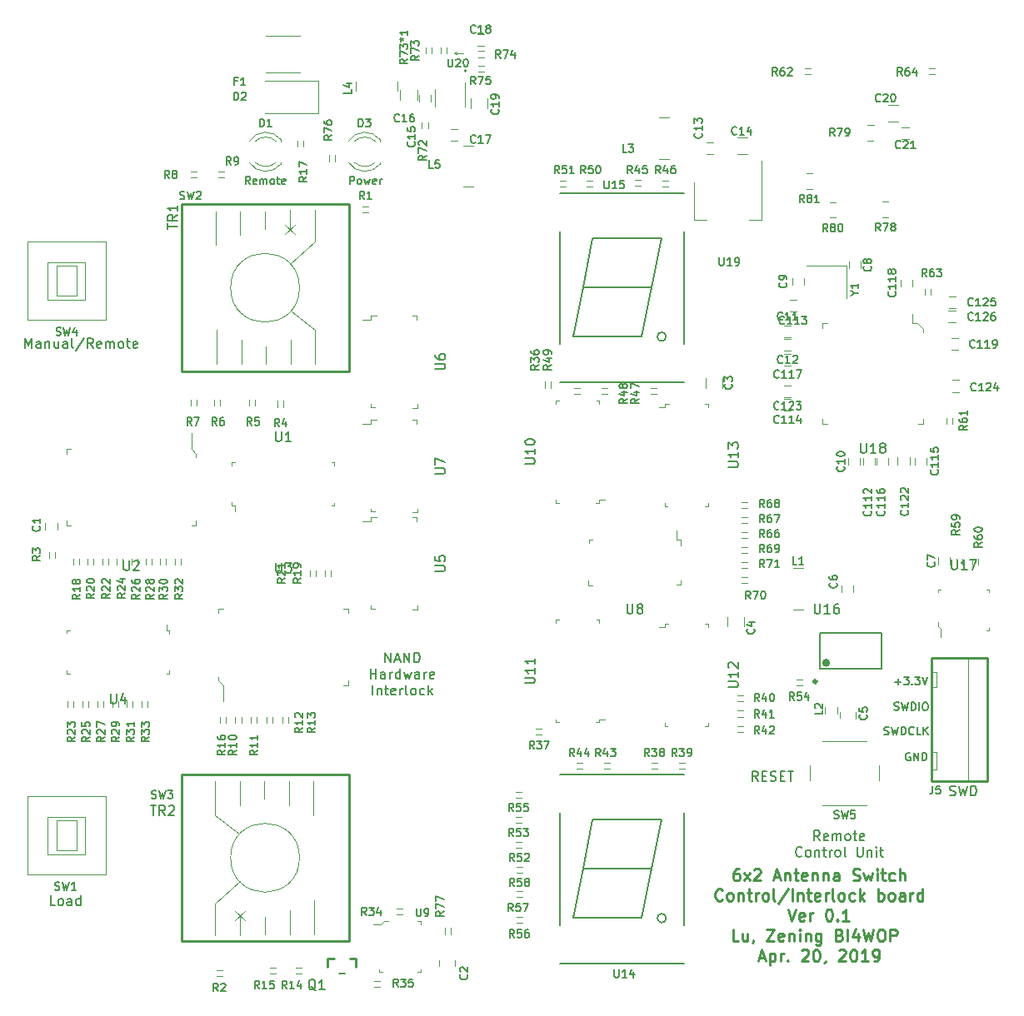
<source format=gbr>
%TF.GenerationSoftware,KiCad,Pcbnew,(6.0.0-rc1-dev-882-gdbc9130da)*%
%TF.CreationDate,2019-08-28T14:52:49+08:00*%
%TF.ProjectId,AntennaSwitch_6x2,416E74656E6E615377697463685F3678,rev?*%
%TF.SameCoordinates,Original*%
%TF.FileFunction,Legend,Top*%
%TF.FilePolarity,Positive*%
%FSLAX46Y46*%
G04 Gerber Fmt 4.6, Leading zero omitted, Abs format (unit mm)*
G04 Created by KiCad (PCBNEW (6.0.0-rc1-dev-882-gdbc9130da)) date 2019/8/28 14:52:49*
%MOMM*%
%LPD*%
G01*
G04 APERTURE LIST*
%ADD10C,0.150000*%
%ADD11C,0.250000*%
%ADD12C,0.120000*%
%ADD13C,0.200000*%
%ADD14C,0.400000*%
%ADD15C,0.300000*%
%ADD16C,0.254000*%
%ADD17C,0.100000*%
G04 APERTURE END LIST*
D10*
X131651619Y-133383780D02*
X131318285Y-132907590D01*
X131080190Y-133383780D02*
X131080190Y-132383780D01*
X131461142Y-132383780D01*
X131556380Y-132431400D01*
X131604000Y-132479019D01*
X131651619Y-132574257D01*
X131651619Y-132717114D01*
X131604000Y-132812352D01*
X131556380Y-132859971D01*
X131461142Y-132907590D01*
X131080190Y-132907590D01*
X132461142Y-133336161D02*
X132365904Y-133383780D01*
X132175428Y-133383780D01*
X132080190Y-133336161D01*
X132032571Y-133240923D01*
X132032571Y-132859971D01*
X132080190Y-132764733D01*
X132175428Y-132717114D01*
X132365904Y-132717114D01*
X132461142Y-132764733D01*
X132508761Y-132859971D01*
X132508761Y-132955209D01*
X132032571Y-133050447D01*
X132937333Y-133383780D02*
X132937333Y-132717114D01*
X132937333Y-132812352D02*
X132984952Y-132764733D01*
X133080190Y-132717114D01*
X133223047Y-132717114D01*
X133318285Y-132764733D01*
X133365904Y-132859971D01*
X133365904Y-133383780D01*
X133365904Y-132859971D02*
X133413523Y-132764733D01*
X133508761Y-132717114D01*
X133651619Y-132717114D01*
X133746857Y-132764733D01*
X133794476Y-132859971D01*
X133794476Y-133383780D01*
X134413523Y-133383780D02*
X134318285Y-133336161D01*
X134270666Y-133288542D01*
X134223047Y-133193304D01*
X134223047Y-132907590D01*
X134270666Y-132812352D01*
X134318285Y-132764733D01*
X134413523Y-132717114D01*
X134556380Y-132717114D01*
X134651619Y-132764733D01*
X134699238Y-132812352D01*
X134746857Y-132907590D01*
X134746857Y-133193304D01*
X134699238Y-133288542D01*
X134651619Y-133336161D01*
X134556380Y-133383780D01*
X134413523Y-133383780D01*
X135032571Y-132717114D02*
X135413523Y-132717114D01*
X135175428Y-132383780D02*
X135175428Y-133240923D01*
X135223047Y-133336161D01*
X135318285Y-133383780D01*
X135413523Y-133383780D01*
X136127809Y-133336161D02*
X136032571Y-133383780D01*
X135842095Y-133383780D01*
X135746857Y-133336161D01*
X135699238Y-133240923D01*
X135699238Y-132859971D01*
X135746857Y-132764733D01*
X135842095Y-132717114D01*
X136032571Y-132717114D01*
X136127809Y-132764733D01*
X136175428Y-132859971D01*
X136175428Y-132955209D01*
X135699238Y-133050447D01*
X129818285Y-134938542D02*
X129770666Y-134986161D01*
X129627809Y-135033780D01*
X129532571Y-135033780D01*
X129389714Y-134986161D01*
X129294476Y-134890923D01*
X129246857Y-134795685D01*
X129199238Y-134605209D01*
X129199238Y-134462352D01*
X129246857Y-134271876D01*
X129294476Y-134176638D01*
X129389714Y-134081400D01*
X129532571Y-134033780D01*
X129627809Y-134033780D01*
X129770666Y-134081400D01*
X129818285Y-134129019D01*
X130389714Y-135033780D02*
X130294476Y-134986161D01*
X130246857Y-134938542D01*
X130199238Y-134843304D01*
X130199238Y-134557590D01*
X130246857Y-134462352D01*
X130294476Y-134414733D01*
X130389714Y-134367114D01*
X130532571Y-134367114D01*
X130627809Y-134414733D01*
X130675428Y-134462352D01*
X130723047Y-134557590D01*
X130723047Y-134843304D01*
X130675428Y-134938542D01*
X130627809Y-134986161D01*
X130532571Y-135033780D01*
X130389714Y-135033780D01*
X131151619Y-134367114D02*
X131151619Y-135033780D01*
X131151619Y-134462352D02*
X131199238Y-134414733D01*
X131294476Y-134367114D01*
X131437333Y-134367114D01*
X131532571Y-134414733D01*
X131580190Y-134509971D01*
X131580190Y-135033780D01*
X131913523Y-134367114D02*
X132294476Y-134367114D01*
X132056380Y-134033780D02*
X132056380Y-134890923D01*
X132104000Y-134986161D01*
X132199238Y-135033780D01*
X132294476Y-135033780D01*
X132627809Y-135033780D02*
X132627809Y-134367114D01*
X132627809Y-134557590D02*
X132675428Y-134462352D01*
X132723047Y-134414733D01*
X132818285Y-134367114D01*
X132913523Y-134367114D01*
X133389714Y-135033780D02*
X133294476Y-134986161D01*
X133246857Y-134938542D01*
X133199238Y-134843304D01*
X133199238Y-134557590D01*
X133246857Y-134462352D01*
X133294476Y-134414733D01*
X133389714Y-134367114D01*
X133532571Y-134367114D01*
X133627809Y-134414733D01*
X133675428Y-134462352D01*
X133723047Y-134557590D01*
X133723047Y-134843304D01*
X133675428Y-134938542D01*
X133627809Y-134986161D01*
X133532571Y-135033780D01*
X133389714Y-135033780D01*
X134294476Y-135033780D02*
X134199238Y-134986161D01*
X134151619Y-134890923D01*
X134151619Y-134033780D01*
X135437333Y-134033780D02*
X135437333Y-134843304D01*
X135484952Y-134938542D01*
X135532571Y-134986161D01*
X135627809Y-135033780D01*
X135818285Y-135033780D01*
X135913523Y-134986161D01*
X135961142Y-134938542D01*
X136008761Y-134843304D01*
X136008761Y-134033780D01*
X136484952Y-134367114D02*
X136484952Y-135033780D01*
X136484952Y-134462352D02*
X136532571Y-134414733D01*
X136627809Y-134367114D01*
X136770666Y-134367114D01*
X136865904Y-134414733D01*
X136913523Y-134509971D01*
X136913523Y-135033780D01*
X137389714Y-135033780D02*
X137389714Y-134367114D01*
X137389714Y-134033780D02*
X137342095Y-134081400D01*
X137389714Y-134129019D01*
X137437333Y-134081400D01*
X137389714Y-134033780D01*
X137389714Y-134129019D01*
X137723047Y-134367114D02*
X138104000Y-134367114D01*
X137865904Y-134033780D02*
X137865904Y-134890923D01*
X137913523Y-134986161D01*
X138008761Y-135033780D01*
X138104000Y-135033780D01*
X87466704Y-115286780D02*
X87466704Y-114286780D01*
X88038133Y-115286780D01*
X88038133Y-114286780D01*
X88466704Y-115001066D02*
X88942895Y-115001066D01*
X88371466Y-115286780D02*
X88704800Y-114286780D01*
X89038133Y-115286780D01*
X89371466Y-115286780D02*
X89371466Y-114286780D01*
X89942895Y-115286780D01*
X89942895Y-114286780D01*
X90419085Y-115286780D02*
X90419085Y-114286780D01*
X90657180Y-114286780D01*
X90800038Y-114334400D01*
X90895276Y-114429638D01*
X90942895Y-114524876D01*
X90990514Y-114715352D01*
X90990514Y-114858209D01*
X90942895Y-115048685D01*
X90895276Y-115143923D01*
X90800038Y-115239161D01*
X90657180Y-115286780D01*
X90419085Y-115286780D01*
X85990514Y-116936780D02*
X85990514Y-115936780D01*
X85990514Y-116412971D02*
X86561942Y-116412971D01*
X86561942Y-116936780D02*
X86561942Y-115936780D01*
X87466704Y-116936780D02*
X87466704Y-116412971D01*
X87419085Y-116317733D01*
X87323847Y-116270114D01*
X87133371Y-116270114D01*
X87038133Y-116317733D01*
X87466704Y-116889161D02*
X87371466Y-116936780D01*
X87133371Y-116936780D01*
X87038133Y-116889161D01*
X86990514Y-116793923D01*
X86990514Y-116698685D01*
X87038133Y-116603447D01*
X87133371Y-116555828D01*
X87371466Y-116555828D01*
X87466704Y-116508209D01*
X87942895Y-116936780D02*
X87942895Y-116270114D01*
X87942895Y-116460590D02*
X87990514Y-116365352D01*
X88038133Y-116317733D01*
X88133371Y-116270114D01*
X88228609Y-116270114D01*
X88990514Y-116936780D02*
X88990514Y-115936780D01*
X88990514Y-116889161D02*
X88895276Y-116936780D01*
X88704800Y-116936780D01*
X88609561Y-116889161D01*
X88561942Y-116841542D01*
X88514323Y-116746304D01*
X88514323Y-116460590D01*
X88561942Y-116365352D01*
X88609561Y-116317733D01*
X88704800Y-116270114D01*
X88895276Y-116270114D01*
X88990514Y-116317733D01*
X89371466Y-116270114D02*
X89561942Y-116936780D01*
X89752419Y-116460590D01*
X89942895Y-116936780D01*
X90133371Y-116270114D01*
X90942895Y-116936780D02*
X90942895Y-116412971D01*
X90895276Y-116317733D01*
X90800038Y-116270114D01*
X90609561Y-116270114D01*
X90514323Y-116317733D01*
X90942895Y-116889161D02*
X90847657Y-116936780D01*
X90609561Y-116936780D01*
X90514323Y-116889161D01*
X90466704Y-116793923D01*
X90466704Y-116698685D01*
X90514323Y-116603447D01*
X90609561Y-116555828D01*
X90847657Y-116555828D01*
X90942895Y-116508209D01*
X91419085Y-116936780D02*
X91419085Y-116270114D01*
X91419085Y-116460590D02*
X91466704Y-116365352D01*
X91514323Y-116317733D01*
X91609561Y-116270114D01*
X91704800Y-116270114D01*
X92419085Y-116889161D02*
X92323847Y-116936780D01*
X92133371Y-116936780D01*
X92038133Y-116889161D01*
X91990514Y-116793923D01*
X91990514Y-116412971D01*
X92038133Y-116317733D01*
X92133371Y-116270114D01*
X92323847Y-116270114D01*
X92419085Y-116317733D01*
X92466704Y-116412971D01*
X92466704Y-116508209D01*
X91990514Y-116603447D01*
X86180990Y-118586780D02*
X86180990Y-117586780D01*
X86657180Y-117920114D02*
X86657180Y-118586780D01*
X86657180Y-118015352D02*
X86704800Y-117967733D01*
X86800038Y-117920114D01*
X86942895Y-117920114D01*
X87038133Y-117967733D01*
X87085752Y-118062971D01*
X87085752Y-118586780D01*
X87419085Y-117920114D02*
X87800038Y-117920114D01*
X87561942Y-117586780D02*
X87561942Y-118443923D01*
X87609561Y-118539161D01*
X87704800Y-118586780D01*
X87800038Y-118586780D01*
X88514323Y-118539161D02*
X88419085Y-118586780D01*
X88228609Y-118586780D01*
X88133371Y-118539161D01*
X88085752Y-118443923D01*
X88085752Y-118062971D01*
X88133371Y-117967733D01*
X88228609Y-117920114D01*
X88419085Y-117920114D01*
X88514323Y-117967733D01*
X88561942Y-118062971D01*
X88561942Y-118158209D01*
X88085752Y-118253447D01*
X88990514Y-118586780D02*
X88990514Y-117920114D01*
X88990514Y-118110590D02*
X89038133Y-118015352D01*
X89085752Y-117967733D01*
X89180990Y-117920114D01*
X89276228Y-117920114D01*
X89752419Y-118586780D02*
X89657180Y-118539161D01*
X89609561Y-118443923D01*
X89609561Y-117586780D01*
X90276228Y-118586780D02*
X90180990Y-118539161D01*
X90133371Y-118491542D01*
X90085752Y-118396304D01*
X90085752Y-118110590D01*
X90133371Y-118015352D01*
X90180990Y-117967733D01*
X90276228Y-117920114D01*
X90419085Y-117920114D01*
X90514323Y-117967733D01*
X90561942Y-118015352D01*
X90609561Y-118110590D01*
X90609561Y-118396304D01*
X90561942Y-118491542D01*
X90514323Y-118539161D01*
X90419085Y-118586780D01*
X90276228Y-118586780D01*
X91466704Y-118539161D02*
X91371466Y-118586780D01*
X91180990Y-118586780D01*
X91085752Y-118539161D01*
X91038133Y-118491542D01*
X90990514Y-118396304D01*
X90990514Y-118110590D01*
X91038133Y-118015352D01*
X91085752Y-117967733D01*
X91180990Y-117920114D01*
X91371466Y-117920114D01*
X91466704Y-117967733D01*
X91895276Y-118586780D02*
X91895276Y-117586780D01*
X91990514Y-118205828D02*
X92276228Y-118586780D01*
X92276228Y-117920114D02*
X91895276Y-118301066D01*
D11*
X123400571Y-136263657D02*
X123172000Y-136263657D01*
X123057714Y-136320800D01*
X123000571Y-136377942D01*
X122886285Y-136549371D01*
X122829142Y-136777942D01*
X122829142Y-137235085D01*
X122886285Y-137349371D01*
X122943428Y-137406514D01*
X123057714Y-137463657D01*
X123286285Y-137463657D01*
X123400571Y-137406514D01*
X123457714Y-137349371D01*
X123514857Y-137235085D01*
X123514857Y-136949371D01*
X123457714Y-136835085D01*
X123400571Y-136777942D01*
X123286285Y-136720800D01*
X123057714Y-136720800D01*
X122943428Y-136777942D01*
X122886285Y-136835085D01*
X122829142Y-136949371D01*
X123914857Y-137463657D02*
X124543428Y-136663657D01*
X123914857Y-136663657D02*
X124543428Y-137463657D01*
X124943428Y-136377942D02*
X125000571Y-136320800D01*
X125114857Y-136263657D01*
X125400571Y-136263657D01*
X125514857Y-136320800D01*
X125572000Y-136377942D01*
X125629142Y-136492228D01*
X125629142Y-136606514D01*
X125572000Y-136777942D01*
X124886285Y-137463657D01*
X125629142Y-137463657D01*
X127000571Y-137120800D02*
X127572000Y-137120800D01*
X126886285Y-137463657D02*
X127286285Y-136263657D01*
X127686285Y-137463657D01*
X128086285Y-136663657D02*
X128086285Y-137463657D01*
X128086285Y-136777942D02*
X128143428Y-136720800D01*
X128257714Y-136663657D01*
X128429142Y-136663657D01*
X128543428Y-136720800D01*
X128600571Y-136835085D01*
X128600571Y-137463657D01*
X129000571Y-136663657D02*
X129457714Y-136663657D01*
X129172000Y-136263657D02*
X129172000Y-137292228D01*
X129229142Y-137406514D01*
X129343428Y-137463657D01*
X129457714Y-137463657D01*
X130314857Y-137406514D02*
X130200571Y-137463657D01*
X129972000Y-137463657D01*
X129857714Y-137406514D01*
X129800571Y-137292228D01*
X129800571Y-136835085D01*
X129857714Y-136720800D01*
X129972000Y-136663657D01*
X130200571Y-136663657D01*
X130314857Y-136720800D01*
X130372000Y-136835085D01*
X130372000Y-136949371D01*
X129800571Y-137063657D01*
X130886285Y-136663657D02*
X130886285Y-137463657D01*
X130886285Y-136777942D02*
X130943428Y-136720800D01*
X131057714Y-136663657D01*
X131229142Y-136663657D01*
X131343428Y-136720800D01*
X131400571Y-136835085D01*
X131400571Y-137463657D01*
X131972000Y-136663657D02*
X131972000Y-137463657D01*
X131972000Y-136777942D02*
X132029142Y-136720800D01*
X132143428Y-136663657D01*
X132314857Y-136663657D01*
X132429142Y-136720800D01*
X132486285Y-136835085D01*
X132486285Y-137463657D01*
X133572000Y-137463657D02*
X133572000Y-136835085D01*
X133514857Y-136720800D01*
X133400571Y-136663657D01*
X133172000Y-136663657D01*
X133057714Y-136720800D01*
X133572000Y-137406514D02*
X133457714Y-137463657D01*
X133172000Y-137463657D01*
X133057714Y-137406514D01*
X133000571Y-137292228D01*
X133000571Y-137177942D01*
X133057714Y-137063657D01*
X133172000Y-137006514D01*
X133457714Y-137006514D01*
X133572000Y-136949371D01*
X135000571Y-137406514D02*
X135172000Y-137463657D01*
X135457714Y-137463657D01*
X135572000Y-137406514D01*
X135629142Y-137349371D01*
X135686285Y-137235085D01*
X135686285Y-137120800D01*
X135629142Y-137006514D01*
X135572000Y-136949371D01*
X135457714Y-136892228D01*
X135229142Y-136835085D01*
X135114857Y-136777942D01*
X135057714Y-136720800D01*
X135000571Y-136606514D01*
X135000571Y-136492228D01*
X135057714Y-136377942D01*
X135114857Y-136320800D01*
X135229142Y-136263657D01*
X135514857Y-136263657D01*
X135686285Y-136320800D01*
X136086285Y-136663657D02*
X136314857Y-137463657D01*
X136543428Y-136892228D01*
X136772000Y-137463657D01*
X137000571Y-136663657D01*
X137457714Y-137463657D02*
X137457714Y-136663657D01*
X137457714Y-136263657D02*
X137400571Y-136320800D01*
X137457714Y-136377942D01*
X137514857Y-136320800D01*
X137457714Y-136263657D01*
X137457714Y-136377942D01*
X137857714Y-136663657D02*
X138314857Y-136663657D01*
X138029142Y-136263657D02*
X138029142Y-137292228D01*
X138086285Y-137406514D01*
X138200571Y-137463657D01*
X138314857Y-137463657D01*
X139229142Y-137406514D02*
X139114857Y-137463657D01*
X138886285Y-137463657D01*
X138772000Y-137406514D01*
X138714857Y-137349371D01*
X138657714Y-137235085D01*
X138657714Y-136892228D01*
X138714857Y-136777942D01*
X138772000Y-136720800D01*
X138886285Y-136663657D01*
X139114857Y-136663657D01*
X139229142Y-136720800D01*
X139743428Y-137463657D02*
X139743428Y-136263657D01*
X140257714Y-137463657D02*
X140257714Y-136835085D01*
X140200571Y-136720800D01*
X140086285Y-136663657D01*
X139914857Y-136663657D01*
X139800571Y-136720800D01*
X139743428Y-136777942D01*
X121743428Y-139399371D02*
X121686285Y-139456514D01*
X121514857Y-139513657D01*
X121400571Y-139513657D01*
X121229142Y-139456514D01*
X121114857Y-139342228D01*
X121057714Y-139227942D01*
X121000571Y-138999371D01*
X121000571Y-138827942D01*
X121057714Y-138599371D01*
X121114857Y-138485085D01*
X121229142Y-138370800D01*
X121400571Y-138313657D01*
X121514857Y-138313657D01*
X121686285Y-138370800D01*
X121743428Y-138427942D01*
X122429142Y-139513657D02*
X122314857Y-139456514D01*
X122257714Y-139399371D01*
X122200571Y-139285085D01*
X122200571Y-138942228D01*
X122257714Y-138827942D01*
X122314857Y-138770800D01*
X122429142Y-138713657D01*
X122600571Y-138713657D01*
X122714857Y-138770800D01*
X122772000Y-138827942D01*
X122829142Y-138942228D01*
X122829142Y-139285085D01*
X122772000Y-139399371D01*
X122714857Y-139456514D01*
X122600571Y-139513657D01*
X122429142Y-139513657D01*
X123343428Y-138713657D02*
X123343428Y-139513657D01*
X123343428Y-138827942D02*
X123400571Y-138770800D01*
X123514857Y-138713657D01*
X123686285Y-138713657D01*
X123800571Y-138770800D01*
X123857714Y-138885085D01*
X123857714Y-139513657D01*
X124257714Y-138713657D02*
X124714857Y-138713657D01*
X124429142Y-138313657D02*
X124429142Y-139342228D01*
X124486285Y-139456514D01*
X124600571Y-139513657D01*
X124714857Y-139513657D01*
X125114857Y-139513657D02*
X125114857Y-138713657D01*
X125114857Y-138942228D02*
X125172000Y-138827942D01*
X125229142Y-138770800D01*
X125343428Y-138713657D01*
X125457714Y-138713657D01*
X126029142Y-139513657D02*
X125914857Y-139456514D01*
X125857714Y-139399371D01*
X125800571Y-139285085D01*
X125800571Y-138942228D01*
X125857714Y-138827942D01*
X125914857Y-138770800D01*
X126029142Y-138713657D01*
X126200571Y-138713657D01*
X126314857Y-138770800D01*
X126372000Y-138827942D01*
X126429142Y-138942228D01*
X126429142Y-139285085D01*
X126372000Y-139399371D01*
X126314857Y-139456514D01*
X126200571Y-139513657D01*
X126029142Y-139513657D01*
X127114857Y-139513657D02*
X127000571Y-139456514D01*
X126943428Y-139342228D01*
X126943428Y-138313657D01*
X128429142Y-138256514D02*
X127400571Y-139799371D01*
X128829142Y-139513657D02*
X128829142Y-138313657D01*
X129400571Y-138713657D02*
X129400571Y-139513657D01*
X129400571Y-138827942D02*
X129457714Y-138770800D01*
X129572000Y-138713657D01*
X129743428Y-138713657D01*
X129857714Y-138770800D01*
X129914857Y-138885085D01*
X129914857Y-139513657D01*
X130314857Y-138713657D02*
X130772000Y-138713657D01*
X130486285Y-138313657D02*
X130486285Y-139342228D01*
X130543428Y-139456514D01*
X130657714Y-139513657D01*
X130772000Y-139513657D01*
X131629142Y-139456514D02*
X131514857Y-139513657D01*
X131286285Y-139513657D01*
X131172000Y-139456514D01*
X131114857Y-139342228D01*
X131114857Y-138885085D01*
X131172000Y-138770800D01*
X131286285Y-138713657D01*
X131514857Y-138713657D01*
X131629142Y-138770800D01*
X131686285Y-138885085D01*
X131686285Y-138999371D01*
X131114857Y-139113657D01*
X132200571Y-139513657D02*
X132200571Y-138713657D01*
X132200571Y-138942228D02*
X132257714Y-138827942D01*
X132314857Y-138770800D01*
X132429142Y-138713657D01*
X132543428Y-138713657D01*
X133114857Y-139513657D02*
X133000571Y-139456514D01*
X132943428Y-139342228D01*
X132943428Y-138313657D01*
X133743428Y-139513657D02*
X133629142Y-139456514D01*
X133572000Y-139399371D01*
X133514857Y-139285085D01*
X133514857Y-138942228D01*
X133572000Y-138827942D01*
X133629142Y-138770800D01*
X133743428Y-138713657D01*
X133914857Y-138713657D01*
X134029142Y-138770800D01*
X134086285Y-138827942D01*
X134143428Y-138942228D01*
X134143428Y-139285085D01*
X134086285Y-139399371D01*
X134029142Y-139456514D01*
X133914857Y-139513657D01*
X133743428Y-139513657D01*
X135172000Y-139456514D02*
X135057714Y-139513657D01*
X134829142Y-139513657D01*
X134714857Y-139456514D01*
X134657714Y-139399371D01*
X134600571Y-139285085D01*
X134600571Y-138942228D01*
X134657714Y-138827942D01*
X134714857Y-138770800D01*
X134829142Y-138713657D01*
X135057714Y-138713657D01*
X135172000Y-138770800D01*
X135686285Y-139513657D02*
X135686285Y-138313657D01*
X135800571Y-139056514D02*
X136143428Y-139513657D01*
X136143428Y-138713657D02*
X135686285Y-139170800D01*
X137572000Y-139513657D02*
X137572000Y-138313657D01*
X137572000Y-138770800D02*
X137686285Y-138713657D01*
X137914857Y-138713657D01*
X138029142Y-138770800D01*
X138086285Y-138827942D01*
X138143428Y-138942228D01*
X138143428Y-139285085D01*
X138086285Y-139399371D01*
X138029142Y-139456514D01*
X137914857Y-139513657D01*
X137686285Y-139513657D01*
X137572000Y-139456514D01*
X138829142Y-139513657D02*
X138714857Y-139456514D01*
X138657714Y-139399371D01*
X138600571Y-139285085D01*
X138600571Y-138942228D01*
X138657714Y-138827942D01*
X138714857Y-138770800D01*
X138829142Y-138713657D01*
X139000571Y-138713657D01*
X139114857Y-138770800D01*
X139172000Y-138827942D01*
X139229142Y-138942228D01*
X139229142Y-139285085D01*
X139172000Y-139399371D01*
X139114857Y-139456514D01*
X139000571Y-139513657D01*
X138829142Y-139513657D01*
X140257714Y-139513657D02*
X140257714Y-138885085D01*
X140200571Y-138770800D01*
X140086285Y-138713657D01*
X139857714Y-138713657D01*
X139743428Y-138770800D01*
X140257714Y-139456514D02*
X140143428Y-139513657D01*
X139857714Y-139513657D01*
X139743428Y-139456514D01*
X139686285Y-139342228D01*
X139686285Y-139227942D01*
X139743428Y-139113657D01*
X139857714Y-139056514D01*
X140143428Y-139056514D01*
X140257714Y-138999371D01*
X140829142Y-139513657D02*
X140829142Y-138713657D01*
X140829142Y-138942228D02*
X140886285Y-138827942D01*
X140943428Y-138770800D01*
X141057714Y-138713657D01*
X141172000Y-138713657D01*
X142086285Y-139513657D02*
X142086285Y-138313657D01*
X142086285Y-139456514D02*
X141972000Y-139513657D01*
X141743428Y-139513657D01*
X141629142Y-139456514D01*
X141572000Y-139399371D01*
X141514857Y-139285085D01*
X141514857Y-138942228D01*
X141572000Y-138827942D01*
X141629142Y-138770800D01*
X141743428Y-138713657D01*
X141972000Y-138713657D01*
X142086285Y-138770800D01*
X128400571Y-140363657D02*
X128800571Y-141563657D01*
X129200571Y-140363657D01*
X130057714Y-141506514D02*
X129943428Y-141563657D01*
X129714857Y-141563657D01*
X129600571Y-141506514D01*
X129543428Y-141392228D01*
X129543428Y-140935085D01*
X129600571Y-140820800D01*
X129714857Y-140763657D01*
X129943428Y-140763657D01*
X130057714Y-140820800D01*
X130114857Y-140935085D01*
X130114857Y-141049371D01*
X129543428Y-141163657D01*
X130629142Y-141563657D02*
X130629142Y-140763657D01*
X130629142Y-140992228D02*
X130686285Y-140877942D01*
X130743428Y-140820800D01*
X130857714Y-140763657D01*
X130972000Y-140763657D01*
X132514857Y-140363657D02*
X132629142Y-140363657D01*
X132743428Y-140420800D01*
X132800571Y-140477942D01*
X132857714Y-140592228D01*
X132914857Y-140820800D01*
X132914857Y-141106514D01*
X132857714Y-141335085D01*
X132800571Y-141449371D01*
X132743428Y-141506514D01*
X132629142Y-141563657D01*
X132514857Y-141563657D01*
X132400571Y-141506514D01*
X132343428Y-141449371D01*
X132286285Y-141335085D01*
X132229142Y-141106514D01*
X132229142Y-140820800D01*
X132286285Y-140592228D01*
X132343428Y-140477942D01*
X132400571Y-140420800D01*
X132514857Y-140363657D01*
X133429142Y-141449371D02*
X133486285Y-141506514D01*
X133429142Y-141563657D01*
X133372000Y-141506514D01*
X133429142Y-141449371D01*
X133429142Y-141563657D01*
X134629142Y-141563657D02*
X133943428Y-141563657D01*
X134286285Y-141563657D02*
X134286285Y-140363657D01*
X134172000Y-140535085D01*
X134057714Y-140649371D01*
X133943428Y-140706514D01*
X123372000Y-143613657D02*
X122800571Y-143613657D01*
X122800571Y-142413657D01*
X124286285Y-142813657D02*
X124286285Y-143613657D01*
X123772000Y-142813657D02*
X123772000Y-143442228D01*
X123829142Y-143556514D01*
X123943428Y-143613657D01*
X124114857Y-143613657D01*
X124229142Y-143556514D01*
X124286285Y-143499371D01*
X124914857Y-143556514D02*
X124914857Y-143613657D01*
X124857714Y-143727942D01*
X124800571Y-143785085D01*
X126229142Y-142413657D02*
X127029142Y-142413657D01*
X126229142Y-143613657D01*
X127029142Y-143613657D01*
X127943428Y-143556514D02*
X127829142Y-143613657D01*
X127600571Y-143613657D01*
X127486285Y-143556514D01*
X127429142Y-143442228D01*
X127429142Y-142985085D01*
X127486285Y-142870800D01*
X127600571Y-142813657D01*
X127829142Y-142813657D01*
X127943428Y-142870800D01*
X128000571Y-142985085D01*
X128000571Y-143099371D01*
X127429142Y-143213657D01*
X128514857Y-142813657D02*
X128514857Y-143613657D01*
X128514857Y-142927942D02*
X128572000Y-142870800D01*
X128686285Y-142813657D01*
X128857714Y-142813657D01*
X128972000Y-142870800D01*
X129029142Y-142985085D01*
X129029142Y-143613657D01*
X129600571Y-143613657D02*
X129600571Y-142813657D01*
X129600571Y-142413657D02*
X129543428Y-142470800D01*
X129600571Y-142527942D01*
X129657714Y-142470800D01*
X129600571Y-142413657D01*
X129600571Y-142527942D01*
X130172000Y-142813657D02*
X130172000Y-143613657D01*
X130172000Y-142927942D02*
X130229142Y-142870800D01*
X130343428Y-142813657D01*
X130514857Y-142813657D01*
X130629142Y-142870800D01*
X130686285Y-142985085D01*
X130686285Y-143613657D01*
X131772000Y-142813657D02*
X131772000Y-143785085D01*
X131714857Y-143899371D01*
X131657714Y-143956514D01*
X131543428Y-144013657D01*
X131372000Y-144013657D01*
X131257714Y-143956514D01*
X131772000Y-143556514D02*
X131657714Y-143613657D01*
X131429142Y-143613657D01*
X131314857Y-143556514D01*
X131257714Y-143499371D01*
X131200571Y-143385085D01*
X131200571Y-143042228D01*
X131257714Y-142927942D01*
X131314857Y-142870800D01*
X131429142Y-142813657D01*
X131657714Y-142813657D01*
X131772000Y-142870800D01*
X133657714Y-142985085D02*
X133829142Y-143042228D01*
X133886285Y-143099371D01*
X133943428Y-143213657D01*
X133943428Y-143385085D01*
X133886285Y-143499371D01*
X133829142Y-143556514D01*
X133714857Y-143613657D01*
X133257714Y-143613657D01*
X133257714Y-142413657D01*
X133657714Y-142413657D01*
X133772000Y-142470800D01*
X133829142Y-142527942D01*
X133886285Y-142642228D01*
X133886285Y-142756514D01*
X133829142Y-142870800D01*
X133772000Y-142927942D01*
X133657714Y-142985085D01*
X133257714Y-142985085D01*
X134457714Y-143613657D02*
X134457714Y-142413657D01*
X135543428Y-142813657D02*
X135543428Y-143613657D01*
X135257714Y-142356514D02*
X134972000Y-143213657D01*
X135714857Y-143213657D01*
X136057714Y-142413657D02*
X136343428Y-143613657D01*
X136572000Y-142756514D01*
X136800571Y-143613657D01*
X137086285Y-142413657D01*
X137772000Y-142413657D02*
X138000571Y-142413657D01*
X138114857Y-142470800D01*
X138229142Y-142585085D01*
X138286285Y-142813657D01*
X138286285Y-143213657D01*
X138229142Y-143442228D01*
X138114857Y-143556514D01*
X138000571Y-143613657D01*
X137772000Y-143613657D01*
X137657714Y-143556514D01*
X137543428Y-143442228D01*
X137486285Y-143213657D01*
X137486285Y-142813657D01*
X137543428Y-142585085D01*
X137657714Y-142470800D01*
X137772000Y-142413657D01*
X138800571Y-143613657D02*
X138800571Y-142413657D01*
X139257714Y-142413657D01*
X139372000Y-142470800D01*
X139429142Y-142527942D01*
X139486285Y-142642228D01*
X139486285Y-142813657D01*
X139429142Y-142927942D01*
X139372000Y-142985085D01*
X139257714Y-143042228D01*
X138800571Y-143042228D01*
X125457714Y-145320800D02*
X126029142Y-145320800D01*
X125343428Y-145663657D02*
X125743428Y-144463657D01*
X126143428Y-145663657D01*
X126543428Y-144863657D02*
X126543428Y-146063657D01*
X126543428Y-144920800D02*
X126657714Y-144863657D01*
X126886285Y-144863657D01*
X127000571Y-144920800D01*
X127057714Y-144977942D01*
X127114857Y-145092228D01*
X127114857Y-145435085D01*
X127057714Y-145549371D01*
X127000571Y-145606514D01*
X126886285Y-145663657D01*
X126657714Y-145663657D01*
X126543428Y-145606514D01*
X127629142Y-145663657D02*
X127629142Y-144863657D01*
X127629142Y-145092228D02*
X127686285Y-144977942D01*
X127743428Y-144920800D01*
X127857714Y-144863657D01*
X127972000Y-144863657D01*
X128372000Y-145549371D02*
X128429142Y-145606514D01*
X128372000Y-145663657D01*
X128314857Y-145606514D01*
X128372000Y-145549371D01*
X128372000Y-145663657D01*
X129800571Y-144577942D02*
X129857714Y-144520800D01*
X129972000Y-144463657D01*
X130257714Y-144463657D01*
X130372000Y-144520800D01*
X130429142Y-144577942D01*
X130486285Y-144692228D01*
X130486285Y-144806514D01*
X130429142Y-144977942D01*
X129743428Y-145663657D01*
X130486285Y-145663657D01*
X131229142Y-144463657D02*
X131343428Y-144463657D01*
X131457714Y-144520800D01*
X131514857Y-144577942D01*
X131572000Y-144692228D01*
X131629142Y-144920800D01*
X131629142Y-145206514D01*
X131572000Y-145435085D01*
X131514857Y-145549371D01*
X131457714Y-145606514D01*
X131343428Y-145663657D01*
X131229142Y-145663657D01*
X131114857Y-145606514D01*
X131057714Y-145549371D01*
X131000571Y-145435085D01*
X130943428Y-145206514D01*
X130943428Y-144920800D01*
X131000571Y-144692228D01*
X131057714Y-144577942D01*
X131114857Y-144520800D01*
X131229142Y-144463657D01*
X132200571Y-145606514D02*
X132200571Y-145663657D01*
X132143428Y-145777942D01*
X132086285Y-145835085D01*
X133572000Y-144577942D02*
X133629142Y-144520800D01*
X133743428Y-144463657D01*
X134029142Y-144463657D01*
X134143428Y-144520800D01*
X134200571Y-144577942D01*
X134257714Y-144692228D01*
X134257714Y-144806514D01*
X134200571Y-144977942D01*
X133514857Y-145663657D01*
X134257714Y-145663657D01*
X135000571Y-144463657D02*
X135114857Y-144463657D01*
X135229142Y-144520800D01*
X135286285Y-144577942D01*
X135343428Y-144692228D01*
X135400571Y-144920800D01*
X135400571Y-145206514D01*
X135343428Y-145435085D01*
X135286285Y-145549371D01*
X135229142Y-145606514D01*
X135114857Y-145663657D01*
X135000571Y-145663657D01*
X134886285Y-145606514D01*
X134829142Y-145549371D01*
X134772000Y-145435085D01*
X134714857Y-145206514D01*
X134714857Y-144920800D01*
X134772000Y-144692228D01*
X134829142Y-144577942D01*
X134886285Y-144520800D01*
X135000571Y-144463657D01*
X136543428Y-145663657D02*
X135857714Y-145663657D01*
X136200571Y-145663657D02*
X136200571Y-144463657D01*
X136086285Y-144635085D01*
X135972000Y-144749371D01*
X135857714Y-144806514D01*
X137114857Y-145663657D02*
X137343428Y-145663657D01*
X137457714Y-145606514D01*
X137514857Y-145549371D01*
X137629142Y-145377942D01*
X137686285Y-145149371D01*
X137686285Y-144692228D01*
X137629142Y-144577942D01*
X137572000Y-144520800D01*
X137457714Y-144463657D01*
X137229142Y-144463657D01*
X137114857Y-144520800D01*
X137057714Y-144577942D01*
X137000571Y-144692228D01*
X137000571Y-144977942D01*
X137057714Y-145092228D01*
X137114857Y-145149371D01*
X137229142Y-145206514D01*
X137457714Y-145206514D01*
X137572000Y-145149371D01*
X137629142Y-145092228D01*
X137686285Y-144977942D01*
D10*
X140817676Y-124517200D02*
X140741485Y-124479104D01*
X140627200Y-124479104D01*
X140512914Y-124517200D01*
X140436723Y-124593390D01*
X140398628Y-124669580D01*
X140360533Y-124821961D01*
X140360533Y-124936247D01*
X140398628Y-125088628D01*
X140436723Y-125164819D01*
X140512914Y-125241009D01*
X140627200Y-125279104D01*
X140703390Y-125279104D01*
X140817676Y-125241009D01*
X140855771Y-125202914D01*
X140855771Y-124936247D01*
X140703390Y-124936247D01*
X141198628Y-125279104D02*
X141198628Y-124479104D01*
X141655771Y-125279104D01*
X141655771Y-124479104D01*
X142036723Y-125279104D02*
X142036723Y-124479104D01*
X142227200Y-124479104D01*
X142341485Y-124517200D01*
X142417676Y-124593390D01*
X142455771Y-124669580D01*
X142493866Y-124821961D01*
X142493866Y-124936247D01*
X142455771Y-125088628D01*
X142417676Y-125164819D01*
X142341485Y-125241009D01*
X142227200Y-125279104D01*
X142036723Y-125279104D01*
X138201676Y-122599409D02*
X138315961Y-122637504D01*
X138506438Y-122637504D01*
X138582628Y-122599409D01*
X138620723Y-122561314D01*
X138658819Y-122485123D01*
X138658819Y-122408933D01*
X138620723Y-122332742D01*
X138582628Y-122294647D01*
X138506438Y-122256552D01*
X138354057Y-122218457D01*
X138277866Y-122180361D01*
X138239771Y-122142266D01*
X138201676Y-122066076D01*
X138201676Y-121989885D01*
X138239771Y-121913695D01*
X138277866Y-121875600D01*
X138354057Y-121837504D01*
X138544533Y-121837504D01*
X138658819Y-121875600D01*
X138925485Y-121837504D02*
X139115961Y-122637504D01*
X139268342Y-122066076D01*
X139420723Y-122637504D01*
X139611200Y-121837504D01*
X139915961Y-122637504D02*
X139915961Y-121837504D01*
X140106438Y-121837504D01*
X140220723Y-121875600D01*
X140296914Y-121951790D01*
X140335009Y-122027980D01*
X140373104Y-122180361D01*
X140373104Y-122294647D01*
X140335009Y-122447028D01*
X140296914Y-122523219D01*
X140220723Y-122599409D01*
X140106438Y-122637504D01*
X139915961Y-122637504D01*
X141173104Y-122561314D02*
X141135009Y-122599409D01*
X141020723Y-122637504D01*
X140944533Y-122637504D01*
X140830247Y-122599409D01*
X140754057Y-122523219D01*
X140715961Y-122447028D01*
X140677866Y-122294647D01*
X140677866Y-122180361D01*
X140715961Y-122027980D01*
X140754057Y-121951790D01*
X140830247Y-121875600D01*
X140944533Y-121837504D01*
X141020723Y-121837504D01*
X141135009Y-121875600D01*
X141173104Y-121913695D01*
X141896914Y-122637504D02*
X141515961Y-122637504D01*
X141515961Y-121837504D01*
X142163580Y-122637504D02*
X142163580Y-121837504D01*
X142620723Y-122637504D02*
X142277866Y-122180361D01*
X142620723Y-121837504D02*
X142163580Y-122294647D01*
X139223961Y-120110209D02*
X139338247Y-120148304D01*
X139528723Y-120148304D01*
X139604914Y-120110209D01*
X139643009Y-120072114D01*
X139681104Y-119995923D01*
X139681104Y-119919733D01*
X139643009Y-119843542D01*
X139604914Y-119805447D01*
X139528723Y-119767352D01*
X139376342Y-119729257D01*
X139300152Y-119691161D01*
X139262057Y-119653066D01*
X139223961Y-119576876D01*
X139223961Y-119500685D01*
X139262057Y-119424495D01*
X139300152Y-119386400D01*
X139376342Y-119348304D01*
X139566819Y-119348304D01*
X139681104Y-119386400D01*
X139947771Y-119348304D02*
X140138247Y-120148304D01*
X140290628Y-119576876D01*
X140443009Y-120148304D01*
X140633485Y-119348304D01*
X140938247Y-120148304D02*
X140938247Y-119348304D01*
X141128723Y-119348304D01*
X141243009Y-119386400D01*
X141319200Y-119462590D01*
X141357295Y-119538780D01*
X141395390Y-119691161D01*
X141395390Y-119805447D01*
X141357295Y-119957828D01*
X141319200Y-120034019D01*
X141243009Y-120110209D01*
X141128723Y-120148304D01*
X140938247Y-120148304D01*
X141738247Y-120148304D02*
X141738247Y-119348304D01*
X142271580Y-119348304D02*
X142423961Y-119348304D01*
X142500152Y-119386400D01*
X142576342Y-119462590D01*
X142614438Y-119614971D01*
X142614438Y-119881638D01*
X142576342Y-120034019D01*
X142500152Y-120110209D01*
X142423961Y-120148304D01*
X142271580Y-120148304D01*
X142195390Y-120110209D01*
X142119200Y-120034019D01*
X142081104Y-119881638D01*
X142081104Y-119614971D01*
X142119200Y-119462590D01*
X142195390Y-119386400D01*
X142271580Y-119348304D01*
X139268400Y-117252742D02*
X139877923Y-117252742D01*
X139573161Y-117557504D02*
X139573161Y-116947980D01*
X140182685Y-116757504D02*
X140677923Y-116757504D01*
X140411257Y-117062266D01*
X140525542Y-117062266D01*
X140601733Y-117100361D01*
X140639828Y-117138457D01*
X140677923Y-117214647D01*
X140677923Y-117405123D01*
X140639828Y-117481314D01*
X140601733Y-117519409D01*
X140525542Y-117557504D01*
X140296971Y-117557504D01*
X140220780Y-117519409D01*
X140182685Y-117481314D01*
X141020780Y-117481314D02*
X141058876Y-117519409D01*
X141020780Y-117557504D01*
X140982685Y-117519409D01*
X141020780Y-117481314D01*
X141020780Y-117557504D01*
X141325542Y-116757504D02*
X141820780Y-116757504D01*
X141554114Y-117062266D01*
X141668400Y-117062266D01*
X141744590Y-117100361D01*
X141782685Y-117138457D01*
X141820780Y-117214647D01*
X141820780Y-117405123D01*
X141782685Y-117481314D01*
X141744590Y-117519409D01*
X141668400Y-117557504D01*
X141439828Y-117557504D01*
X141363638Y-117519409D01*
X141325542Y-117481314D01*
X142049352Y-116757504D02*
X142316019Y-117557504D01*
X142582685Y-116757504D01*
X144845257Y-128788561D02*
X144988114Y-128836180D01*
X145226209Y-128836180D01*
X145321447Y-128788561D01*
X145369066Y-128740942D01*
X145416685Y-128645704D01*
X145416685Y-128550466D01*
X145369066Y-128455228D01*
X145321447Y-128407609D01*
X145226209Y-128359990D01*
X145035733Y-128312371D01*
X144940495Y-128264752D01*
X144892876Y-128217133D01*
X144845257Y-128121895D01*
X144845257Y-128026657D01*
X144892876Y-127931419D01*
X144940495Y-127883800D01*
X145035733Y-127836180D01*
X145273828Y-127836180D01*
X145416685Y-127883800D01*
X145750019Y-127836180D02*
X145988114Y-128836180D01*
X146178590Y-128121895D01*
X146369066Y-128836180D01*
X146607161Y-127836180D01*
X146988114Y-128836180D02*
X146988114Y-127836180D01*
X147226209Y-127836180D01*
X147369066Y-127883800D01*
X147464304Y-127979038D01*
X147511923Y-128074276D01*
X147559542Y-128264752D01*
X147559542Y-128407609D01*
X147511923Y-128598085D01*
X147464304Y-128693323D01*
X147369066Y-128788561D01*
X147226209Y-128836180D01*
X146988114Y-128836180D01*
X125344419Y-127350780D02*
X125011085Y-126874590D01*
X124772990Y-127350780D02*
X124772990Y-126350780D01*
X125153942Y-126350780D01*
X125249180Y-126398400D01*
X125296800Y-126446019D01*
X125344419Y-126541257D01*
X125344419Y-126684114D01*
X125296800Y-126779352D01*
X125249180Y-126826971D01*
X125153942Y-126874590D01*
X124772990Y-126874590D01*
X125772990Y-126826971D02*
X126106323Y-126826971D01*
X126249180Y-127350780D02*
X125772990Y-127350780D01*
X125772990Y-126350780D01*
X126249180Y-126350780D01*
X126630133Y-127303161D02*
X126772990Y-127350780D01*
X127011085Y-127350780D01*
X127106323Y-127303161D01*
X127153942Y-127255542D01*
X127201561Y-127160304D01*
X127201561Y-127065066D01*
X127153942Y-126969828D01*
X127106323Y-126922209D01*
X127011085Y-126874590D01*
X126820609Y-126826971D01*
X126725371Y-126779352D01*
X126677752Y-126731733D01*
X126630133Y-126636495D01*
X126630133Y-126541257D01*
X126677752Y-126446019D01*
X126725371Y-126398400D01*
X126820609Y-126350780D01*
X127058704Y-126350780D01*
X127201561Y-126398400D01*
X127630133Y-126826971D02*
X127963466Y-126826971D01*
X128106323Y-127350780D02*
X127630133Y-127350780D01*
X127630133Y-126350780D01*
X128106323Y-126350780D01*
X128392038Y-126350780D02*
X128963466Y-126350780D01*
X128677752Y-127350780D02*
X128677752Y-126350780D01*
X53943380Y-139982220D02*
X53467190Y-139982220D01*
X53467190Y-138982220D01*
X54419571Y-139982220D02*
X54324333Y-139934601D01*
X54276714Y-139886982D01*
X54229095Y-139791744D01*
X54229095Y-139506030D01*
X54276714Y-139410792D01*
X54324333Y-139363173D01*
X54419571Y-139315554D01*
X54562428Y-139315554D01*
X54657666Y-139363173D01*
X54705285Y-139410792D01*
X54752904Y-139506030D01*
X54752904Y-139791744D01*
X54705285Y-139886982D01*
X54657666Y-139934601D01*
X54562428Y-139982220D01*
X54419571Y-139982220D01*
X55610047Y-139982220D02*
X55610047Y-139458411D01*
X55562428Y-139363173D01*
X55467190Y-139315554D01*
X55276714Y-139315554D01*
X55181476Y-139363173D01*
X55610047Y-139934601D02*
X55514809Y-139982220D01*
X55276714Y-139982220D01*
X55181476Y-139934601D01*
X55133857Y-139839363D01*
X55133857Y-139744125D01*
X55181476Y-139648887D01*
X55276714Y-139601268D01*
X55514809Y-139601268D01*
X55610047Y-139553649D01*
X56514809Y-139982220D02*
X56514809Y-138982220D01*
X56514809Y-139934601D02*
X56419571Y-139982220D01*
X56229095Y-139982220D01*
X56133857Y-139934601D01*
X56086238Y-139886982D01*
X56038619Y-139791744D01*
X56038619Y-139506030D01*
X56086238Y-139410792D01*
X56133857Y-139363173D01*
X56229095Y-139315554D01*
X56419571Y-139315554D01*
X56514809Y-139363173D01*
D12*
X95758000Y-55118000D02*
G75*
G03X95758000Y-55118000I-127000J0D01*
G01*
X94488000Y-53340000D02*
X94742000Y-53467000D01*
X94742000Y-53213000D02*
X94488000Y-53340000D01*
X94488000Y-53340000D02*
X94742000Y-53213000D01*
X95377000Y-53340000D02*
X94488000Y-53340000D01*
D10*
X83890047Y-66655904D02*
X83890047Y-65855904D01*
X84194809Y-65855904D01*
X84271000Y-65894000D01*
X84309095Y-65932095D01*
X84347190Y-66008285D01*
X84347190Y-66122571D01*
X84309095Y-66198761D01*
X84271000Y-66236857D01*
X84194809Y-66274952D01*
X83890047Y-66274952D01*
X84804333Y-66655904D02*
X84728142Y-66617809D01*
X84690047Y-66579714D01*
X84651952Y-66503523D01*
X84651952Y-66274952D01*
X84690047Y-66198761D01*
X84728142Y-66160666D01*
X84804333Y-66122571D01*
X84918619Y-66122571D01*
X84994809Y-66160666D01*
X85032904Y-66198761D01*
X85071000Y-66274952D01*
X85071000Y-66503523D01*
X85032904Y-66579714D01*
X84994809Y-66617809D01*
X84918619Y-66655904D01*
X84804333Y-66655904D01*
X85337666Y-66122571D02*
X85490047Y-66655904D01*
X85642428Y-66274952D01*
X85794809Y-66655904D01*
X85947190Y-66122571D01*
X86556714Y-66617809D02*
X86480523Y-66655904D01*
X86328142Y-66655904D01*
X86251952Y-66617809D01*
X86213857Y-66541619D01*
X86213857Y-66236857D01*
X86251952Y-66160666D01*
X86328142Y-66122571D01*
X86480523Y-66122571D01*
X86556714Y-66160666D01*
X86594809Y-66236857D01*
X86594809Y-66313047D01*
X86213857Y-66389238D01*
X86937666Y-66655904D02*
X86937666Y-66122571D01*
X86937666Y-66274952D02*
X86975761Y-66198761D01*
X87013857Y-66160666D01*
X87090047Y-66122571D01*
X87166238Y-66122571D01*
X73749095Y-66655904D02*
X73482428Y-66274952D01*
X73291952Y-66655904D02*
X73291952Y-65855904D01*
X73596714Y-65855904D01*
X73672904Y-65894000D01*
X73711000Y-65932095D01*
X73749095Y-66008285D01*
X73749095Y-66122571D01*
X73711000Y-66198761D01*
X73672904Y-66236857D01*
X73596714Y-66274952D01*
X73291952Y-66274952D01*
X74396714Y-66617809D02*
X74320523Y-66655904D01*
X74168142Y-66655904D01*
X74091952Y-66617809D01*
X74053857Y-66541619D01*
X74053857Y-66236857D01*
X74091952Y-66160666D01*
X74168142Y-66122571D01*
X74320523Y-66122571D01*
X74396714Y-66160666D01*
X74434809Y-66236857D01*
X74434809Y-66313047D01*
X74053857Y-66389238D01*
X74777666Y-66655904D02*
X74777666Y-66122571D01*
X74777666Y-66198761D02*
X74815761Y-66160666D01*
X74891952Y-66122571D01*
X75006238Y-66122571D01*
X75082428Y-66160666D01*
X75120523Y-66236857D01*
X75120523Y-66655904D01*
X75120523Y-66236857D02*
X75158619Y-66160666D01*
X75234809Y-66122571D01*
X75349095Y-66122571D01*
X75425285Y-66160666D01*
X75463380Y-66236857D01*
X75463380Y-66655904D01*
X75958619Y-66655904D02*
X75882428Y-66617809D01*
X75844333Y-66579714D01*
X75806238Y-66503523D01*
X75806238Y-66274952D01*
X75844333Y-66198761D01*
X75882428Y-66160666D01*
X75958619Y-66122571D01*
X76072904Y-66122571D01*
X76149095Y-66160666D01*
X76187190Y-66198761D01*
X76225285Y-66274952D01*
X76225285Y-66503523D01*
X76187190Y-66579714D01*
X76149095Y-66617809D01*
X76072904Y-66655904D01*
X75958619Y-66655904D01*
X76453857Y-66122571D02*
X76758619Y-66122571D01*
X76568142Y-65855904D02*
X76568142Y-66541619D01*
X76606238Y-66617809D01*
X76682428Y-66655904D01*
X76758619Y-66655904D01*
X77330047Y-66617809D02*
X77253857Y-66655904D01*
X77101476Y-66655904D01*
X77025285Y-66617809D01*
X76987190Y-66541619D01*
X76987190Y-66236857D01*
X77025285Y-66160666D01*
X77101476Y-66122571D01*
X77253857Y-66122571D01*
X77330047Y-66160666D01*
X77368142Y-66236857D01*
X77368142Y-66313047D01*
X76987190Y-66389238D01*
X63635095Y-129838220D02*
X64206523Y-129838220D01*
X63920809Y-130838220D02*
X63920809Y-129838220D01*
X65111285Y-130838220D02*
X64777952Y-130362030D01*
X64539857Y-130838220D02*
X64539857Y-129838220D01*
X64920809Y-129838220D01*
X65016047Y-129885840D01*
X65063666Y-129933459D01*
X65111285Y-130028697D01*
X65111285Y-130171554D01*
X65063666Y-130266792D01*
X65016047Y-130314411D01*
X64920809Y-130362030D01*
X64539857Y-130362030D01*
X65492238Y-129933459D02*
X65539857Y-129885840D01*
X65635095Y-129838220D01*
X65873190Y-129838220D01*
X65968428Y-129885840D01*
X66016047Y-129933459D01*
X66063666Y-130028697D01*
X66063666Y-130123935D01*
X66016047Y-130266792D01*
X65444619Y-130838220D01*
X66063666Y-130838220D01*
X65365380Y-71238904D02*
X65365380Y-70667476D01*
X66365380Y-70953190D02*
X65365380Y-70953190D01*
X66365380Y-69762714D02*
X65889190Y-70096047D01*
X66365380Y-70334142D02*
X65365380Y-70334142D01*
X65365380Y-69953190D01*
X65413000Y-69857952D01*
X65460619Y-69810333D01*
X65555857Y-69762714D01*
X65698714Y-69762714D01*
X65793952Y-69810333D01*
X65841571Y-69857952D01*
X65889190Y-69953190D01*
X65889190Y-70334142D01*
X66365380Y-68810333D02*
X66365380Y-69381761D01*
X66365380Y-69096047D02*
X65365380Y-69096047D01*
X65508238Y-69191285D01*
X65603476Y-69286523D01*
X65651095Y-69381761D01*
X50888023Y-83319880D02*
X50888023Y-82319880D01*
X51221357Y-83034166D01*
X51554690Y-82319880D01*
X51554690Y-83319880D01*
X52459452Y-83319880D02*
X52459452Y-82796071D01*
X52411833Y-82700833D01*
X52316595Y-82653214D01*
X52126119Y-82653214D01*
X52030880Y-82700833D01*
X52459452Y-83272261D02*
X52364214Y-83319880D01*
X52126119Y-83319880D01*
X52030880Y-83272261D01*
X51983261Y-83177023D01*
X51983261Y-83081785D01*
X52030880Y-82986547D01*
X52126119Y-82938928D01*
X52364214Y-82938928D01*
X52459452Y-82891309D01*
X52935642Y-82653214D02*
X52935642Y-83319880D01*
X52935642Y-82748452D02*
X52983261Y-82700833D01*
X53078499Y-82653214D01*
X53221357Y-82653214D01*
X53316595Y-82700833D01*
X53364214Y-82796071D01*
X53364214Y-83319880D01*
X54268976Y-82653214D02*
X54268976Y-83319880D01*
X53840404Y-82653214D02*
X53840404Y-83177023D01*
X53888023Y-83272261D01*
X53983261Y-83319880D01*
X54126119Y-83319880D01*
X54221357Y-83272261D01*
X54268976Y-83224642D01*
X55173738Y-83319880D02*
X55173738Y-82796071D01*
X55126119Y-82700833D01*
X55030880Y-82653214D01*
X54840404Y-82653214D01*
X54745166Y-82700833D01*
X55173738Y-83272261D02*
X55078499Y-83319880D01*
X54840404Y-83319880D01*
X54745166Y-83272261D01*
X54697547Y-83177023D01*
X54697547Y-83081785D01*
X54745166Y-82986547D01*
X54840404Y-82938928D01*
X55078499Y-82938928D01*
X55173738Y-82891309D01*
X55792785Y-83319880D02*
X55697547Y-83272261D01*
X55649928Y-83177023D01*
X55649928Y-82319880D01*
X56888023Y-82272261D02*
X56030880Y-83557976D01*
X57792785Y-83319880D02*
X57459452Y-82843690D01*
X57221357Y-83319880D02*
X57221357Y-82319880D01*
X57602309Y-82319880D01*
X57697547Y-82367500D01*
X57745166Y-82415119D01*
X57792785Y-82510357D01*
X57792785Y-82653214D01*
X57745166Y-82748452D01*
X57697547Y-82796071D01*
X57602309Y-82843690D01*
X57221357Y-82843690D01*
X58602309Y-83272261D02*
X58507071Y-83319880D01*
X58316595Y-83319880D01*
X58221357Y-83272261D01*
X58173738Y-83177023D01*
X58173738Y-82796071D01*
X58221357Y-82700833D01*
X58316595Y-82653214D01*
X58507071Y-82653214D01*
X58602309Y-82700833D01*
X58649928Y-82796071D01*
X58649928Y-82891309D01*
X58173738Y-82986547D01*
X59078499Y-83319880D02*
X59078499Y-82653214D01*
X59078499Y-82748452D02*
X59126119Y-82700833D01*
X59221357Y-82653214D01*
X59364214Y-82653214D01*
X59459452Y-82700833D01*
X59507071Y-82796071D01*
X59507071Y-83319880D01*
X59507071Y-82796071D02*
X59554690Y-82700833D01*
X59649928Y-82653214D01*
X59792785Y-82653214D01*
X59888023Y-82700833D01*
X59935642Y-82796071D01*
X59935642Y-83319880D01*
X60554690Y-83319880D02*
X60459452Y-83272261D01*
X60411833Y-83224642D01*
X60364214Y-83129404D01*
X60364214Y-82843690D01*
X60411833Y-82748452D01*
X60459452Y-82700833D01*
X60554690Y-82653214D01*
X60697547Y-82653214D01*
X60792785Y-82700833D01*
X60840404Y-82748452D01*
X60888023Y-82843690D01*
X60888023Y-83129404D01*
X60840404Y-83224642D01*
X60792785Y-83272261D01*
X60697547Y-83319880D01*
X60554690Y-83319880D01*
X61173738Y-82653214D02*
X61554690Y-82653214D01*
X61316595Y-82319880D02*
X61316595Y-83177023D01*
X61364214Y-83272261D01*
X61459452Y-83319880D01*
X61554690Y-83319880D01*
X62268976Y-83272261D02*
X62173738Y-83319880D01*
X61983261Y-83319880D01*
X61888023Y-83272261D01*
X61840404Y-83177023D01*
X61840404Y-82796071D01*
X61888023Y-82700833D01*
X61983261Y-82653214D01*
X62173738Y-82653214D01*
X62268976Y-82700833D01*
X62316595Y-82796071D01*
X62316595Y-82891309D01*
X61840404Y-82986547D01*
D13*
X131673360Y-115923840D02*
X137873360Y-115923840D01*
X131673360Y-112323840D02*
X137873360Y-112323840D01*
X131673360Y-115923840D02*
X131673360Y-112323840D01*
X137873360Y-115923840D02*
X137873360Y-112323840D01*
D14*
X132473360Y-115323840D02*
G75*
G03X132473360Y-115323840I-200000J0D01*
G01*
D15*
X131323360Y-117223840D02*
G75*
G03X131323360Y-117223840I-150000J0D01*
G01*
D13*
X82758000Y-146950000D02*
X83358000Y-146950000D01*
D16*
X81598000Y-145400000D02*
X82258000Y-145400000D01*
X81598000Y-145400000D02*
X81598000Y-146215000D01*
X84518000Y-145400000D02*
X84518000Y-146215000D01*
X83858000Y-145400000D02*
X84518000Y-145400000D01*
X83858000Y-145400000D02*
X84518000Y-145400000D01*
X83858000Y-145400000D02*
X84518000Y-145400000D01*
D17*
X71038400Y-117588600D02*
X71038400Y-119188600D01*
X70538400Y-109788600D02*
X70538400Y-110288600D01*
X70538400Y-109788600D02*
X71038400Y-109788600D01*
X83738400Y-109788600D02*
X83238400Y-109788600D01*
X83738400Y-109788600D02*
X83738400Y-110288600D01*
X83738400Y-117588600D02*
X83738400Y-117088600D01*
X83738400Y-117588600D02*
X83238400Y-117588600D01*
X70538400Y-117088600D02*
X71038400Y-117588600D01*
X70538400Y-116788600D02*
X70538400Y-117088600D01*
X67769800Y-93584400D02*
X67769800Y-91984400D01*
X68269800Y-101384400D02*
X68269800Y-100884400D01*
X68269800Y-101384400D02*
X67769800Y-101384400D01*
X55069800Y-101384400D02*
X55569800Y-101384400D01*
X55069800Y-101384400D02*
X55069800Y-100884400D01*
X55069800Y-93584400D02*
X55069800Y-94084400D01*
X55069800Y-93584400D02*
X55569800Y-93584400D01*
X68269800Y-94084400D02*
X67769800Y-93584400D01*
X68269800Y-94384400D02*
X68269800Y-94084400D01*
X148841933Y-107871031D02*
X148841933Y-108171031D01*
X148541933Y-107871031D02*
X148841933Y-107871031D01*
X143641933Y-107871031D02*
X143641933Y-108171031D01*
X143941933Y-107871031D02*
X143641933Y-107871031D01*
X148841933Y-112071031D02*
X148841933Y-111771031D01*
X148541933Y-112071031D02*
X148841933Y-112071031D01*
X143941933Y-111871031D02*
X143941933Y-112671031D01*
X143641933Y-111571031D02*
X143941933Y-111871031D01*
X143641933Y-111171031D02*
X143641933Y-111571031D01*
X120283200Y-89308600D02*
X120283200Y-89008600D01*
X115883200Y-89308600D02*
X115283200Y-89308600D01*
X115883200Y-89008600D02*
X115883200Y-89308600D01*
X116283200Y-89008600D02*
X115883200Y-89008600D01*
X115883200Y-99408600D02*
X116183200Y-99408600D01*
X115883200Y-99108600D02*
X115883200Y-99408600D01*
X120283200Y-89008600D02*
X119983200Y-89008600D01*
X120283200Y-99408600D02*
X120283200Y-99108600D01*
X120283200Y-99408600D02*
X119983200Y-99408600D01*
X120270500Y-111660600D02*
X120270500Y-111360600D01*
X115870500Y-111660600D02*
X115270500Y-111660600D01*
X115870500Y-111360600D02*
X115870500Y-111660600D01*
X116270500Y-111360600D02*
X115870500Y-111360600D01*
X115870500Y-121760600D02*
X116170500Y-121760600D01*
X115870500Y-121460600D02*
X115870500Y-121760600D01*
X120270500Y-111360600D02*
X119970500Y-111360600D01*
X120270500Y-121760600D02*
X120270500Y-121460600D01*
X120270500Y-121760600D02*
X119970500Y-121760600D01*
X104834200Y-121054200D02*
X104834200Y-121354200D01*
X109234200Y-121054200D02*
X109834200Y-121054200D01*
X109234200Y-121354200D02*
X109234200Y-121054200D01*
X108834200Y-121354200D02*
X109234200Y-121354200D01*
X109234200Y-110954200D02*
X108934200Y-110954200D01*
X109234200Y-111254200D02*
X109234200Y-110954200D01*
X104834200Y-121354200D02*
X105134200Y-121354200D01*
X104834200Y-110954200D02*
X104834200Y-111254200D01*
X104834200Y-110954200D02*
X105134200Y-110954200D01*
X104834200Y-98778400D02*
X104834200Y-99078400D01*
X109234200Y-98778400D02*
X109834200Y-98778400D01*
X109234200Y-99078400D02*
X109234200Y-98778400D01*
X108834200Y-99078400D02*
X109234200Y-99078400D01*
X109234200Y-88678400D02*
X108934200Y-88678400D01*
X109234200Y-88978400D02*
X109234200Y-88678400D01*
X104834200Y-99078400D02*
X105134200Y-99078400D01*
X104834200Y-88678400D02*
X104834200Y-88978400D01*
X104834200Y-88678400D02*
X105134200Y-88678400D01*
X117125400Y-102779800D02*
X117125400Y-101879800D01*
X117525400Y-102779800D02*
X117125400Y-102779800D01*
X117525400Y-103379800D02*
X117525400Y-102779800D01*
X117525400Y-107379800D02*
X117525400Y-106979800D01*
X117125400Y-107379800D02*
X117525400Y-107379800D01*
X108125400Y-107479800D02*
X108125400Y-106979800D01*
X108525400Y-107479800D02*
X108125400Y-107479800D01*
X108225400Y-102779800D02*
X108225400Y-103179800D01*
X108525400Y-102779800D02*
X108225400Y-102779800D01*
X86027100Y-91038900D02*
X85127100Y-91038900D01*
X86027100Y-90638900D02*
X86027100Y-91038900D01*
X86627100Y-90638900D02*
X86027100Y-90638900D01*
X90627100Y-90638900D02*
X90227100Y-90638900D01*
X90627100Y-91038900D02*
X90627100Y-90638900D01*
X90727100Y-100038900D02*
X90227100Y-100038900D01*
X90727100Y-99638900D02*
X90727100Y-100038900D01*
X86027100Y-99938900D02*
X86427100Y-99938900D01*
X86027100Y-99638900D02*
X86027100Y-99938900D01*
X86027100Y-80421700D02*
X85127100Y-80421700D01*
X86027100Y-80021700D02*
X86027100Y-80421700D01*
X86627100Y-80021700D02*
X86027100Y-80021700D01*
X90627100Y-80021700D02*
X90227100Y-80021700D01*
X90627100Y-80421700D02*
X90627100Y-80021700D01*
X90727100Y-89421700D02*
X90227100Y-89421700D01*
X90727100Y-89021700D02*
X90727100Y-89421700D01*
X86027100Y-89321700D02*
X86427100Y-89321700D01*
X86027100Y-89021700D02*
X86027100Y-89321700D01*
X86027100Y-100932200D02*
X85127100Y-100932200D01*
X86027100Y-100532200D02*
X86027100Y-100932200D01*
X86627100Y-100532200D02*
X86027100Y-100532200D01*
X90627100Y-100532200D02*
X90227100Y-100532200D01*
X90627100Y-100932200D02*
X90627100Y-100532200D01*
X90727100Y-109932200D02*
X90227100Y-109932200D01*
X90727100Y-109532200D02*
X90727100Y-109932200D01*
X86027100Y-109832200D02*
X86427100Y-109832200D01*
X86027100Y-109532200D02*
X86027100Y-109832200D01*
X65249000Y-116398400D02*
X65549000Y-116398400D01*
X65249000Y-111998400D02*
X65249000Y-111398400D01*
X65549000Y-111998400D02*
X65249000Y-111998400D01*
X65549000Y-112398400D02*
X65549000Y-111998400D01*
X55149000Y-111998400D02*
X55149000Y-112298400D01*
X55449000Y-111998400D02*
X55149000Y-111998400D01*
X65549000Y-116398400D02*
X65549000Y-116098400D01*
X55149000Y-116398400D02*
X55449000Y-116398400D01*
X55149000Y-116398400D02*
X55149000Y-116098400D01*
X72213000Y-94955000D02*
X71913000Y-94955000D01*
X72213000Y-99355000D02*
X72213000Y-99955000D01*
X71913000Y-99355000D02*
X72213000Y-99355000D01*
X71913000Y-98955000D02*
X71913000Y-99355000D01*
X82313000Y-99355000D02*
X82313000Y-99055000D01*
X82013000Y-99355000D02*
X82313000Y-99355000D01*
X71913000Y-94955000D02*
X71913000Y-95255000D01*
X82313000Y-94955000D02*
X82013000Y-94955000D01*
X82313000Y-94955000D02*
X82313000Y-95255000D01*
X131929060Y-91023120D02*
X132429060Y-91023120D01*
X131929060Y-91023120D02*
X131929060Y-90523120D01*
X142129060Y-91023120D02*
X141629060Y-91023120D01*
X142129060Y-91023120D02*
X142129060Y-90523120D01*
X131929060Y-80823120D02*
X131929060Y-81323120D01*
X131929060Y-80823120D02*
X132429060Y-80823120D01*
X141029060Y-80823120D02*
X141029060Y-79823120D01*
X141529060Y-80823120D02*
X141029060Y-80823120D01*
X142129060Y-81423120D02*
X141529060Y-80823120D01*
X142129060Y-81723120D02*
X142129060Y-81423120D01*
D11*
X83768200Y-85690600D02*
X83768200Y-68690600D01*
X66768200Y-68690600D02*
X66768200Y-85690600D01*
X66768200Y-85690600D02*
X83768200Y-85690600D01*
X66768200Y-68690600D02*
X83768200Y-68690600D01*
D12*
X78316200Y-70840600D02*
X77300200Y-71729600D01*
X77300200Y-70840600D02*
X78316200Y-71729600D01*
X77808200Y-69316600D02*
X77808200Y-71221600D01*
X70241858Y-69417227D02*
X70241858Y-72846227D01*
X75241858Y-69417227D02*
X75241858Y-71195227D01*
X72741858Y-69417227D02*
X72741858Y-71830227D01*
X70348200Y-84937600D02*
X70348200Y-81508600D01*
X72848200Y-84937600D02*
X72848200Y-82524600D01*
X75348200Y-84937600D02*
X75348200Y-83159600D01*
X77848200Y-84937600D02*
X77848200Y-82524600D01*
X80348200Y-72491600D02*
X77808200Y-74777600D01*
X80348200Y-69316600D02*
X80348200Y-72491600D01*
X80348200Y-81508600D02*
X77935200Y-79603600D01*
X80348200Y-84937600D02*
X80348200Y-81508600D01*
X78768200Y-77190600D02*
G75*
G03X78768200Y-77190600I-3500000J0D01*
G01*
D10*
X105268100Y-126683700D02*
X117868100Y-126683700D01*
X117868100Y-130583700D02*
X117868100Y-141983700D01*
X105268100Y-130583700D02*
X105268100Y-141983700D01*
X117868100Y-145883700D02*
X105268100Y-145883700D01*
X108568100Y-131283700D02*
X115568100Y-131283700D01*
X114568100Y-136283700D02*
X107568100Y-136283700D01*
X115568100Y-131283700D02*
X114568100Y-136283700D01*
X113568100Y-141283700D02*
X114568100Y-136283700D01*
X106568100Y-141283700D02*
X113568100Y-141283700D01*
X107568100Y-136283700D02*
X106568100Y-141283700D01*
X108568100Y-131283700D02*
X107568100Y-136283700D01*
X116015314Y-141283700D02*
G75*
G03X116015314Y-141283700I-447214J0D01*
G01*
D12*
X130664000Y-125778000D02*
X130664000Y-127278000D01*
X131914000Y-129778000D02*
X136414000Y-129778000D01*
X137664000Y-127278000D02*
X137664000Y-125778000D01*
X136414000Y-123278000D02*
X131914000Y-123278000D01*
X129240000Y-117648000D02*
X129840000Y-117648000D01*
X129240000Y-117048000D02*
X129840000Y-117048000D01*
X123676000Y-102662000D02*
X124276000Y-102662000D01*
X123676000Y-102062000D02*
X124276000Y-102062000D01*
X144708000Y-79537000D02*
X145408000Y-79537000D01*
X145408000Y-80737000D02*
X144708000Y-80737000D01*
X144734100Y-78051100D02*
X145434100Y-78051100D01*
X145434100Y-79251100D02*
X144734100Y-79251100D01*
X145089000Y-86585500D02*
X145789000Y-86585500D01*
X145789000Y-87785500D02*
X145089000Y-87785500D01*
X128697860Y-88307840D02*
X127997860Y-88307840D01*
X127997860Y-87107840D02*
X128697860Y-87107840D01*
X140755800Y-94455500D02*
X140755800Y-95155500D01*
X139555800Y-95155500D02*
X139555800Y-94455500D01*
X145027860Y-82281840D02*
X145727860Y-82281840D01*
X145727860Y-83481840D02*
X145027860Y-83481840D01*
X139886000Y-77058000D02*
X139886000Y-76358000D01*
X141086000Y-76358000D02*
X141086000Y-77058000D01*
X128706800Y-85105800D02*
X128006800Y-85105800D01*
X128006800Y-83905800D02*
X128706800Y-83905800D01*
X138611860Y-94469840D02*
X138611860Y-95169840D01*
X137411860Y-95169840D02*
X137411860Y-94469840D01*
X142472660Y-94469140D02*
X142472660Y-95169140D01*
X141272660Y-95169140D02*
X141272660Y-94469140D01*
X128709860Y-89704840D02*
X128009860Y-89704840D01*
X128009860Y-88504840D02*
X128709860Y-88504840D01*
X129280400Y-79619400D02*
X128580400Y-79619400D01*
X128580400Y-78419400D02*
X129280400Y-78419400D01*
X137214860Y-94469840D02*
X137214860Y-95169840D01*
X136014860Y-95169840D02*
X136014860Y-94469840D01*
X92183100Y-53347900D02*
X92183100Y-52747900D01*
X91583100Y-53347900D02*
X91583100Y-52747900D01*
X123285500Y-63613400D02*
X124285500Y-63613400D01*
X124285500Y-61913400D02*
X123285500Y-61913400D01*
X138629640Y-60316480D02*
X139629640Y-60316480D01*
X139629640Y-58616480D02*
X138629640Y-58616480D01*
X130876160Y-65539720D02*
X130276160Y-65539720D01*
X130856160Y-67139720D02*
X130256160Y-67139720D01*
X133279000Y-68478500D02*
X132679000Y-68478500D01*
X133259000Y-70078500D02*
X132659000Y-70078500D01*
X136493160Y-62222280D02*
X137093160Y-62222280D01*
X136513160Y-60622280D02*
X137113160Y-60622280D01*
X138623000Y-68415000D02*
X138023000Y-68415000D01*
X138603000Y-70015000D02*
X138003000Y-70015000D01*
X139983600Y-60868000D02*
X140683600Y-60868000D01*
X140683600Y-62068000D02*
X139983600Y-62068000D01*
X134317360Y-74920840D02*
X130317360Y-74920840D01*
X134317360Y-78220840D02*
X134317360Y-74920840D01*
X115302200Y-64114100D02*
X116292200Y-64114100D01*
X115302200Y-59914100D02*
X116292200Y-59914100D01*
X145535533Y-104763331D02*
X145535533Y-105363331D01*
X146135533Y-104763331D02*
X146135533Y-105363331D01*
D10*
X105268100Y-67564500D02*
X117868100Y-67564500D01*
X117868100Y-71464500D02*
X117868100Y-82864500D01*
X105268100Y-71464500D02*
X105268100Y-82864500D01*
X117868100Y-86764500D02*
X105268100Y-86764500D01*
X108568100Y-72164500D02*
X115568100Y-72164500D01*
X114568100Y-77164500D02*
X107568100Y-77164500D01*
X115568100Y-72164500D02*
X114568100Y-77164500D01*
X113568100Y-82164500D02*
X114568100Y-77164500D01*
X106568100Y-82164500D02*
X113568100Y-82164500D01*
X107568100Y-77164500D02*
X106568100Y-82164500D01*
X108568100Y-72164500D02*
X107568100Y-77164500D01*
X116015314Y-82164500D02*
G75*
G03X116015314Y-82164500I-447214J0D01*
G01*
D12*
X93535600Y-142297100D02*
X93535600Y-142897100D01*
X94135600Y-142297100D02*
X94135600Y-142897100D01*
X95590200Y-58792000D02*
X95590200Y-56362000D01*
X92520200Y-57032000D02*
X92520200Y-58792000D01*
X125684200Y-64251400D02*
X125684200Y-70261400D01*
X118864200Y-66501400D02*
X118864200Y-70261400D01*
X125684200Y-70261400D02*
X124424200Y-70261400D01*
X118864200Y-70261400D02*
X120124200Y-70261400D01*
D17*
X87758800Y-141583100D02*
X87358800Y-141583100D01*
X87358800Y-141583100D02*
X87058800Y-141883100D01*
X87058800Y-141883100D02*
X86258800Y-141883100D01*
X86858800Y-146483100D02*
X86858800Y-146783100D01*
X86858800Y-146783100D02*
X87158800Y-146783100D01*
X91058800Y-141883100D02*
X91058800Y-141583100D01*
X91058800Y-141583100D02*
X90758800Y-141583100D01*
X91058800Y-146483100D02*
X91058800Y-146783100D01*
X91058800Y-146783100D02*
X90758800Y-146783100D01*
D12*
X54099200Y-77979400D02*
X54099200Y-74979400D01*
X56099200Y-77979400D02*
X56099200Y-74979400D01*
X56099200Y-74979400D02*
X54099200Y-74979400D01*
X56099200Y-77979400D02*
X54099200Y-77979400D01*
X53199200Y-74579400D02*
X53199200Y-78379400D01*
X53326200Y-78379400D02*
X53199200Y-78379400D01*
X56999200Y-78379400D02*
X53326200Y-78379400D01*
X56999200Y-74579400D02*
X53199200Y-74579400D01*
X56999200Y-78379400D02*
X56999200Y-74579400D01*
X51099200Y-72479400D02*
X51099200Y-80479400D01*
X59099200Y-80479400D02*
X59099200Y-72479400D01*
X59099200Y-72479400D02*
X51099200Y-72479400D01*
X59099200Y-80479400D02*
X51099200Y-80479400D01*
D11*
X66768200Y-126640700D02*
X66768200Y-143640700D01*
X83768200Y-143640700D02*
X83768200Y-126640700D01*
X83768200Y-126640700D02*
X66768200Y-126640700D01*
X83768200Y-143640700D02*
X66768200Y-143640700D01*
D12*
X72220200Y-141490700D02*
X73236200Y-140601700D01*
X73236200Y-141490700D02*
X72220200Y-140601700D01*
X72728200Y-143014700D02*
X72728200Y-141109700D01*
X80294542Y-142914073D02*
X80294542Y-139485073D01*
X75294542Y-142914073D02*
X75294542Y-141136073D01*
X77794542Y-142914073D02*
X77794542Y-140501073D01*
X80188200Y-127393700D02*
X80188200Y-130822700D01*
X77688200Y-127393700D02*
X77688200Y-129806700D01*
X75188200Y-127393700D02*
X75188200Y-129171700D01*
X72688200Y-127393700D02*
X72688200Y-129806700D01*
X70188200Y-139839700D02*
X72728200Y-137553700D01*
X70188200Y-143014700D02*
X70188200Y-139839700D01*
X70188200Y-130822700D02*
X72601200Y-132727700D01*
X70188200Y-127393700D02*
X70188200Y-130822700D01*
X78768200Y-135140700D02*
G75*
G03X78768200Y-135140700I-3500000J0D01*
G01*
X54099200Y-134367400D02*
X54099200Y-131367400D01*
X56099200Y-134367400D02*
X56099200Y-131367400D01*
X56099200Y-131367400D02*
X54099200Y-131367400D01*
X56099200Y-134367400D02*
X54099200Y-134367400D01*
X53199200Y-130967400D02*
X53199200Y-134767400D01*
X53326200Y-134767400D02*
X53199200Y-134767400D01*
X56999200Y-134767400D02*
X53326200Y-134767400D01*
X56999200Y-130967400D02*
X53199200Y-130967400D01*
X56999200Y-134767400D02*
X56999200Y-130967400D01*
X51099200Y-128867400D02*
X51099200Y-136867400D01*
X59099200Y-136867400D02*
X59099200Y-128867400D01*
X59099200Y-128867400D02*
X51099200Y-128867400D01*
X59099200Y-136867400D02*
X51099200Y-136867400D01*
X82379360Y-64326840D02*
X82379360Y-63726840D01*
X81779360Y-64326840D02*
X81779360Y-63726840D01*
X96929800Y-55214800D02*
X97529800Y-55214800D01*
X96929800Y-54614800D02*
X97529800Y-54614800D01*
X97518600Y-53141600D02*
X96918600Y-53141600D01*
X97518600Y-53741600D02*
X96918600Y-53741600D01*
X93707100Y-53347900D02*
X93707100Y-52747900D01*
X93107100Y-53347900D02*
X93107100Y-52747900D01*
X91214800Y-60418700D02*
X91214800Y-61018700D01*
X91814800Y-60418700D02*
X91814800Y-61018700D01*
X123676000Y-105710000D02*
X124276000Y-105710000D01*
X123676000Y-105110000D02*
X124276000Y-105110000D01*
X123676000Y-107234000D02*
X124276000Y-107234000D01*
X123676000Y-106634000D02*
X124276000Y-106634000D01*
X123676000Y-104186000D02*
X124276000Y-104186000D01*
X123676000Y-103586000D02*
X124276000Y-103586000D01*
X123676000Y-99614000D02*
X124276000Y-99614000D01*
X123676000Y-99014000D02*
X124276000Y-99014000D01*
X123676000Y-101138000D02*
X124276000Y-101138000D01*
X123676000Y-100538000D02*
X124276000Y-100538000D01*
X143349900Y-54906900D02*
X142749900Y-54906900D01*
X143349900Y-55506900D02*
X142749900Y-55506900D01*
X142345000Y-77284300D02*
X142345000Y-77884300D01*
X142945000Y-77284300D02*
X142945000Y-77884300D01*
X130689500Y-54906900D02*
X130089500Y-54906900D01*
X130689500Y-55506900D02*
X130089500Y-55506900D01*
X144542100Y-90468400D02*
X144542100Y-91068400D01*
X145142100Y-90468400D02*
X145142100Y-91068400D01*
X147748433Y-105352131D02*
X147748433Y-104752131D01*
X147148433Y-105352131D02*
X147148433Y-104752131D01*
X100792000Y-136698000D02*
X101392000Y-136698000D01*
X100792000Y-136098000D02*
X101392000Y-136098000D01*
X100792000Y-139149100D02*
X101392000Y-139149100D01*
X100792000Y-138549100D02*
X101392000Y-138549100D01*
X100792000Y-141778000D02*
X101392000Y-141778000D01*
X100792000Y-141178000D02*
X101392000Y-141178000D01*
X100727000Y-129078000D02*
X101327000Y-129078000D01*
X100727000Y-128478000D02*
X101327000Y-128478000D01*
X101327000Y-131018000D02*
X100727000Y-131018000D01*
X101327000Y-131618000D02*
X100727000Y-131618000D01*
X101330000Y-133558000D02*
X100730000Y-133558000D01*
X101330000Y-134158000D02*
X100730000Y-134158000D01*
X105834100Y-66298800D02*
X105234100Y-66298800D01*
X105834100Y-66898800D02*
X105234100Y-66898800D01*
X108513800Y-66324200D02*
X107913800Y-66324200D01*
X108513800Y-66924200D02*
X107913800Y-66924200D01*
X106670700Y-87968100D02*
X107270700Y-87968100D01*
X106670700Y-87368100D02*
X107270700Y-87368100D01*
X109477400Y-87968100D02*
X110077400Y-87968100D01*
X109477400Y-87368100D02*
X110077400Y-87368100D01*
X114431900Y-87968100D02*
X115031900Y-87968100D01*
X114431900Y-87368100D02*
X115031900Y-87368100D01*
X116260800Y-66273400D02*
X115660800Y-66273400D01*
X116260800Y-66873400D02*
X115660800Y-66873400D01*
X113479500Y-66260700D02*
X112879500Y-66260700D01*
X113479500Y-66860700D02*
X112879500Y-66860700D01*
X106912000Y-126068100D02*
X107512000Y-126068100D01*
X106912000Y-125468100D02*
X107512000Y-125468100D01*
X109680600Y-126068100D02*
X110280600Y-126068100D01*
X109680600Y-125468100D02*
X110280600Y-125468100D01*
X123856900Y-121797800D02*
X123256900Y-121797800D01*
X123856900Y-122397800D02*
X123256900Y-122397800D01*
X123856900Y-120201830D02*
X123256900Y-120201830D01*
X123856900Y-120801830D02*
X123256900Y-120801830D01*
X123856900Y-118605864D02*
X123256900Y-118605864D01*
X123856900Y-119205864D02*
X123256900Y-119205864D01*
X117300600Y-126068100D02*
X117900600Y-126068100D01*
X117300600Y-125468100D02*
X117900600Y-125468100D01*
X114558900Y-126068100D02*
X115158900Y-126068100D01*
X114558900Y-125468100D02*
X115158900Y-125468100D01*
X103333700Y-122013700D02*
X102733700Y-122013700D01*
X103333700Y-122613700D02*
X102733700Y-122613700D01*
X103737000Y-86757000D02*
X103737000Y-87357000D01*
X104337000Y-86757000D02*
X104337000Y-87357000D01*
X86914000Y-147655000D02*
X86314000Y-147655000D01*
X86914000Y-148255000D02*
X86314000Y-148255000D01*
X88608000Y-140876300D02*
X89208000Y-140876300D01*
X88608000Y-140276300D02*
X89208000Y-140276300D01*
X63341400Y-119832400D02*
X63341400Y-119232400D01*
X62741400Y-119832400D02*
X62741400Y-119232400D01*
X66694200Y-105343200D02*
X66694200Y-104743200D01*
X66094200Y-105343200D02*
X66094200Y-104743200D01*
X61837720Y-119832400D02*
X61837720Y-119232400D01*
X61237720Y-119832400D02*
X61237720Y-119232400D01*
X65221000Y-105343200D02*
X65221000Y-104743200D01*
X64621000Y-105343200D02*
X64621000Y-104743200D01*
X60334040Y-119832400D02*
X60334040Y-119232400D01*
X59734040Y-119832400D02*
X59734040Y-119232400D01*
X63747800Y-105343200D02*
X63747800Y-104743200D01*
X63147800Y-105343200D02*
X63147800Y-104743200D01*
X58830360Y-119832400D02*
X58830360Y-119232400D01*
X58230360Y-119832400D02*
X58230360Y-119232400D01*
X62274600Y-105343200D02*
X62274600Y-104743200D01*
X61674600Y-105343200D02*
X61674600Y-104743200D01*
X57326680Y-119832400D02*
X57326680Y-119232400D01*
X56726680Y-119832400D02*
X56726680Y-119232400D01*
X60801400Y-105343200D02*
X60801400Y-104743200D01*
X60201400Y-105343200D02*
X60201400Y-104743200D01*
X55823000Y-119832400D02*
X55823000Y-119232400D01*
X55223000Y-119832400D02*
X55223000Y-119232400D01*
X59328200Y-105343200D02*
X59328200Y-104743200D01*
X58728200Y-105343200D02*
X58728200Y-104743200D01*
X80461000Y-106497400D02*
X80461000Y-105897400D01*
X79861000Y-106497400D02*
X79861000Y-105897400D01*
X57855000Y-105343200D02*
X57855000Y-104743200D01*
X57255000Y-105343200D02*
X57255000Y-104743200D01*
X81934200Y-106497400D02*
X81934200Y-105897400D01*
X81334200Y-106497400D02*
X81334200Y-105897400D01*
X56381800Y-105343200D02*
X56381800Y-104743200D01*
X55781800Y-105343200D02*
X55781800Y-104743200D01*
X79191000Y-62846000D02*
X79191000Y-62246000D01*
X78591000Y-62846000D02*
X78591000Y-62246000D01*
X70666200Y-120834100D02*
X70666200Y-121434100D01*
X71266200Y-120834100D02*
X71266200Y-121434100D01*
X75742900Y-146921500D02*
X76342900Y-146921500D01*
X75742900Y-146321500D02*
X76342900Y-146321500D01*
X78395700Y-146921500D02*
X78995700Y-146921500D01*
X78395700Y-146321500D02*
X78995700Y-146321500D01*
X77603500Y-121434100D02*
X77603500Y-120834100D01*
X77003500Y-121434100D02*
X77003500Y-120834100D01*
X76019175Y-121434100D02*
X76019175Y-120834100D01*
X75419175Y-121434100D02*
X75419175Y-120834100D01*
X74434850Y-121434100D02*
X74434850Y-120834100D01*
X73834850Y-121434100D02*
X73834850Y-120834100D01*
X72850525Y-121434100D02*
X72850525Y-120834100D01*
X72250525Y-121434100D02*
X72250525Y-120834100D01*
X70526500Y-65984400D02*
X71126500Y-65984400D01*
X70526500Y-65384400D02*
X71126500Y-65384400D01*
X67732500Y-65984400D02*
X68332500Y-65984400D01*
X67732500Y-65384400D02*
X68332500Y-65384400D01*
X68319800Y-89174600D02*
X68319800Y-88574600D01*
X67719800Y-89174600D02*
X67719800Y-88574600D01*
X70720100Y-89174600D02*
X70720100Y-88574600D01*
X70120100Y-89174600D02*
X70120100Y-88574600D01*
X74276100Y-89174600D02*
X74276100Y-88574600D01*
X73676100Y-89174600D02*
X73676100Y-88574600D01*
X77108200Y-89301600D02*
X77108200Y-88701600D01*
X76508200Y-89301600D02*
X76508200Y-88701600D01*
X53292600Y-104032000D02*
X53292600Y-104632000D01*
X53892600Y-104032000D02*
X53892600Y-104632000D01*
X70933360Y-146595840D02*
X70333360Y-146595840D01*
X70933360Y-147195840D02*
X70333360Y-147195840D01*
X85771000Y-68902300D02*
X85171000Y-68902300D01*
X85771000Y-69502300D02*
X85171000Y-69502300D01*
X95398800Y-66946200D02*
X96388800Y-66946200D01*
X95398800Y-62746200D02*
X96388800Y-62746200D01*
X84499900Y-56213000D02*
X84499900Y-57203000D01*
X88699900Y-56213000D02*
X88699900Y-57203000D01*
X135293000Y-120970000D02*
X135293000Y-120370000D01*
X133693000Y-120950000D02*
X133693000Y-120350000D01*
X128943400Y-109897600D02*
X129933400Y-109897600D01*
X128943400Y-105697600D02*
X129933400Y-105697600D01*
D11*
X148703400Y-114844500D02*
X143003400Y-114844500D01*
X148703400Y-127344500D02*
X143003400Y-127344500D01*
X148703400Y-114844500D02*
X148703400Y-127344500D01*
X143003400Y-127344500D02*
X143003400Y-114844500D01*
D12*
X143027400Y-116268500D02*
X143535400Y-116268500D01*
X143535400Y-116268500D02*
X143535400Y-117792500D01*
X143535400Y-117792500D02*
X143027400Y-117792500D01*
X143027400Y-126174500D02*
X143535400Y-126174500D01*
X143535400Y-126174500D02*
X143535400Y-124396500D01*
X143535400Y-124396500D02*
X143027400Y-124396500D01*
X146710400Y-114871500D02*
X146710400Y-127317500D01*
X78839400Y-55334300D02*
X75379400Y-55334300D01*
X78839400Y-51574300D02*
X75379400Y-51574300D01*
X86978800Y-62293000D02*
X86978800Y-62137000D01*
X86978800Y-64609000D02*
X86978800Y-64453000D01*
X84377670Y-62293163D02*
G75*
G02X86459761Y-62293000I1041130J-1079837D01*
G01*
X84377670Y-64452837D02*
G75*
G03X86459761Y-64453000I1041130J1079837D01*
G01*
X83746465Y-62294392D02*
G75*
G02X86978800Y-62137484I1672335J-1078608D01*
G01*
X83746465Y-64451608D02*
G75*
G03X86978800Y-64608516I1672335J1078608D01*
G01*
X80697400Y-59422300D02*
X75297400Y-59422300D01*
X80697400Y-56122300D02*
X75297400Y-56122300D01*
X80697400Y-59422300D02*
X80697400Y-56122300D01*
X76895000Y-62293000D02*
X76895000Y-62137000D01*
X76895000Y-64609000D02*
X76895000Y-64453000D01*
X74293870Y-62293163D02*
G75*
G02X76375961Y-62293000I1041130J-1079837D01*
G01*
X74293870Y-64452837D02*
G75*
G03X76375961Y-64453000I1041130J1079837D01*
G01*
X73662665Y-62294392D02*
G75*
G02X76895000Y-62137484I1672335J-1078608D01*
G01*
X73662665Y-64451608D02*
G75*
G03X76895000Y-64608516I1672335J1078608D01*
G01*
X97889300Y-58932700D02*
X97889300Y-57932700D01*
X96189300Y-57932700D02*
X96189300Y-58932700D01*
X97529000Y-52619200D02*
X96829000Y-52619200D01*
X96829000Y-51419200D02*
X97529000Y-51419200D01*
X94097800Y-61071200D02*
X94797800Y-61071200D01*
X94797800Y-62271200D02*
X94097800Y-62271200D01*
X90713800Y-58059700D02*
X90713800Y-57059700D01*
X89013800Y-57059700D02*
X89013800Y-58059700D01*
X90927500Y-58249300D02*
X90927500Y-57549300D01*
X92127500Y-57549300D02*
X92127500Y-58249300D01*
X120095400Y-62417400D02*
X120795400Y-62417400D01*
X120795400Y-63617400D02*
X120095400Y-63617400D01*
X128709860Y-83608840D02*
X128009860Y-83608840D01*
X128009860Y-82408840D02*
X128709860Y-82408840D01*
X128009860Y-81011840D02*
X128709860Y-81011840D01*
X128709860Y-82211840D02*
X128009860Y-82211840D01*
X135688500Y-94469840D02*
X135688500Y-95169840D01*
X134488500Y-95169840D02*
X134488500Y-94469840D01*
X128816680Y-76900520D02*
X128816680Y-76200520D01*
X130016680Y-76200520D02*
X130016680Y-76900520D01*
X134615500Y-75216500D02*
X134615500Y-74516500D01*
X135815500Y-74516500D02*
X135815500Y-75216500D01*
X144860733Y-104612531D02*
X144860733Y-105312531D01*
X143660733Y-105312531D02*
X143660733Y-104612531D01*
X133829500Y-108134900D02*
X133829500Y-107434900D01*
X135029500Y-107434900D02*
X135029500Y-108134900D01*
X133383401Y-119797252D02*
X133383401Y-120497252D01*
X132183401Y-120497252D02*
X132183401Y-119797252D01*
X122237000Y-110641000D02*
X122237000Y-111641000D01*
X123937000Y-111641000D02*
X123937000Y-110641000D01*
X120014500Y-86355300D02*
X120014500Y-87355300D01*
X121714500Y-87355300D02*
X121714500Y-86355300D01*
X92984800Y-145539500D02*
X92984800Y-146139500D01*
X94584800Y-145559500D02*
X94584800Y-146159500D01*
X54141800Y-101097600D02*
X54141800Y-101797600D01*
X52941800Y-101797600D02*
X52941800Y-101097600D01*
D10*
X131111645Y-109325344D02*
X131111645Y-110134868D01*
X131159264Y-110230106D01*
X131206883Y-110277725D01*
X131302121Y-110325344D01*
X131492598Y-110325344D01*
X131587836Y-110277725D01*
X131635455Y-110230106D01*
X131683074Y-110134868D01*
X131683074Y-109325344D01*
X132683074Y-110325344D02*
X132111645Y-110325344D01*
X132397360Y-110325344D02*
X132397360Y-109325344D01*
X132302121Y-109468202D01*
X132206883Y-109563440D01*
X132111645Y-109611059D01*
X133540217Y-109325344D02*
X133349741Y-109325344D01*
X133254502Y-109372964D01*
X133206883Y-109420583D01*
X133111645Y-109563440D01*
X133064026Y-109753916D01*
X133064026Y-110134868D01*
X133111645Y-110230106D01*
X133159264Y-110277725D01*
X133254502Y-110325344D01*
X133444979Y-110325344D01*
X133540217Y-110277725D01*
X133587836Y-110230106D01*
X133635455Y-110134868D01*
X133635455Y-109896773D01*
X133587836Y-109801535D01*
X133540217Y-109753916D01*
X133444979Y-109706297D01*
X133254502Y-109706297D01*
X133159264Y-109753916D01*
X133111645Y-109801535D01*
X133064026Y-109896773D01*
X80422761Y-148629619D02*
X80327523Y-148582000D01*
X80232285Y-148486761D01*
X80089428Y-148343904D01*
X79994190Y-148296285D01*
X79898952Y-148296285D01*
X79946571Y-148534380D02*
X79851333Y-148486761D01*
X79756095Y-148391523D01*
X79708476Y-148201047D01*
X79708476Y-147867714D01*
X79756095Y-147677238D01*
X79851333Y-147582000D01*
X79946571Y-147534380D01*
X80137047Y-147534380D01*
X80232285Y-147582000D01*
X80327523Y-147677238D01*
X80375142Y-147867714D01*
X80375142Y-148201047D01*
X80327523Y-148391523D01*
X80232285Y-148486761D01*
X80137047Y-148534380D01*
X79946571Y-148534380D01*
X81327523Y-148534380D02*
X80756095Y-148534380D01*
X81041809Y-148534380D02*
X81041809Y-147534380D01*
X80946571Y-147677238D01*
X80851333Y-147772476D01*
X80756095Y-147820095D01*
X76379243Y-105150196D02*
X76379243Y-105959720D01*
X76426862Y-106054958D01*
X76474481Y-106102577D01*
X76569719Y-106150196D01*
X76760195Y-106150196D01*
X76855433Y-106102577D01*
X76903052Y-106054958D01*
X76950671Y-105959720D01*
X76950671Y-105150196D01*
X77331624Y-105150196D02*
X77950671Y-105150196D01*
X77617338Y-105531149D01*
X77760195Y-105531149D01*
X77855433Y-105578768D01*
X77903052Y-105626387D01*
X77950671Y-105721625D01*
X77950671Y-105959720D01*
X77903052Y-106054958D01*
X77855433Y-106102577D01*
X77760195Y-106150196D01*
X77474481Y-106150196D01*
X77379243Y-106102577D01*
X77331624Y-106054958D01*
X60905147Y-104927564D02*
X60905147Y-105737088D01*
X60952766Y-105832326D01*
X61000385Y-105879945D01*
X61095623Y-105927564D01*
X61286099Y-105927564D01*
X61381337Y-105879945D01*
X61428956Y-105832326D01*
X61476575Y-105737088D01*
X61476575Y-104927564D01*
X61905147Y-105022803D02*
X61952766Y-104975184D01*
X62048004Y-104927564D01*
X62286099Y-104927564D01*
X62381337Y-104975184D01*
X62428956Y-105022803D01*
X62476575Y-105118041D01*
X62476575Y-105213279D01*
X62428956Y-105356136D01*
X61857528Y-105927564D01*
X62476575Y-105927564D01*
X145021617Y-104853951D02*
X145021617Y-105663475D01*
X145069236Y-105758713D01*
X145116855Y-105806332D01*
X145212093Y-105853951D01*
X145402570Y-105853951D01*
X145497808Y-105806332D01*
X145545427Y-105758713D01*
X145593046Y-105663475D01*
X145593046Y-104853951D01*
X146593046Y-105853951D02*
X146021617Y-105853951D01*
X146307332Y-105853951D02*
X146307332Y-104853951D01*
X146212093Y-104996809D01*
X146116855Y-105092047D01*
X146021617Y-105139666D01*
X146926379Y-104853951D02*
X147593046Y-104853951D01*
X147164474Y-105853951D01*
X122335580Y-95446695D02*
X123145104Y-95446695D01*
X123240342Y-95399076D01*
X123287961Y-95351457D01*
X123335580Y-95256219D01*
X123335580Y-95065742D01*
X123287961Y-94970504D01*
X123240342Y-94922885D01*
X123145104Y-94875266D01*
X122335580Y-94875266D01*
X123335580Y-93875266D02*
X123335580Y-94446695D01*
X123335580Y-94160980D02*
X122335580Y-94160980D01*
X122478438Y-94256219D01*
X122573676Y-94351457D01*
X122621295Y-94446695D01*
X122335580Y-93541933D02*
X122335580Y-92922885D01*
X122716533Y-93256219D01*
X122716533Y-93113361D01*
X122764152Y-93018123D01*
X122811771Y-92970504D01*
X122907009Y-92922885D01*
X123145104Y-92922885D01*
X123240342Y-92970504D01*
X123287961Y-93018123D01*
X123335580Y-93113361D01*
X123335580Y-93399076D01*
X123287961Y-93494314D01*
X123240342Y-93541933D01*
X122322880Y-117798695D02*
X123132404Y-117798695D01*
X123227642Y-117751076D01*
X123275261Y-117703457D01*
X123322880Y-117608219D01*
X123322880Y-117417742D01*
X123275261Y-117322504D01*
X123227642Y-117274885D01*
X123132404Y-117227266D01*
X122322880Y-117227266D01*
X123322880Y-116227266D02*
X123322880Y-116798695D01*
X123322880Y-116512980D02*
X122322880Y-116512980D01*
X122465738Y-116608219D01*
X122560976Y-116703457D01*
X122608595Y-116798695D01*
X122418119Y-115846314D02*
X122370500Y-115798695D01*
X122322880Y-115703457D01*
X122322880Y-115465361D01*
X122370500Y-115370123D01*
X122418119Y-115322504D01*
X122513357Y-115274885D01*
X122608595Y-115274885D01*
X122751452Y-115322504D01*
X123322880Y-115893933D01*
X123322880Y-115274885D01*
X101686580Y-117392295D02*
X102496104Y-117392295D01*
X102591342Y-117344676D01*
X102638961Y-117297057D01*
X102686580Y-117201819D01*
X102686580Y-117011342D01*
X102638961Y-116916104D01*
X102591342Y-116868485D01*
X102496104Y-116820866D01*
X101686580Y-116820866D01*
X102686580Y-115820866D02*
X102686580Y-116392295D01*
X102686580Y-116106580D02*
X101686580Y-116106580D01*
X101829438Y-116201819D01*
X101924676Y-116297057D01*
X101972295Y-116392295D01*
X102686580Y-114868485D02*
X102686580Y-115439914D01*
X102686580Y-115154200D02*
X101686580Y-115154200D01*
X101829438Y-115249438D01*
X101924676Y-115344676D01*
X101972295Y-115439914D01*
X101686580Y-95116495D02*
X102496104Y-95116495D01*
X102591342Y-95068876D01*
X102638961Y-95021257D01*
X102686580Y-94926019D01*
X102686580Y-94735542D01*
X102638961Y-94640304D01*
X102591342Y-94592685D01*
X102496104Y-94545066D01*
X101686580Y-94545066D01*
X102686580Y-93545066D02*
X102686580Y-94116495D01*
X102686580Y-93830780D02*
X101686580Y-93830780D01*
X101829438Y-93926019D01*
X101924676Y-94021257D01*
X101972295Y-94116495D01*
X101686580Y-92926019D02*
X101686580Y-92830780D01*
X101734200Y-92735542D01*
X101781819Y-92687923D01*
X101877057Y-92640304D01*
X102067533Y-92592685D01*
X102305628Y-92592685D01*
X102496104Y-92640304D01*
X102591342Y-92687923D01*
X102638961Y-92735542D01*
X102686580Y-92830780D01*
X102686580Y-92926019D01*
X102638961Y-93021257D01*
X102591342Y-93068876D01*
X102496104Y-93116495D01*
X102305628Y-93164114D01*
X102067533Y-93164114D01*
X101877057Y-93116495D01*
X101781819Y-93068876D01*
X101734200Y-93021257D01*
X101686580Y-92926019D01*
X112063495Y-109322180D02*
X112063495Y-110131704D01*
X112111114Y-110226942D01*
X112158733Y-110274561D01*
X112253971Y-110322180D01*
X112444447Y-110322180D01*
X112539685Y-110274561D01*
X112587304Y-110226942D01*
X112634923Y-110131704D01*
X112634923Y-109322180D01*
X113253971Y-109750752D02*
X113158733Y-109703133D01*
X113111114Y-109655514D01*
X113063495Y-109560276D01*
X113063495Y-109512657D01*
X113111114Y-109417419D01*
X113158733Y-109369800D01*
X113253971Y-109322180D01*
X113444447Y-109322180D01*
X113539685Y-109369800D01*
X113587304Y-109417419D01*
X113634923Y-109512657D01*
X113634923Y-109560276D01*
X113587304Y-109655514D01*
X113539685Y-109703133D01*
X113444447Y-109750752D01*
X113253971Y-109750752D01*
X113158733Y-109798371D01*
X113111114Y-109845990D01*
X113063495Y-109941228D01*
X113063495Y-110131704D01*
X113111114Y-110226942D01*
X113158733Y-110274561D01*
X113253971Y-110322180D01*
X113444447Y-110322180D01*
X113539685Y-110274561D01*
X113587304Y-110226942D01*
X113634923Y-110131704D01*
X113634923Y-109941228D01*
X113587304Y-109845990D01*
X113539685Y-109798371D01*
X113444447Y-109750752D01*
X92569480Y-96100804D02*
X93379004Y-96100804D01*
X93474242Y-96053185D01*
X93521861Y-96005566D01*
X93569480Y-95910328D01*
X93569480Y-95719852D01*
X93521861Y-95624614D01*
X93474242Y-95576995D01*
X93379004Y-95529376D01*
X92569480Y-95529376D01*
X92569480Y-95148423D02*
X92569480Y-94481757D01*
X93569480Y-94910328D01*
X92569480Y-85483604D02*
X93379004Y-85483604D01*
X93474242Y-85435985D01*
X93521861Y-85388366D01*
X93569480Y-85293128D01*
X93569480Y-85102652D01*
X93521861Y-85007414D01*
X93474242Y-84959795D01*
X93379004Y-84912176D01*
X92569480Y-84912176D01*
X92569480Y-84007414D02*
X92569480Y-84197890D01*
X92617100Y-84293128D01*
X92664719Y-84340747D01*
X92807576Y-84435985D01*
X92998052Y-84483604D01*
X93379004Y-84483604D01*
X93474242Y-84435985D01*
X93521861Y-84388366D01*
X93569480Y-84293128D01*
X93569480Y-84102652D01*
X93521861Y-84007414D01*
X93474242Y-83959795D01*
X93379004Y-83912176D01*
X93140909Y-83912176D01*
X93045671Y-83959795D01*
X92998052Y-84007414D01*
X92950433Y-84102652D01*
X92950433Y-84293128D01*
X92998052Y-84388366D01*
X93045671Y-84435985D01*
X93140909Y-84483604D01*
X92569480Y-105994104D02*
X93379004Y-105994104D01*
X93474242Y-105946485D01*
X93521861Y-105898866D01*
X93569480Y-105803628D01*
X93569480Y-105613152D01*
X93521861Y-105517914D01*
X93474242Y-105470295D01*
X93379004Y-105422676D01*
X92569480Y-105422676D01*
X92569480Y-104470295D02*
X92569480Y-104946485D01*
X93045671Y-104994104D01*
X92998052Y-104946485D01*
X92950433Y-104851247D01*
X92950433Y-104613152D01*
X92998052Y-104517914D01*
X93045671Y-104470295D01*
X93140909Y-104422676D01*
X93379004Y-104422676D01*
X93474242Y-104470295D01*
X93521861Y-104517914D01*
X93569480Y-104613152D01*
X93569480Y-104851247D01*
X93521861Y-104946485D01*
X93474242Y-104994104D01*
X59587095Y-118450780D02*
X59587095Y-119260304D01*
X59634714Y-119355542D01*
X59682333Y-119403161D01*
X59777571Y-119450780D01*
X59968047Y-119450780D01*
X60063285Y-119403161D01*
X60110904Y-119355542D01*
X60158523Y-119260304D01*
X60158523Y-118450780D01*
X61063285Y-118784114D02*
X61063285Y-119450780D01*
X60825190Y-118403161D02*
X60587095Y-119117447D01*
X61206142Y-119117447D01*
X76351095Y-91807380D02*
X76351095Y-92616904D01*
X76398714Y-92712142D01*
X76446333Y-92759761D01*
X76541571Y-92807380D01*
X76732047Y-92807380D01*
X76827285Y-92759761D01*
X76874904Y-92712142D01*
X76922523Y-92616904D01*
X76922523Y-91807380D01*
X77922523Y-92807380D02*
X77351095Y-92807380D01*
X77636809Y-92807380D02*
X77636809Y-91807380D01*
X77541571Y-91950238D01*
X77446333Y-92045476D01*
X77351095Y-92093095D01*
X135780964Y-92995500D02*
X135780964Y-93805024D01*
X135828583Y-93900262D01*
X135876202Y-93947881D01*
X135971440Y-93995500D01*
X136161917Y-93995500D01*
X136257155Y-93947881D01*
X136304774Y-93900262D01*
X136352393Y-93805024D01*
X136352393Y-92995500D01*
X137352393Y-93995500D02*
X136780964Y-93995500D01*
X137066679Y-93995500D02*
X137066679Y-92995500D01*
X136971440Y-93138358D01*
X136876202Y-93233596D01*
X136780964Y-93281215D01*
X137923821Y-93424072D02*
X137828583Y-93376453D01*
X137780964Y-93328834D01*
X137733345Y-93233596D01*
X137733345Y-93185977D01*
X137780964Y-93090739D01*
X137828583Y-93043120D01*
X137923821Y-92995500D01*
X138114298Y-92995500D01*
X138209536Y-93043120D01*
X138257155Y-93090739D01*
X138304774Y-93185977D01*
X138304774Y-93233596D01*
X138257155Y-93328834D01*
X138209536Y-93376453D01*
X138114298Y-93424072D01*
X137923821Y-93424072D01*
X137828583Y-93471691D01*
X137780964Y-93519310D01*
X137733345Y-93614548D01*
X137733345Y-93805024D01*
X137780964Y-93900262D01*
X137828583Y-93947881D01*
X137923821Y-93995500D01*
X138114298Y-93995500D01*
X138209536Y-93947881D01*
X138257155Y-93900262D01*
X138304774Y-93805024D01*
X138304774Y-93614548D01*
X138257155Y-93519310D01*
X138209536Y-93471691D01*
X138114298Y-93424072D01*
X66624333Y-68141809D02*
X66738619Y-68179904D01*
X66929095Y-68179904D01*
X67005285Y-68141809D01*
X67043380Y-68103714D01*
X67081476Y-68027523D01*
X67081476Y-67951333D01*
X67043380Y-67875142D01*
X67005285Y-67837047D01*
X66929095Y-67798952D01*
X66776714Y-67760857D01*
X66700523Y-67722761D01*
X66662428Y-67684666D01*
X66624333Y-67608476D01*
X66624333Y-67532285D01*
X66662428Y-67456095D01*
X66700523Y-67418000D01*
X66776714Y-67379904D01*
X66967190Y-67379904D01*
X67081476Y-67418000D01*
X67348142Y-67379904D02*
X67538619Y-68179904D01*
X67691000Y-67608476D01*
X67843380Y-68179904D01*
X68033857Y-67379904D01*
X68300523Y-67456095D02*
X68338619Y-67418000D01*
X68414809Y-67379904D01*
X68605285Y-67379904D01*
X68681476Y-67418000D01*
X68719571Y-67456095D01*
X68757666Y-67532285D01*
X68757666Y-67608476D01*
X68719571Y-67722761D01*
X68262428Y-68179904D01*
X68757666Y-68179904D01*
X110769523Y-146500904D02*
X110769523Y-147148523D01*
X110807619Y-147224714D01*
X110845714Y-147262809D01*
X110921904Y-147300904D01*
X111074285Y-147300904D01*
X111150476Y-147262809D01*
X111188571Y-147224714D01*
X111226666Y-147148523D01*
X111226666Y-146500904D01*
X112026666Y-147300904D02*
X111569523Y-147300904D01*
X111798095Y-147300904D02*
X111798095Y-146500904D01*
X111721904Y-146615190D01*
X111645714Y-146691380D01*
X111569523Y-146729476D01*
X112712380Y-146767571D02*
X112712380Y-147300904D01*
X112521904Y-146462809D02*
X112331428Y-147034238D01*
X112826666Y-147034238D01*
X133097333Y-131101809D02*
X133211619Y-131139904D01*
X133402095Y-131139904D01*
X133478285Y-131101809D01*
X133516380Y-131063714D01*
X133554476Y-130987523D01*
X133554476Y-130911333D01*
X133516380Y-130835142D01*
X133478285Y-130797047D01*
X133402095Y-130758952D01*
X133249714Y-130720857D01*
X133173523Y-130682761D01*
X133135428Y-130644666D01*
X133097333Y-130568476D01*
X133097333Y-130492285D01*
X133135428Y-130416095D01*
X133173523Y-130378000D01*
X133249714Y-130339904D01*
X133440190Y-130339904D01*
X133554476Y-130378000D01*
X133821142Y-130339904D02*
X134011619Y-131139904D01*
X134164000Y-130568476D01*
X134316380Y-131139904D01*
X134506857Y-130339904D01*
X135192571Y-130339904D02*
X134811619Y-130339904D01*
X134773523Y-130720857D01*
X134811619Y-130682761D01*
X134887809Y-130644666D01*
X135078285Y-130644666D01*
X135154476Y-130682761D01*
X135192571Y-130720857D01*
X135230666Y-130797047D01*
X135230666Y-130987523D01*
X135192571Y-131063714D01*
X135154476Y-131101809D01*
X135078285Y-131139904D01*
X134887809Y-131139904D01*
X134811619Y-131101809D01*
X134773523Y-131063714D01*
X129025714Y-119106904D02*
X128759047Y-118725952D01*
X128568571Y-119106904D02*
X128568571Y-118306904D01*
X128873333Y-118306904D01*
X128949523Y-118345000D01*
X128987619Y-118383095D01*
X129025714Y-118459285D01*
X129025714Y-118573571D01*
X128987619Y-118649761D01*
X128949523Y-118687857D01*
X128873333Y-118725952D01*
X128568571Y-118725952D01*
X129749523Y-118306904D02*
X129368571Y-118306904D01*
X129330476Y-118687857D01*
X129368571Y-118649761D01*
X129444761Y-118611666D01*
X129635238Y-118611666D01*
X129711428Y-118649761D01*
X129749523Y-118687857D01*
X129787619Y-118764047D01*
X129787619Y-118954523D01*
X129749523Y-119030714D01*
X129711428Y-119068809D01*
X129635238Y-119106904D01*
X129444761Y-119106904D01*
X129368571Y-119068809D01*
X129330476Y-119030714D01*
X130473333Y-118573571D02*
X130473333Y-119106904D01*
X130282857Y-118268809D02*
X130092380Y-118840238D01*
X130587619Y-118840238D01*
X126001714Y-102555904D02*
X125735047Y-102174952D01*
X125544571Y-102555904D02*
X125544571Y-101755904D01*
X125849333Y-101755904D01*
X125925523Y-101794000D01*
X125963619Y-101832095D01*
X126001714Y-101908285D01*
X126001714Y-102022571D01*
X125963619Y-102098761D01*
X125925523Y-102136857D01*
X125849333Y-102174952D01*
X125544571Y-102174952D01*
X126687428Y-101755904D02*
X126535047Y-101755904D01*
X126458857Y-101794000D01*
X126420761Y-101832095D01*
X126344571Y-101946380D01*
X126306476Y-102098761D01*
X126306476Y-102403523D01*
X126344571Y-102479714D01*
X126382666Y-102517809D01*
X126458857Y-102555904D01*
X126611238Y-102555904D01*
X126687428Y-102517809D01*
X126725523Y-102479714D01*
X126763619Y-102403523D01*
X126763619Y-102213047D01*
X126725523Y-102136857D01*
X126687428Y-102098761D01*
X126611238Y-102060666D01*
X126458857Y-102060666D01*
X126382666Y-102098761D01*
X126344571Y-102136857D01*
X126306476Y-102213047D01*
X127449333Y-101755904D02*
X127296952Y-101755904D01*
X127220761Y-101794000D01*
X127182666Y-101832095D01*
X127106476Y-101946380D01*
X127068380Y-102098761D01*
X127068380Y-102403523D01*
X127106476Y-102479714D01*
X127144571Y-102517809D01*
X127220761Y-102555904D01*
X127373142Y-102555904D01*
X127449333Y-102517809D01*
X127487428Y-102479714D01*
X127525523Y-102403523D01*
X127525523Y-102213047D01*
X127487428Y-102136857D01*
X127449333Y-102098761D01*
X127373142Y-102060666D01*
X127220761Y-102060666D01*
X127144571Y-102098761D01*
X127106476Y-102136857D01*
X127068380Y-102213047D01*
X147186761Y-80422714D02*
X147148666Y-80460809D01*
X147034380Y-80498904D01*
X146958190Y-80498904D01*
X146843904Y-80460809D01*
X146767714Y-80384619D01*
X146729619Y-80308428D01*
X146691523Y-80156047D01*
X146691523Y-80041761D01*
X146729619Y-79889380D01*
X146767714Y-79813190D01*
X146843904Y-79737000D01*
X146958190Y-79698904D01*
X147034380Y-79698904D01*
X147148666Y-79737000D01*
X147186761Y-79775095D01*
X147948666Y-80498904D02*
X147491523Y-80498904D01*
X147720095Y-80498904D02*
X147720095Y-79698904D01*
X147643904Y-79813190D01*
X147567714Y-79889380D01*
X147491523Y-79927476D01*
X148253428Y-79775095D02*
X148291523Y-79737000D01*
X148367714Y-79698904D01*
X148558190Y-79698904D01*
X148634380Y-79737000D01*
X148672476Y-79775095D01*
X148710571Y-79851285D01*
X148710571Y-79927476D01*
X148672476Y-80041761D01*
X148215333Y-80498904D01*
X148710571Y-80498904D01*
X149396285Y-79698904D02*
X149243904Y-79698904D01*
X149167714Y-79737000D01*
X149129619Y-79775095D01*
X149053428Y-79889380D01*
X149015333Y-80041761D01*
X149015333Y-80346523D01*
X149053428Y-80422714D01*
X149091523Y-80460809D01*
X149167714Y-80498904D01*
X149320095Y-80498904D01*
X149396285Y-80460809D01*
X149434380Y-80422714D01*
X149472476Y-80346523D01*
X149472476Y-80156047D01*
X149434380Y-80079857D01*
X149396285Y-80041761D01*
X149320095Y-80003666D01*
X149167714Y-80003666D01*
X149091523Y-80041761D01*
X149053428Y-80079857D01*
X149015333Y-80156047D01*
X147186761Y-78962214D02*
X147148666Y-79000309D01*
X147034380Y-79038404D01*
X146958190Y-79038404D01*
X146843904Y-79000309D01*
X146767714Y-78924119D01*
X146729619Y-78847928D01*
X146691523Y-78695547D01*
X146691523Y-78581261D01*
X146729619Y-78428880D01*
X146767714Y-78352690D01*
X146843904Y-78276500D01*
X146958190Y-78238404D01*
X147034380Y-78238404D01*
X147148666Y-78276500D01*
X147186761Y-78314595D01*
X147948666Y-79038404D02*
X147491523Y-79038404D01*
X147720095Y-79038404D02*
X147720095Y-78238404D01*
X147643904Y-78352690D01*
X147567714Y-78428880D01*
X147491523Y-78466976D01*
X148253428Y-78314595D02*
X148291523Y-78276500D01*
X148367714Y-78238404D01*
X148558190Y-78238404D01*
X148634380Y-78276500D01*
X148672476Y-78314595D01*
X148710571Y-78390785D01*
X148710571Y-78466976D01*
X148672476Y-78581261D01*
X148215333Y-79038404D01*
X148710571Y-79038404D01*
X149434380Y-78238404D02*
X149053428Y-78238404D01*
X149015333Y-78619357D01*
X149053428Y-78581261D01*
X149129619Y-78543166D01*
X149320095Y-78543166D01*
X149396285Y-78581261D01*
X149434380Y-78619357D01*
X149472476Y-78695547D01*
X149472476Y-78886023D01*
X149434380Y-78962214D01*
X149396285Y-79000309D01*
X149320095Y-79038404D01*
X149129619Y-79038404D01*
X149053428Y-79000309D01*
X149015333Y-78962214D01*
X147504261Y-87598214D02*
X147466166Y-87636309D01*
X147351880Y-87674404D01*
X147275690Y-87674404D01*
X147161404Y-87636309D01*
X147085214Y-87560119D01*
X147047119Y-87483928D01*
X147009023Y-87331547D01*
X147009023Y-87217261D01*
X147047119Y-87064880D01*
X147085214Y-86988690D01*
X147161404Y-86912500D01*
X147275690Y-86874404D01*
X147351880Y-86874404D01*
X147466166Y-86912500D01*
X147504261Y-86950595D01*
X148266166Y-87674404D02*
X147809023Y-87674404D01*
X148037595Y-87674404D02*
X148037595Y-86874404D01*
X147961404Y-86988690D01*
X147885214Y-87064880D01*
X147809023Y-87102976D01*
X148570928Y-86950595D02*
X148609023Y-86912500D01*
X148685214Y-86874404D01*
X148875690Y-86874404D01*
X148951880Y-86912500D01*
X148989976Y-86950595D01*
X149028071Y-87026785D01*
X149028071Y-87102976D01*
X148989976Y-87217261D01*
X148532833Y-87674404D01*
X149028071Y-87674404D01*
X149713785Y-87141071D02*
X149713785Y-87674404D01*
X149523309Y-86836309D02*
X149332833Y-87407738D01*
X149828071Y-87407738D01*
X127452621Y-89493554D02*
X127414526Y-89531649D01*
X127300240Y-89569744D01*
X127224050Y-89569744D01*
X127109764Y-89531649D01*
X127033574Y-89455459D01*
X126995479Y-89379268D01*
X126957383Y-89226887D01*
X126957383Y-89112601D01*
X126995479Y-88960220D01*
X127033574Y-88884030D01*
X127109764Y-88807840D01*
X127224050Y-88769744D01*
X127300240Y-88769744D01*
X127414526Y-88807840D01*
X127452621Y-88845935D01*
X128214526Y-89569744D02*
X127757383Y-89569744D01*
X127985955Y-89569744D02*
X127985955Y-88769744D01*
X127909764Y-88884030D01*
X127833574Y-88960220D01*
X127757383Y-88998316D01*
X128519288Y-88845935D02*
X128557383Y-88807840D01*
X128633574Y-88769744D01*
X128824050Y-88769744D01*
X128900240Y-88807840D01*
X128938336Y-88845935D01*
X128976431Y-88922125D01*
X128976431Y-88998316D01*
X128938336Y-89112601D01*
X128481193Y-89569744D01*
X128976431Y-89569744D01*
X129243098Y-88769744D02*
X129738336Y-88769744D01*
X129471669Y-89074506D01*
X129585955Y-89074506D01*
X129662145Y-89112601D01*
X129700240Y-89150697D01*
X129738336Y-89226887D01*
X129738336Y-89417363D01*
X129700240Y-89493554D01*
X129662145Y-89531649D01*
X129585955Y-89569744D01*
X129357383Y-89569744D01*
X129281193Y-89531649D01*
X129243098Y-89493554D01*
X140557214Y-99828238D02*
X140595309Y-99866333D01*
X140633404Y-99980619D01*
X140633404Y-100056809D01*
X140595309Y-100171095D01*
X140519119Y-100247285D01*
X140442928Y-100285380D01*
X140290547Y-100323476D01*
X140176261Y-100323476D01*
X140023880Y-100285380D01*
X139947690Y-100247285D01*
X139871500Y-100171095D01*
X139833404Y-100056809D01*
X139833404Y-99980619D01*
X139871500Y-99866333D01*
X139909595Y-99828238D01*
X140633404Y-99066333D02*
X140633404Y-99523476D01*
X140633404Y-99294904D02*
X139833404Y-99294904D01*
X139947690Y-99371095D01*
X140023880Y-99447285D01*
X140061976Y-99523476D01*
X139909595Y-98761571D02*
X139871500Y-98723476D01*
X139833404Y-98647285D01*
X139833404Y-98456809D01*
X139871500Y-98380619D01*
X139909595Y-98342523D01*
X139985785Y-98304428D01*
X140061976Y-98304428D01*
X140176261Y-98342523D01*
X140633404Y-98799666D01*
X140633404Y-98304428D01*
X139909595Y-97999666D02*
X139871500Y-97961571D01*
X139833404Y-97885380D01*
X139833404Y-97694904D01*
X139871500Y-97618714D01*
X139909595Y-97580619D01*
X139985785Y-97542523D01*
X140061976Y-97542523D01*
X140176261Y-97580619D01*
X140633404Y-98037761D01*
X140633404Y-97542523D01*
X147377261Y-83216714D02*
X147339166Y-83254809D01*
X147224880Y-83292904D01*
X147148690Y-83292904D01*
X147034404Y-83254809D01*
X146958214Y-83178619D01*
X146920119Y-83102428D01*
X146882023Y-82950047D01*
X146882023Y-82835761D01*
X146920119Y-82683380D01*
X146958214Y-82607190D01*
X147034404Y-82531000D01*
X147148690Y-82492904D01*
X147224880Y-82492904D01*
X147339166Y-82531000D01*
X147377261Y-82569095D01*
X148139166Y-83292904D02*
X147682023Y-83292904D01*
X147910595Y-83292904D02*
X147910595Y-82492904D01*
X147834404Y-82607190D01*
X147758214Y-82683380D01*
X147682023Y-82721476D01*
X148901071Y-83292904D02*
X148443928Y-83292904D01*
X148672500Y-83292904D02*
X148672500Y-82492904D01*
X148596309Y-82607190D01*
X148520119Y-82683380D01*
X148443928Y-82721476D01*
X149282023Y-83292904D02*
X149434404Y-83292904D01*
X149510595Y-83254809D01*
X149548690Y-83216714D01*
X149624880Y-83102428D01*
X149662976Y-82950047D01*
X149662976Y-82645285D01*
X149624880Y-82569095D01*
X149586785Y-82531000D01*
X149510595Y-82492904D01*
X149358214Y-82492904D01*
X149282023Y-82531000D01*
X149243928Y-82569095D01*
X149205833Y-82645285D01*
X149205833Y-82835761D01*
X149243928Y-82911952D01*
X149282023Y-82950047D01*
X149358214Y-82988142D01*
X149510595Y-82988142D01*
X149586785Y-82950047D01*
X149624880Y-82911952D01*
X149662976Y-82835761D01*
X139271714Y-77603238D02*
X139309809Y-77641333D01*
X139347904Y-77755619D01*
X139347904Y-77831809D01*
X139309809Y-77946095D01*
X139233619Y-78022285D01*
X139157428Y-78060380D01*
X139005047Y-78098476D01*
X138890761Y-78098476D01*
X138738380Y-78060380D01*
X138662190Y-78022285D01*
X138586000Y-77946095D01*
X138547904Y-77831809D01*
X138547904Y-77755619D01*
X138586000Y-77641333D01*
X138624095Y-77603238D01*
X139347904Y-76841333D02*
X139347904Y-77298476D01*
X139347904Y-77069904D02*
X138547904Y-77069904D01*
X138662190Y-77146095D01*
X138738380Y-77222285D01*
X138776476Y-77298476D01*
X139347904Y-76079428D02*
X139347904Y-76536571D01*
X139347904Y-76308000D02*
X138547904Y-76308000D01*
X138662190Y-76384190D01*
X138738380Y-76460380D01*
X138776476Y-76536571D01*
X138890761Y-75622285D02*
X138852666Y-75698476D01*
X138814571Y-75736571D01*
X138738380Y-75774666D01*
X138700285Y-75774666D01*
X138624095Y-75736571D01*
X138586000Y-75698476D01*
X138547904Y-75622285D01*
X138547904Y-75469904D01*
X138586000Y-75393714D01*
X138624095Y-75355619D01*
X138700285Y-75317523D01*
X138738380Y-75317523D01*
X138814571Y-75355619D01*
X138852666Y-75393714D01*
X138890761Y-75469904D01*
X138890761Y-75622285D01*
X138928857Y-75698476D01*
X138966952Y-75736571D01*
X139043142Y-75774666D01*
X139195523Y-75774666D01*
X139271714Y-75736571D01*
X139309809Y-75698476D01*
X139347904Y-75622285D01*
X139347904Y-75469904D01*
X139309809Y-75393714D01*
X139271714Y-75355619D01*
X139195523Y-75317523D01*
X139043142Y-75317523D01*
X138966952Y-75355619D01*
X138928857Y-75393714D01*
X138890761Y-75469904D01*
X127461561Y-86291514D02*
X127423466Y-86329609D01*
X127309180Y-86367704D01*
X127232990Y-86367704D01*
X127118704Y-86329609D01*
X127042514Y-86253419D01*
X127004419Y-86177228D01*
X126966323Y-86024847D01*
X126966323Y-85910561D01*
X127004419Y-85758180D01*
X127042514Y-85681990D01*
X127118704Y-85605800D01*
X127232990Y-85567704D01*
X127309180Y-85567704D01*
X127423466Y-85605800D01*
X127461561Y-85643895D01*
X128223466Y-86367704D02*
X127766323Y-86367704D01*
X127994895Y-86367704D02*
X127994895Y-85567704D01*
X127918704Y-85681990D01*
X127842514Y-85758180D01*
X127766323Y-85796276D01*
X128985371Y-86367704D02*
X128528228Y-86367704D01*
X128756800Y-86367704D02*
X128756800Y-85567704D01*
X128680609Y-85681990D01*
X128604419Y-85758180D01*
X128528228Y-85796276D01*
X129252038Y-85567704D02*
X129785371Y-85567704D01*
X129442514Y-86367704D01*
X138144214Y-99891738D02*
X138182309Y-99929833D01*
X138220404Y-100044119D01*
X138220404Y-100120309D01*
X138182309Y-100234595D01*
X138106119Y-100310785D01*
X138029928Y-100348880D01*
X137877547Y-100386976D01*
X137763261Y-100386976D01*
X137610880Y-100348880D01*
X137534690Y-100310785D01*
X137458500Y-100234595D01*
X137420404Y-100120309D01*
X137420404Y-100044119D01*
X137458500Y-99929833D01*
X137496595Y-99891738D01*
X138220404Y-99129833D02*
X138220404Y-99586976D01*
X138220404Y-99358404D02*
X137420404Y-99358404D01*
X137534690Y-99434595D01*
X137610880Y-99510785D01*
X137648976Y-99586976D01*
X138220404Y-98367928D02*
X138220404Y-98825071D01*
X138220404Y-98596500D02*
X137420404Y-98596500D01*
X137534690Y-98672690D01*
X137610880Y-98748880D01*
X137648976Y-98825071D01*
X137420404Y-97682214D02*
X137420404Y-97834595D01*
X137458500Y-97910785D01*
X137496595Y-97948880D01*
X137610880Y-98025071D01*
X137763261Y-98063166D01*
X138068023Y-98063166D01*
X138144214Y-98025071D01*
X138182309Y-97986976D01*
X138220404Y-97910785D01*
X138220404Y-97758404D01*
X138182309Y-97682214D01*
X138144214Y-97644119D01*
X138068023Y-97606023D01*
X137877547Y-97606023D01*
X137801357Y-97644119D01*
X137763261Y-97682214D01*
X137725166Y-97758404D01*
X137725166Y-97910785D01*
X137763261Y-97986976D01*
X137801357Y-98025071D01*
X137877547Y-98063166D01*
X143605214Y-95714378D02*
X143643309Y-95752473D01*
X143681404Y-95866759D01*
X143681404Y-95942949D01*
X143643309Y-96057235D01*
X143567119Y-96133425D01*
X143490928Y-96171520D01*
X143338547Y-96209616D01*
X143224261Y-96209616D01*
X143071880Y-96171520D01*
X142995690Y-96133425D01*
X142919500Y-96057235D01*
X142881404Y-95942949D01*
X142881404Y-95866759D01*
X142919500Y-95752473D01*
X142957595Y-95714378D01*
X143681404Y-94952473D02*
X143681404Y-95409616D01*
X143681404Y-95181044D02*
X142881404Y-95181044D01*
X142995690Y-95257235D01*
X143071880Y-95333425D01*
X143109976Y-95409616D01*
X143681404Y-94190568D02*
X143681404Y-94647711D01*
X143681404Y-94419140D02*
X142881404Y-94419140D01*
X142995690Y-94495330D01*
X143071880Y-94571520D01*
X143109976Y-94647711D01*
X142881404Y-93466759D02*
X142881404Y-93847711D01*
X143262357Y-93885806D01*
X143224261Y-93847711D01*
X143186166Y-93771520D01*
X143186166Y-93581044D01*
X143224261Y-93504854D01*
X143262357Y-93466759D01*
X143338547Y-93428663D01*
X143529023Y-93428663D01*
X143605214Y-93466759D01*
X143643309Y-93504854D01*
X143681404Y-93581044D01*
X143681404Y-93771520D01*
X143643309Y-93847711D01*
X143605214Y-93885806D01*
X127464621Y-90890554D02*
X127426526Y-90928649D01*
X127312240Y-90966744D01*
X127236050Y-90966744D01*
X127121764Y-90928649D01*
X127045574Y-90852459D01*
X127007479Y-90776268D01*
X126969383Y-90623887D01*
X126969383Y-90509601D01*
X127007479Y-90357220D01*
X127045574Y-90281030D01*
X127121764Y-90204840D01*
X127236050Y-90166744D01*
X127312240Y-90166744D01*
X127426526Y-90204840D01*
X127464621Y-90242935D01*
X128226526Y-90966744D02*
X127769383Y-90966744D01*
X127997955Y-90966744D02*
X127997955Y-90166744D01*
X127921764Y-90281030D01*
X127845574Y-90357220D01*
X127769383Y-90395316D01*
X128988431Y-90966744D02*
X128531288Y-90966744D01*
X128759860Y-90966744D02*
X128759860Y-90166744D01*
X128683669Y-90281030D01*
X128607479Y-90357220D01*
X128531288Y-90395316D01*
X129674145Y-90433411D02*
X129674145Y-90966744D01*
X129483669Y-90128649D02*
X129293193Y-90700078D01*
X129788431Y-90700078D01*
X128035161Y-80805114D02*
X127997066Y-80843209D01*
X127882780Y-80881304D01*
X127806590Y-80881304D01*
X127692304Y-80843209D01*
X127616114Y-80767019D01*
X127578019Y-80690828D01*
X127539923Y-80538447D01*
X127539923Y-80424161D01*
X127578019Y-80271780D01*
X127616114Y-80195590D01*
X127692304Y-80119400D01*
X127806590Y-80081304D01*
X127882780Y-80081304D01*
X127997066Y-80119400D01*
X128035161Y-80157495D01*
X128797066Y-80881304D02*
X128339923Y-80881304D01*
X128568495Y-80881304D02*
X128568495Y-80081304D01*
X128492304Y-80195590D01*
X128416114Y-80271780D01*
X128339923Y-80309876D01*
X129558971Y-80881304D02*
X129101828Y-80881304D01*
X129330400Y-80881304D02*
X129330400Y-80081304D01*
X129254209Y-80195590D01*
X129178019Y-80271780D01*
X129101828Y-80309876D01*
X129825638Y-80081304D02*
X130320876Y-80081304D01*
X130054209Y-80386066D01*
X130168495Y-80386066D01*
X130244685Y-80424161D01*
X130282780Y-80462257D01*
X130320876Y-80538447D01*
X130320876Y-80728923D01*
X130282780Y-80805114D01*
X130244685Y-80843209D01*
X130168495Y-80881304D01*
X129939923Y-80881304D01*
X129863733Y-80843209D01*
X129825638Y-80805114D01*
X136810714Y-99891738D02*
X136848809Y-99929833D01*
X136886904Y-100044119D01*
X136886904Y-100120309D01*
X136848809Y-100234595D01*
X136772619Y-100310785D01*
X136696428Y-100348880D01*
X136544047Y-100386976D01*
X136429761Y-100386976D01*
X136277380Y-100348880D01*
X136201190Y-100310785D01*
X136125000Y-100234595D01*
X136086904Y-100120309D01*
X136086904Y-100044119D01*
X136125000Y-99929833D01*
X136163095Y-99891738D01*
X136886904Y-99129833D02*
X136886904Y-99586976D01*
X136886904Y-99358404D02*
X136086904Y-99358404D01*
X136201190Y-99434595D01*
X136277380Y-99510785D01*
X136315476Y-99586976D01*
X136886904Y-98367928D02*
X136886904Y-98825071D01*
X136886904Y-98596500D02*
X136086904Y-98596500D01*
X136201190Y-98672690D01*
X136277380Y-98748880D01*
X136315476Y-98825071D01*
X136163095Y-98063166D02*
X136125000Y-98025071D01*
X136086904Y-97948880D01*
X136086904Y-97758404D01*
X136125000Y-97682214D01*
X136163095Y-97644119D01*
X136239285Y-97606023D01*
X136315476Y-97606023D01*
X136429761Y-97644119D01*
X136886904Y-98101261D01*
X136886904Y-97606023D01*
X89769904Y-53930400D02*
X89388952Y-54197066D01*
X89769904Y-54387542D02*
X88969904Y-54387542D01*
X88969904Y-54082780D01*
X89008000Y-54006590D01*
X89046095Y-53968495D01*
X89122285Y-53930400D01*
X89236571Y-53930400D01*
X89312761Y-53968495D01*
X89350857Y-54006590D01*
X89388952Y-54082780D01*
X89388952Y-54387542D01*
X88969904Y-53663733D02*
X88969904Y-53130400D01*
X89769904Y-53473257D01*
X88969904Y-52901828D02*
X88969904Y-52406590D01*
X89274666Y-52673257D01*
X89274666Y-52558971D01*
X89312761Y-52482780D01*
X89350857Y-52444685D01*
X89427047Y-52406590D01*
X89617523Y-52406590D01*
X89693714Y-52444685D01*
X89731809Y-52482780D01*
X89769904Y-52558971D01*
X89769904Y-52787542D01*
X89731809Y-52863733D01*
X89693714Y-52901828D01*
X88969904Y-51949447D02*
X89160380Y-51949447D01*
X89084190Y-52139923D02*
X89160380Y-51949447D01*
X89084190Y-51758971D01*
X89312761Y-52063733D02*
X89160380Y-51949447D01*
X89312761Y-51835161D01*
X89769904Y-51035161D02*
X89769904Y-51492304D01*
X89769904Y-51263733D02*
X88969904Y-51263733D01*
X89084190Y-51339923D01*
X89160380Y-51416114D01*
X89198476Y-51492304D01*
X123183714Y-61549114D02*
X123145619Y-61587209D01*
X123031333Y-61625304D01*
X122955142Y-61625304D01*
X122840857Y-61587209D01*
X122764666Y-61511019D01*
X122726571Y-61434828D01*
X122688476Y-61282447D01*
X122688476Y-61168161D01*
X122726571Y-61015780D01*
X122764666Y-60939590D01*
X122840857Y-60863400D01*
X122955142Y-60825304D01*
X123031333Y-60825304D01*
X123145619Y-60863400D01*
X123183714Y-60901495D01*
X123945619Y-61625304D02*
X123488476Y-61625304D01*
X123717047Y-61625304D02*
X123717047Y-60825304D01*
X123640857Y-60939590D01*
X123564666Y-61015780D01*
X123488476Y-61053876D01*
X124631333Y-61091971D02*
X124631333Y-61625304D01*
X124440857Y-60787209D02*
X124250380Y-61358638D01*
X124745619Y-61358638D01*
X137788714Y-58197714D02*
X137750619Y-58235809D01*
X137636333Y-58273904D01*
X137560142Y-58273904D01*
X137445857Y-58235809D01*
X137369666Y-58159619D01*
X137331571Y-58083428D01*
X137293476Y-57931047D01*
X137293476Y-57816761D01*
X137331571Y-57664380D01*
X137369666Y-57588190D01*
X137445857Y-57512000D01*
X137560142Y-57473904D01*
X137636333Y-57473904D01*
X137750619Y-57512000D01*
X137788714Y-57550095D01*
X138093476Y-57550095D02*
X138131571Y-57512000D01*
X138207761Y-57473904D01*
X138398238Y-57473904D01*
X138474428Y-57512000D01*
X138512523Y-57550095D01*
X138550619Y-57626285D01*
X138550619Y-57702476D01*
X138512523Y-57816761D01*
X138055380Y-58273904D01*
X138550619Y-58273904D01*
X139045857Y-57473904D02*
X139122047Y-57473904D01*
X139198238Y-57512000D01*
X139236333Y-57550095D01*
X139274428Y-57626285D01*
X139312523Y-57778666D01*
X139312523Y-57969142D01*
X139274428Y-58121523D01*
X139236333Y-58197714D01*
X139198238Y-58235809D01*
X139122047Y-58273904D01*
X139045857Y-58273904D01*
X138969666Y-58235809D01*
X138931571Y-58197714D01*
X138893476Y-58121523D01*
X138855380Y-57969142D01*
X138855380Y-57778666D01*
X138893476Y-57626285D01*
X138931571Y-57550095D01*
X138969666Y-57512000D01*
X139045857Y-57473904D01*
X130041874Y-68541624D02*
X129775207Y-68160672D01*
X129584731Y-68541624D02*
X129584731Y-67741624D01*
X129889493Y-67741624D01*
X129965683Y-67779720D01*
X130003779Y-67817815D01*
X130041874Y-67894005D01*
X130041874Y-68008291D01*
X130003779Y-68084481D01*
X129965683Y-68122577D01*
X129889493Y-68160672D01*
X129584731Y-68160672D01*
X130499017Y-68084481D02*
X130422826Y-68046386D01*
X130384731Y-68008291D01*
X130346636Y-67932100D01*
X130346636Y-67894005D01*
X130384731Y-67817815D01*
X130422826Y-67779720D01*
X130499017Y-67741624D01*
X130651398Y-67741624D01*
X130727588Y-67779720D01*
X130765683Y-67817815D01*
X130803779Y-67894005D01*
X130803779Y-67932100D01*
X130765683Y-68008291D01*
X130727588Y-68046386D01*
X130651398Y-68084481D01*
X130499017Y-68084481D01*
X130422826Y-68122577D01*
X130384731Y-68160672D01*
X130346636Y-68236862D01*
X130346636Y-68389243D01*
X130384731Y-68465434D01*
X130422826Y-68503529D01*
X130499017Y-68541624D01*
X130651398Y-68541624D01*
X130727588Y-68503529D01*
X130765683Y-68465434D01*
X130803779Y-68389243D01*
X130803779Y-68236862D01*
X130765683Y-68160672D01*
X130727588Y-68122577D01*
X130651398Y-68084481D01*
X131565683Y-68541624D02*
X131108540Y-68541624D01*
X131337112Y-68541624D02*
X131337112Y-67741624D01*
X131260921Y-67855910D01*
X131184731Y-67932100D01*
X131108540Y-67970196D01*
X132444714Y-71480404D02*
X132178047Y-71099452D01*
X131987571Y-71480404D02*
X131987571Y-70680404D01*
X132292333Y-70680404D01*
X132368523Y-70718500D01*
X132406619Y-70756595D01*
X132444714Y-70832785D01*
X132444714Y-70947071D01*
X132406619Y-71023261D01*
X132368523Y-71061357D01*
X132292333Y-71099452D01*
X131987571Y-71099452D01*
X132901857Y-71023261D02*
X132825666Y-70985166D01*
X132787571Y-70947071D01*
X132749476Y-70870880D01*
X132749476Y-70832785D01*
X132787571Y-70756595D01*
X132825666Y-70718500D01*
X132901857Y-70680404D01*
X133054238Y-70680404D01*
X133130428Y-70718500D01*
X133168523Y-70756595D01*
X133206619Y-70832785D01*
X133206619Y-70870880D01*
X133168523Y-70947071D01*
X133130428Y-70985166D01*
X133054238Y-71023261D01*
X132901857Y-71023261D01*
X132825666Y-71061357D01*
X132787571Y-71099452D01*
X132749476Y-71175642D01*
X132749476Y-71328023D01*
X132787571Y-71404214D01*
X132825666Y-71442309D01*
X132901857Y-71480404D01*
X133054238Y-71480404D01*
X133130428Y-71442309D01*
X133168523Y-71404214D01*
X133206619Y-71328023D01*
X133206619Y-71175642D01*
X133168523Y-71099452D01*
X133130428Y-71061357D01*
X133054238Y-71023261D01*
X133701857Y-70680404D02*
X133778047Y-70680404D01*
X133854238Y-70718500D01*
X133892333Y-70756595D01*
X133930428Y-70832785D01*
X133968523Y-70985166D01*
X133968523Y-71175642D01*
X133930428Y-71328023D01*
X133892333Y-71404214D01*
X133854238Y-71442309D01*
X133778047Y-71480404D01*
X133701857Y-71480404D01*
X133625666Y-71442309D01*
X133587571Y-71404214D01*
X133549476Y-71328023D01*
X133511380Y-71175642D01*
X133511380Y-70985166D01*
X133549476Y-70832785D01*
X133587571Y-70756595D01*
X133625666Y-70718500D01*
X133701857Y-70680404D01*
X133153214Y-61766404D02*
X132886547Y-61385452D01*
X132696071Y-61766404D02*
X132696071Y-60966404D01*
X133000833Y-60966404D01*
X133077023Y-61004500D01*
X133115119Y-61042595D01*
X133153214Y-61118785D01*
X133153214Y-61233071D01*
X133115119Y-61309261D01*
X133077023Y-61347357D01*
X133000833Y-61385452D01*
X132696071Y-61385452D01*
X133419880Y-60966404D02*
X133953214Y-60966404D01*
X133610357Y-61766404D01*
X134296071Y-61766404D02*
X134448452Y-61766404D01*
X134524642Y-61728309D01*
X134562738Y-61690214D01*
X134638928Y-61575928D01*
X134677023Y-61423547D01*
X134677023Y-61118785D01*
X134638928Y-61042595D01*
X134600833Y-61004500D01*
X134524642Y-60966404D01*
X134372261Y-60966404D01*
X134296071Y-61004500D01*
X134257976Y-61042595D01*
X134219880Y-61118785D01*
X134219880Y-61309261D01*
X134257976Y-61385452D01*
X134296071Y-61423547D01*
X134372261Y-61461642D01*
X134524642Y-61461642D01*
X134600833Y-61423547D01*
X134638928Y-61385452D01*
X134677023Y-61309261D01*
X137788714Y-71416904D02*
X137522047Y-71035952D01*
X137331571Y-71416904D02*
X137331571Y-70616904D01*
X137636333Y-70616904D01*
X137712523Y-70655000D01*
X137750619Y-70693095D01*
X137788714Y-70769285D01*
X137788714Y-70883571D01*
X137750619Y-70959761D01*
X137712523Y-70997857D01*
X137636333Y-71035952D01*
X137331571Y-71035952D01*
X138055380Y-70616904D02*
X138588714Y-70616904D01*
X138245857Y-71416904D01*
X139007761Y-70959761D02*
X138931571Y-70921666D01*
X138893476Y-70883571D01*
X138855380Y-70807380D01*
X138855380Y-70769285D01*
X138893476Y-70693095D01*
X138931571Y-70655000D01*
X139007761Y-70616904D01*
X139160142Y-70616904D01*
X139236333Y-70655000D01*
X139274428Y-70693095D01*
X139312523Y-70769285D01*
X139312523Y-70807380D01*
X139274428Y-70883571D01*
X139236333Y-70921666D01*
X139160142Y-70959761D01*
X139007761Y-70959761D01*
X138931571Y-70997857D01*
X138893476Y-71035952D01*
X138855380Y-71112142D01*
X138855380Y-71264523D01*
X138893476Y-71340714D01*
X138931571Y-71378809D01*
X139007761Y-71416904D01*
X139160142Y-71416904D01*
X139236333Y-71378809D01*
X139274428Y-71340714D01*
X139312523Y-71264523D01*
X139312523Y-71112142D01*
X139274428Y-71035952D01*
X139236333Y-70997857D01*
X139160142Y-70959761D01*
X139820714Y-62960214D02*
X139782619Y-62998309D01*
X139668333Y-63036404D01*
X139592142Y-63036404D01*
X139477857Y-62998309D01*
X139401666Y-62922119D01*
X139363571Y-62845928D01*
X139325476Y-62693547D01*
X139325476Y-62579261D01*
X139363571Y-62426880D01*
X139401666Y-62350690D01*
X139477857Y-62274500D01*
X139592142Y-62236404D01*
X139668333Y-62236404D01*
X139782619Y-62274500D01*
X139820714Y-62312595D01*
X140125476Y-62312595D02*
X140163571Y-62274500D01*
X140239761Y-62236404D01*
X140430238Y-62236404D01*
X140506428Y-62274500D01*
X140544523Y-62312595D01*
X140582619Y-62388785D01*
X140582619Y-62464976D01*
X140544523Y-62579261D01*
X140087380Y-63036404D01*
X140582619Y-63036404D01*
X141344523Y-63036404D02*
X140887380Y-63036404D01*
X141115952Y-63036404D02*
X141115952Y-62236404D01*
X141039761Y-62350690D01*
X140963571Y-62426880D01*
X140887380Y-62464976D01*
X135172452Y-77723952D02*
X135553404Y-77723952D01*
X134753404Y-77990619D02*
X135172452Y-77723952D01*
X134753404Y-77457285D01*
X135553404Y-76771571D02*
X135553404Y-77228714D01*
X135553404Y-77000142D02*
X134753404Y-77000142D01*
X134867690Y-77076333D01*
X134943880Y-77152523D01*
X134981976Y-77228714D01*
X112007666Y-63417404D02*
X111626714Y-63417404D01*
X111626714Y-62617404D01*
X112198142Y-62617404D02*
X112693380Y-62617404D01*
X112426714Y-62922166D01*
X112541000Y-62922166D01*
X112617190Y-62960261D01*
X112655285Y-62998357D01*
X112693380Y-63074547D01*
X112693380Y-63265023D01*
X112655285Y-63341214D01*
X112617190Y-63379309D01*
X112541000Y-63417404D01*
X112312428Y-63417404D01*
X112236238Y-63379309D01*
X112198142Y-63341214D01*
X145840404Y-101796785D02*
X145459452Y-102063452D01*
X145840404Y-102253928D02*
X145040404Y-102253928D01*
X145040404Y-101949166D01*
X145078500Y-101872976D01*
X145116595Y-101834880D01*
X145192785Y-101796785D01*
X145307071Y-101796785D01*
X145383261Y-101834880D01*
X145421357Y-101872976D01*
X145459452Y-101949166D01*
X145459452Y-102253928D01*
X145040404Y-101072976D02*
X145040404Y-101453928D01*
X145421357Y-101492023D01*
X145383261Y-101453928D01*
X145345166Y-101377738D01*
X145345166Y-101187261D01*
X145383261Y-101111071D01*
X145421357Y-101072976D01*
X145497547Y-101034880D01*
X145688023Y-101034880D01*
X145764214Y-101072976D01*
X145802309Y-101111071D01*
X145840404Y-101187261D01*
X145840404Y-101377738D01*
X145802309Y-101453928D01*
X145764214Y-101492023D01*
X145840404Y-100653928D02*
X145840404Y-100501547D01*
X145802309Y-100425357D01*
X145764214Y-100387261D01*
X145649928Y-100311071D01*
X145497547Y-100272976D01*
X145192785Y-100272976D01*
X145116595Y-100311071D01*
X145078500Y-100349166D01*
X145040404Y-100425357D01*
X145040404Y-100577738D01*
X145078500Y-100653928D01*
X145116595Y-100692023D01*
X145192785Y-100730119D01*
X145383261Y-100730119D01*
X145459452Y-100692023D01*
X145497547Y-100653928D01*
X145535642Y-100577738D01*
X145535642Y-100425357D01*
X145497547Y-100349166D01*
X145459452Y-100311071D01*
X145383261Y-100272976D01*
X109753523Y-66300404D02*
X109753523Y-66948023D01*
X109791619Y-67024214D01*
X109829714Y-67062309D01*
X109905904Y-67100404D01*
X110058285Y-67100404D01*
X110134476Y-67062309D01*
X110172571Y-67024214D01*
X110210666Y-66948023D01*
X110210666Y-66300404D01*
X111010666Y-67100404D02*
X110553523Y-67100404D01*
X110782095Y-67100404D02*
X110782095Y-66300404D01*
X110705904Y-66414690D01*
X110629714Y-66490880D01*
X110553523Y-66528976D01*
X111734476Y-66300404D02*
X111353523Y-66300404D01*
X111315428Y-66681357D01*
X111353523Y-66643261D01*
X111429714Y-66605166D01*
X111620190Y-66605166D01*
X111696380Y-66643261D01*
X111734476Y-66681357D01*
X111772571Y-66757547D01*
X111772571Y-66948023D01*
X111734476Y-67024214D01*
X111696380Y-67062309D01*
X111620190Y-67100404D01*
X111429714Y-67100404D01*
X111353523Y-67062309D01*
X111315428Y-67024214D01*
X93452904Y-140595285D02*
X93071952Y-140861952D01*
X93452904Y-141052428D02*
X92652904Y-141052428D01*
X92652904Y-140747666D01*
X92691000Y-140671476D01*
X92729095Y-140633380D01*
X92805285Y-140595285D01*
X92919571Y-140595285D01*
X92995761Y-140633380D01*
X93033857Y-140671476D01*
X93071952Y-140747666D01*
X93071952Y-141052428D01*
X92652904Y-140328619D02*
X92652904Y-139795285D01*
X93452904Y-140138142D01*
X92652904Y-139566714D02*
X92652904Y-139033380D01*
X93452904Y-139376238D01*
X93878523Y-53917904D02*
X93878523Y-54565523D01*
X93916619Y-54641714D01*
X93954714Y-54679809D01*
X94030904Y-54717904D01*
X94183285Y-54717904D01*
X94259476Y-54679809D01*
X94297571Y-54641714D01*
X94335666Y-54565523D01*
X94335666Y-53917904D01*
X94678523Y-53994095D02*
X94716619Y-53956000D01*
X94792809Y-53917904D01*
X94983285Y-53917904D01*
X95059476Y-53956000D01*
X95097571Y-53994095D01*
X95135666Y-54070285D01*
X95135666Y-54146476D01*
X95097571Y-54260761D01*
X94640428Y-54717904D01*
X95135666Y-54717904D01*
X95630904Y-53917904D02*
X95707095Y-53917904D01*
X95783285Y-53956000D01*
X95821380Y-53994095D01*
X95859476Y-54070285D01*
X95897571Y-54222666D01*
X95897571Y-54413142D01*
X95859476Y-54565523D01*
X95821380Y-54641714D01*
X95783285Y-54679809D01*
X95707095Y-54717904D01*
X95630904Y-54717904D01*
X95554714Y-54679809D01*
X95516619Y-54641714D01*
X95478523Y-54565523D01*
X95440428Y-54413142D01*
X95440428Y-54222666D01*
X95478523Y-54070285D01*
X95516619Y-53994095D01*
X95554714Y-53956000D01*
X95630904Y-53917904D01*
X121437523Y-74110904D02*
X121437523Y-74758523D01*
X121475619Y-74834714D01*
X121513714Y-74872809D01*
X121589904Y-74910904D01*
X121742285Y-74910904D01*
X121818476Y-74872809D01*
X121856571Y-74834714D01*
X121894666Y-74758523D01*
X121894666Y-74110904D01*
X122694666Y-74910904D02*
X122237523Y-74910904D01*
X122466095Y-74910904D02*
X122466095Y-74110904D01*
X122389904Y-74225190D01*
X122313714Y-74301380D01*
X122237523Y-74339476D01*
X123075619Y-74910904D02*
X123228000Y-74910904D01*
X123304190Y-74872809D01*
X123342285Y-74834714D01*
X123418476Y-74720428D01*
X123456571Y-74568047D01*
X123456571Y-74263285D01*
X123418476Y-74187095D01*
X123380380Y-74149000D01*
X123304190Y-74110904D01*
X123151809Y-74110904D01*
X123075619Y-74149000D01*
X123037523Y-74187095D01*
X122999428Y-74263285D01*
X122999428Y-74453761D01*
X123037523Y-74529952D01*
X123075619Y-74568047D01*
X123151809Y-74606142D01*
X123304190Y-74606142D01*
X123380380Y-74568047D01*
X123418476Y-74529952D01*
X123456571Y-74453761D01*
X90635276Y-140290604D02*
X90635276Y-140938223D01*
X90673371Y-141014414D01*
X90711466Y-141052509D01*
X90787657Y-141090604D01*
X90940038Y-141090604D01*
X91016228Y-141052509D01*
X91054323Y-141014414D01*
X91092419Y-140938223D01*
X91092419Y-140290604D01*
X91511466Y-141090604D02*
X91663847Y-141090604D01*
X91740038Y-141052509D01*
X91778133Y-141014414D01*
X91854323Y-140900128D01*
X91892419Y-140747747D01*
X91892419Y-140442985D01*
X91854323Y-140366795D01*
X91816228Y-140328700D01*
X91740038Y-140290604D01*
X91587657Y-140290604D01*
X91511466Y-140328700D01*
X91473371Y-140366795D01*
X91435276Y-140442985D01*
X91435276Y-140633461D01*
X91473371Y-140709652D01*
X91511466Y-140747747D01*
X91587657Y-140785842D01*
X91740038Y-140785842D01*
X91816228Y-140747747D01*
X91854323Y-140709652D01*
X91892419Y-140633461D01*
X54051333Y-81984809D02*
X54165619Y-82022904D01*
X54356095Y-82022904D01*
X54432285Y-81984809D01*
X54470380Y-81946714D01*
X54508476Y-81870523D01*
X54508476Y-81794333D01*
X54470380Y-81718142D01*
X54432285Y-81680047D01*
X54356095Y-81641952D01*
X54203714Y-81603857D01*
X54127523Y-81565761D01*
X54089428Y-81527666D01*
X54051333Y-81451476D01*
X54051333Y-81375285D01*
X54089428Y-81299095D01*
X54127523Y-81261000D01*
X54203714Y-81222904D01*
X54394190Y-81222904D01*
X54508476Y-81261000D01*
X54775142Y-81222904D02*
X54965619Y-82022904D01*
X55118000Y-81451476D01*
X55270380Y-82022904D01*
X55460857Y-81222904D01*
X56108476Y-81489571D02*
X56108476Y-82022904D01*
X55918000Y-81184809D02*
X55727523Y-81756238D01*
X56222761Y-81756238D01*
X63748693Y-129058649D02*
X63862979Y-129096744D01*
X64053455Y-129096744D01*
X64129645Y-129058649D01*
X64167740Y-129020554D01*
X64205836Y-128944363D01*
X64205836Y-128868173D01*
X64167740Y-128791982D01*
X64129645Y-128753887D01*
X64053455Y-128715792D01*
X63901074Y-128677697D01*
X63824883Y-128639601D01*
X63786788Y-128601506D01*
X63748693Y-128525316D01*
X63748693Y-128449125D01*
X63786788Y-128372935D01*
X63824883Y-128334840D01*
X63901074Y-128296744D01*
X64091550Y-128296744D01*
X64205836Y-128334840D01*
X64472502Y-128296744D02*
X64662979Y-129096744D01*
X64815360Y-128525316D01*
X64967740Y-129096744D01*
X65158217Y-128296744D01*
X65386788Y-128296744D02*
X65882026Y-128296744D01*
X65615360Y-128601506D01*
X65729645Y-128601506D01*
X65805836Y-128639601D01*
X65843931Y-128677697D01*
X65882026Y-128753887D01*
X65882026Y-128944363D01*
X65843931Y-129020554D01*
X65805836Y-129058649D01*
X65729645Y-129096744D01*
X65501074Y-129096744D01*
X65424883Y-129058649D01*
X65386788Y-129020554D01*
X53924333Y-138372809D02*
X54038619Y-138410904D01*
X54229095Y-138410904D01*
X54305285Y-138372809D01*
X54343380Y-138334714D01*
X54381476Y-138258523D01*
X54381476Y-138182333D01*
X54343380Y-138106142D01*
X54305285Y-138068047D01*
X54229095Y-138029952D01*
X54076714Y-137991857D01*
X54000523Y-137953761D01*
X53962428Y-137915666D01*
X53924333Y-137839476D01*
X53924333Y-137763285D01*
X53962428Y-137687095D01*
X54000523Y-137649000D01*
X54076714Y-137610904D01*
X54267190Y-137610904D01*
X54381476Y-137649000D01*
X54648142Y-137610904D02*
X54838619Y-138410904D01*
X54991000Y-137839476D01*
X55143380Y-138410904D01*
X55333857Y-137610904D01*
X56057666Y-138410904D02*
X55600523Y-138410904D01*
X55829095Y-138410904D02*
X55829095Y-137610904D01*
X55752904Y-137725190D01*
X55676714Y-137801380D01*
X55600523Y-137839476D01*
X82060264Y-61682125D02*
X81679312Y-61948792D01*
X82060264Y-62139268D02*
X81260264Y-62139268D01*
X81260264Y-61834506D01*
X81298360Y-61758316D01*
X81336455Y-61720220D01*
X81412645Y-61682125D01*
X81526931Y-61682125D01*
X81603121Y-61720220D01*
X81641217Y-61758316D01*
X81679312Y-61834506D01*
X81679312Y-62139268D01*
X81260264Y-61415459D02*
X81260264Y-60882125D01*
X82060264Y-61224982D01*
X81260264Y-60234506D02*
X81260264Y-60386887D01*
X81298360Y-60463078D01*
X81336455Y-60501173D01*
X81450740Y-60577363D01*
X81603121Y-60615459D01*
X81907883Y-60615459D01*
X81984074Y-60577363D01*
X82022169Y-60539268D01*
X82060264Y-60463078D01*
X82060264Y-60310697D01*
X82022169Y-60234506D01*
X81984074Y-60196411D01*
X81907883Y-60158316D01*
X81717407Y-60158316D01*
X81641217Y-60196411D01*
X81603121Y-60234506D01*
X81565026Y-60310697D01*
X81565026Y-60463078D01*
X81603121Y-60539268D01*
X81641217Y-60577363D01*
X81717407Y-60615459D01*
X96640714Y-56495904D02*
X96374047Y-56114952D01*
X96183571Y-56495904D02*
X96183571Y-55695904D01*
X96488333Y-55695904D01*
X96564523Y-55734000D01*
X96602619Y-55772095D01*
X96640714Y-55848285D01*
X96640714Y-55962571D01*
X96602619Y-56038761D01*
X96564523Y-56076857D01*
X96488333Y-56114952D01*
X96183571Y-56114952D01*
X96907380Y-55695904D02*
X97440714Y-55695904D01*
X97097857Y-56495904D01*
X98126428Y-55695904D02*
X97745476Y-55695904D01*
X97707380Y-56076857D01*
X97745476Y-56038761D01*
X97821666Y-56000666D01*
X98012142Y-56000666D01*
X98088333Y-56038761D01*
X98126428Y-56076857D01*
X98164523Y-56153047D01*
X98164523Y-56343523D01*
X98126428Y-56419714D01*
X98088333Y-56457809D01*
X98012142Y-56495904D01*
X97821666Y-56495904D01*
X97745476Y-56457809D01*
X97707380Y-56419714D01*
X99180714Y-53828904D02*
X98914047Y-53447952D01*
X98723571Y-53828904D02*
X98723571Y-53028904D01*
X99028333Y-53028904D01*
X99104523Y-53067000D01*
X99142619Y-53105095D01*
X99180714Y-53181285D01*
X99180714Y-53295571D01*
X99142619Y-53371761D01*
X99104523Y-53409857D01*
X99028333Y-53447952D01*
X98723571Y-53447952D01*
X99447380Y-53028904D02*
X99980714Y-53028904D01*
X99637857Y-53828904D01*
X100628333Y-53295571D02*
X100628333Y-53828904D01*
X100437857Y-52990809D02*
X100247380Y-53562238D01*
X100742619Y-53562238D01*
X90912904Y-53600285D02*
X90531952Y-53866952D01*
X90912904Y-54057428D02*
X90112904Y-54057428D01*
X90112904Y-53752666D01*
X90151000Y-53676476D01*
X90189095Y-53638380D01*
X90265285Y-53600285D01*
X90379571Y-53600285D01*
X90455761Y-53638380D01*
X90493857Y-53676476D01*
X90531952Y-53752666D01*
X90531952Y-54057428D01*
X90112904Y-53333619D02*
X90112904Y-52800285D01*
X90912904Y-53143142D01*
X90112904Y-52571714D02*
X90112904Y-52076476D01*
X90417666Y-52343142D01*
X90417666Y-52228857D01*
X90455761Y-52152666D01*
X90493857Y-52114571D01*
X90570047Y-52076476D01*
X90760523Y-52076476D01*
X90836714Y-52114571D01*
X90874809Y-52152666D01*
X90912904Y-52228857D01*
X90912904Y-52457428D01*
X90874809Y-52533619D01*
X90836714Y-52571714D01*
X91674904Y-63760285D02*
X91293952Y-64026952D01*
X91674904Y-64217428D02*
X90874904Y-64217428D01*
X90874904Y-63912666D01*
X90913000Y-63836476D01*
X90951095Y-63798380D01*
X91027285Y-63760285D01*
X91141571Y-63760285D01*
X91217761Y-63798380D01*
X91255857Y-63836476D01*
X91293952Y-63912666D01*
X91293952Y-64217428D01*
X90874904Y-63493619D02*
X90874904Y-62960285D01*
X91674904Y-63303142D01*
X90951095Y-62693619D02*
X90913000Y-62655523D01*
X90874904Y-62579333D01*
X90874904Y-62388857D01*
X90913000Y-62312666D01*
X90951095Y-62274571D01*
X91027285Y-62236476D01*
X91103476Y-62236476D01*
X91217761Y-62274571D01*
X91674904Y-62731714D01*
X91674904Y-62236476D01*
X126001714Y-105603904D02*
X125735047Y-105222952D01*
X125544571Y-105603904D02*
X125544571Y-104803904D01*
X125849333Y-104803904D01*
X125925523Y-104842000D01*
X125963619Y-104880095D01*
X126001714Y-104956285D01*
X126001714Y-105070571D01*
X125963619Y-105146761D01*
X125925523Y-105184857D01*
X125849333Y-105222952D01*
X125544571Y-105222952D01*
X126268380Y-104803904D02*
X126801714Y-104803904D01*
X126458857Y-105603904D01*
X127525523Y-105603904D02*
X127068380Y-105603904D01*
X127296952Y-105603904D02*
X127296952Y-104803904D01*
X127220761Y-104918190D01*
X127144571Y-104994380D01*
X127068380Y-105032476D01*
X124580714Y-108819904D02*
X124314047Y-108438952D01*
X124123571Y-108819904D02*
X124123571Y-108019904D01*
X124428333Y-108019904D01*
X124504523Y-108058000D01*
X124542619Y-108096095D01*
X124580714Y-108172285D01*
X124580714Y-108286571D01*
X124542619Y-108362761D01*
X124504523Y-108400857D01*
X124428333Y-108438952D01*
X124123571Y-108438952D01*
X124847380Y-108019904D02*
X125380714Y-108019904D01*
X125037857Y-108819904D01*
X125837857Y-108019904D02*
X125914047Y-108019904D01*
X125990238Y-108058000D01*
X126028333Y-108096095D01*
X126066428Y-108172285D01*
X126104523Y-108324666D01*
X126104523Y-108515142D01*
X126066428Y-108667523D01*
X126028333Y-108743714D01*
X125990238Y-108781809D01*
X125914047Y-108819904D01*
X125837857Y-108819904D01*
X125761666Y-108781809D01*
X125723571Y-108743714D01*
X125685476Y-108667523D01*
X125647380Y-108515142D01*
X125647380Y-108324666D01*
X125685476Y-108172285D01*
X125723571Y-108096095D01*
X125761666Y-108058000D01*
X125837857Y-108019904D01*
X126001714Y-104079904D02*
X125735047Y-103698952D01*
X125544571Y-104079904D02*
X125544571Y-103279904D01*
X125849333Y-103279904D01*
X125925523Y-103318000D01*
X125963619Y-103356095D01*
X126001714Y-103432285D01*
X126001714Y-103546571D01*
X125963619Y-103622761D01*
X125925523Y-103660857D01*
X125849333Y-103698952D01*
X125544571Y-103698952D01*
X126687428Y-103279904D02*
X126535047Y-103279904D01*
X126458857Y-103318000D01*
X126420761Y-103356095D01*
X126344571Y-103470380D01*
X126306476Y-103622761D01*
X126306476Y-103927523D01*
X126344571Y-104003714D01*
X126382666Y-104041809D01*
X126458857Y-104079904D01*
X126611238Y-104079904D01*
X126687428Y-104041809D01*
X126725523Y-104003714D01*
X126763619Y-103927523D01*
X126763619Y-103737047D01*
X126725523Y-103660857D01*
X126687428Y-103622761D01*
X126611238Y-103584666D01*
X126458857Y-103584666D01*
X126382666Y-103622761D01*
X126344571Y-103660857D01*
X126306476Y-103737047D01*
X127144571Y-104079904D02*
X127296952Y-104079904D01*
X127373142Y-104041809D01*
X127411238Y-104003714D01*
X127487428Y-103889428D01*
X127525523Y-103737047D01*
X127525523Y-103432285D01*
X127487428Y-103356095D01*
X127449333Y-103318000D01*
X127373142Y-103279904D01*
X127220761Y-103279904D01*
X127144571Y-103318000D01*
X127106476Y-103356095D01*
X127068380Y-103432285D01*
X127068380Y-103622761D01*
X127106476Y-103698952D01*
X127144571Y-103737047D01*
X127220761Y-103775142D01*
X127373142Y-103775142D01*
X127449333Y-103737047D01*
X127487428Y-103698952D01*
X127525523Y-103622761D01*
X126001714Y-99507904D02*
X125735047Y-99126952D01*
X125544571Y-99507904D02*
X125544571Y-98707904D01*
X125849333Y-98707904D01*
X125925523Y-98746000D01*
X125963619Y-98784095D01*
X126001714Y-98860285D01*
X126001714Y-98974571D01*
X125963619Y-99050761D01*
X125925523Y-99088857D01*
X125849333Y-99126952D01*
X125544571Y-99126952D01*
X126687428Y-98707904D02*
X126535047Y-98707904D01*
X126458857Y-98746000D01*
X126420761Y-98784095D01*
X126344571Y-98898380D01*
X126306476Y-99050761D01*
X126306476Y-99355523D01*
X126344571Y-99431714D01*
X126382666Y-99469809D01*
X126458857Y-99507904D01*
X126611238Y-99507904D01*
X126687428Y-99469809D01*
X126725523Y-99431714D01*
X126763619Y-99355523D01*
X126763619Y-99165047D01*
X126725523Y-99088857D01*
X126687428Y-99050761D01*
X126611238Y-99012666D01*
X126458857Y-99012666D01*
X126382666Y-99050761D01*
X126344571Y-99088857D01*
X126306476Y-99165047D01*
X127220761Y-99050761D02*
X127144571Y-99012666D01*
X127106476Y-98974571D01*
X127068380Y-98898380D01*
X127068380Y-98860285D01*
X127106476Y-98784095D01*
X127144571Y-98746000D01*
X127220761Y-98707904D01*
X127373142Y-98707904D01*
X127449333Y-98746000D01*
X127487428Y-98784095D01*
X127525523Y-98860285D01*
X127525523Y-98898380D01*
X127487428Y-98974571D01*
X127449333Y-99012666D01*
X127373142Y-99050761D01*
X127220761Y-99050761D01*
X127144571Y-99088857D01*
X127106476Y-99126952D01*
X127068380Y-99203142D01*
X127068380Y-99355523D01*
X127106476Y-99431714D01*
X127144571Y-99469809D01*
X127220761Y-99507904D01*
X127373142Y-99507904D01*
X127449333Y-99469809D01*
X127487428Y-99431714D01*
X127525523Y-99355523D01*
X127525523Y-99203142D01*
X127487428Y-99126952D01*
X127449333Y-99088857D01*
X127373142Y-99050761D01*
X126001714Y-101031904D02*
X125735047Y-100650952D01*
X125544571Y-101031904D02*
X125544571Y-100231904D01*
X125849333Y-100231904D01*
X125925523Y-100270000D01*
X125963619Y-100308095D01*
X126001714Y-100384285D01*
X126001714Y-100498571D01*
X125963619Y-100574761D01*
X125925523Y-100612857D01*
X125849333Y-100650952D01*
X125544571Y-100650952D01*
X126687428Y-100231904D02*
X126535047Y-100231904D01*
X126458857Y-100270000D01*
X126420761Y-100308095D01*
X126344571Y-100422380D01*
X126306476Y-100574761D01*
X126306476Y-100879523D01*
X126344571Y-100955714D01*
X126382666Y-100993809D01*
X126458857Y-101031904D01*
X126611238Y-101031904D01*
X126687428Y-100993809D01*
X126725523Y-100955714D01*
X126763619Y-100879523D01*
X126763619Y-100689047D01*
X126725523Y-100612857D01*
X126687428Y-100574761D01*
X126611238Y-100536666D01*
X126458857Y-100536666D01*
X126382666Y-100574761D01*
X126344571Y-100612857D01*
X126306476Y-100689047D01*
X127030285Y-100231904D02*
X127563619Y-100231904D01*
X127220761Y-101031904D01*
X140011214Y-55606904D02*
X139744547Y-55225952D01*
X139554071Y-55606904D02*
X139554071Y-54806904D01*
X139858833Y-54806904D01*
X139935023Y-54845000D01*
X139973119Y-54883095D01*
X140011214Y-54959285D01*
X140011214Y-55073571D01*
X139973119Y-55149761D01*
X139935023Y-55187857D01*
X139858833Y-55225952D01*
X139554071Y-55225952D01*
X140696928Y-54806904D02*
X140544547Y-54806904D01*
X140468357Y-54845000D01*
X140430261Y-54883095D01*
X140354071Y-54997380D01*
X140315976Y-55149761D01*
X140315976Y-55454523D01*
X140354071Y-55530714D01*
X140392166Y-55568809D01*
X140468357Y-55606904D01*
X140620738Y-55606904D01*
X140696928Y-55568809D01*
X140735023Y-55530714D01*
X140773119Y-55454523D01*
X140773119Y-55264047D01*
X140735023Y-55187857D01*
X140696928Y-55149761D01*
X140620738Y-55111666D01*
X140468357Y-55111666D01*
X140392166Y-55149761D01*
X140354071Y-55187857D01*
X140315976Y-55264047D01*
X141458833Y-55073571D02*
X141458833Y-55606904D01*
X141268357Y-54768809D02*
X141077880Y-55340238D01*
X141573119Y-55340238D01*
X142487714Y-76053904D02*
X142221047Y-75672952D01*
X142030571Y-76053904D02*
X142030571Y-75253904D01*
X142335333Y-75253904D01*
X142411523Y-75292000D01*
X142449619Y-75330095D01*
X142487714Y-75406285D01*
X142487714Y-75520571D01*
X142449619Y-75596761D01*
X142411523Y-75634857D01*
X142335333Y-75672952D01*
X142030571Y-75672952D01*
X143173428Y-75253904D02*
X143021047Y-75253904D01*
X142944857Y-75292000D01*
X142906761Y-75330095D01*
X142830571Y-75444380D01*
X142792476Y-75596761D01*
X142792476Y-75901523D01*
X142830571Y-75977714D01*
X142868666Y-76015809D01*
X142944857Y-76053904D01*
X143097238Y-76053904D01*
X143173428Y-76015809D01*
X143211523Y-75977714D01*
X143249619Y-75901523D01*
X143249619Y-75711047D01*
X143211523Y-75634857D01*
X143173428Y-75596761D01*
X143097238Y-75558666D01*
X142944857Y-75558666D01*
X142868666Y-75596761D01*
X142830571Y-75634857D01*
X142792476Y-75711047D01*
X143516285Y-75253904D02*
X144011523Y-75253904D01*
X143744857Y-75558666D01*
X143859142Y-75558666D01*
X143935333Y-75596761D01*
X143973428Y-75634857D01*
X144011523Y-75711047D01*
X144011523Y-75901523D01*
X143973428Y-75977714D01*
X143935333Y-76015809D01*
X143859142Y-76053904D01*
X143630571Y-76053904D01*
X143554380Y-76015809D01*
X143516285Y-75977714D01*
X127311214Y-55606904D02*
X127044547Y-55225952D01*
X126854071Y-55606904D02*
X126854071Y-54806904D01*
X127158833Y-54806904D01*
X127235023Y-54845000D01*
X127273119Y-54883095D01*
X127311214Y-54959285D01*
X127311214Y-55073571D01*
X127273119Y-55149761D01*
X127235023Y-55187857D01*
X127158833Y-55225952D01*
X126854071Y-55225952D01*
X127996928Y-54806904D02*
X127844547Y-54806904D01*
X127768357Y-54845000D01*
X127730261Y-54883095D01*
X127654071Y-54997380D01*
X127615976Y-55149761D01*
X127615976Y-55454523D01*
X127654071Y-55530714D01*
X127692166Y-55568809D01*
X127768357Y-55606904D01*
X127920738Y-55606904D01*
X127996928Y-55568809D01*
X128035023Y-55530714D01*
X128073119Y-55454523D01*
X128073119Y-55264047D01*
X128035023Y-55187857D01*
X127996928Y-55149761D01*
X127920738Y-55111666D01*
X127768357Y-55111666D01*
X127692166Y-55149761D01*
X127654071Y-55187857D01*
X127615976Y-55264047D01*
X128377880Y-54883095D02*
X128415976Y-54845000D01*
X128492166Y-54806904D01*
X128682642Y-54806904D01*
X128758833Y-54845000D01*
X128796928Y-54883095D01*
X128835023Y-54959285D01*
X128835023Y-55035476D01*
X128796928Y-55149761D01*
X128339785Y-55606904D01*
X128835023Y-55606904D01*
X146602404Y-91192285D02*
X146221452Y-91458952D01*
X146602404Y-91649428D02*
X145802404Y-91649428D01*
X145802404Y-91344666D01*
X145840500Y-91268476D01*
X145878595Y-91230380D01*
X145954785Y-91192285D01*
X146069071Y-91192285D01*
X146145261Y-91230380D01*
X146183357Y-91268476D01*
X146221452Y-91344666D01*
X146221452Y-91649428D01*
X145802404Y-90506571D02*
X145802404Y-90658952D01*
X145840500Y-90735142D01*
X145878595Y-90773238D01*
X145992880Y-90849428D01*
X146145261Y-90887523D01*
X146450023Y-90887523D01*
X146526214Y-90849428D01*
X146564309Y-90811333D01*
X146602404Y-90735142D01*
X146602404Y-90582761D01*
X146564309Y-90506571D01*
X146526214Y-90468476D01*
X146450023Y-90430380D01*
X146259547Y-90430380D01*
X146183357Y-90468476D01*
X146145261Y-90506571D01*
X146107166Y-90582761D01*
X146107166Y-90735142D01*
X146145261Y-90811333D01*
X146183357Y-90849428D01*
X146259547Y-90887523D01*
X146602404Y-89668476D02*
X146602404Y-90125619D01*
X146602404Y-89897047D02*
X145802404Y-89897047D01*
X145916690Y-89973238D01*
X145992880Y-90049428D01*
X146030976Y-90125619D01*
X148126404Y-103066785D02*
X147745452Y-103333452D01*
X148126404Y-103523928D02*
X147326404Y-103523928D01*
X147326404Y-103219166D01*
X147364500Y-103142976D01*
X147402595Y-103104880D01*
X147478785Y-103066785D01*
X147593071Y-103066785D01*
X147669261Y-103104880D01*
X147707357Y-103142976D01*
X147745452Y-103219166D01*
X147745452Y-103523928D01*
X147326404Y-102381071D02*
X147326404Y-102533452D01*
X147364500Y-102609642D01*
X147402595Y-102647738D01*
X147516880Y-102723928D01*
X147669261Y-102762023D01*
X147974023Y-102762023D01*
X148050214Y-102723928D01*
X148088309Y-102685833D01*
X148126404Y-102609642D01*
X148126404Y-102457261D01*
X148088309Y-102381071D01*
X148050214Y-102342976D01*
X147974023Y-102304880D01*
X147783547Y-102304880D01*
X147707357Y-102342976D01*
X147669261Y-102381071D01*
X147631166Y-102457261D01*
X147631166Y-102609642D01*
X147669261Y-102685833D01*
X147707357Y-102723928D01*
X147783547Y-102762023D01*
X147326404Y-101809642D02*
X147326404Y-101733452D01*
X147364500Y-101657261D01*
X147402595Y-101619166D01*
X147478785Y-101581071D01*
X147631166Y-101542976D01*
X147821642Y-101542976D01*
X147974023Y-101581071D01*
X148050214Y-101619166D01*
X148088309Y-101657261D01*
X148126404Y-101733452D01*
X148126404Y-101809642D01*
X148088309Y-101885833D01*
X148050214Y-101923928D01*
X147974023Y-101962023D01*
X147821642Y-102000119D01*
X147631166Y-102000119D01*
X147478785Y-101962023D01*
X147402595Y-101923928D01*
X147364500Y-101885833D01*
X147326404Y-101809642D01*
X100577714Y-138029904D02*
X100311047Y-137648952D01*
X100120571Y-138029904D02*
X100120571Y-137229904D01*
X100425333Y-137229904D01*
X100501523Y-137268000D01*
X100539619Y-137306095D01*
X100577714Y-137382285D01*
X100577714Y-137496571D01*
X100539619Y-137572761D01*
X100501523Y-137610857D01*
X100425333Y-137648952D01*
X100120571Y-137648952D01*
X101301523Y-137229904D02*
X100920571Y-137229904D01*
X100882476Y-137610857D01*
X100920571Y-137572761D01*
X100996761Y-137534666D01*
X101187238Y-137534666D01*
X101263428Y-137572761D01*
X101301523Y-137610857D01*
X101339619Y-137687047D01*
X101339619Y-137877523D01*
X101301523Y-137953714D01*
X101263428Y-137991809D01*
X101187238Y-138029904D01*
X100996761Y-138029904D01*
X100920571Y-137991809D01*
X100882476Y-137953714D01*
X101796761Y-137572761D02*
X101720571Y-137534666D01*
X101682476Y-137496571D01*
X101644380Y-137420380D01*
X101644380Y-137382285D01*
X101682476Y-137306095D01*
X101720571Y-137268000D01*
X101796761Y-137229904D01*
X101949142Y-137229904D01*
X102025333Y-137268000D01*
X102063428Y-137306095D01*
X102101523Y-137382285D01*
X102101523Y-137420380D01*
X102063428Y-137496571D01*
X102025333Y-137534666D01*
X101949142Y-137572761D01*
X101796761Y-137572761D01*
X101720571Y-137610857D01*
X101682476Y-137648952D01*
X101644380Y-137725142D01*
X101644380Y-137877523D01*
X101682476Y-137953714D01*
X101720571Y-137991809D01*
X101796761Y-138029904D01*
X101949142Y-138029904D01*
X102025333Y-137991809D01*
X102063428Y-137953714D01*
X102101523Y-137877523D01*
X102101523Y-137725142D01*
X102063428Y-137648952D01*
X102025333Y-137610857D01*
X101949142Y-137572761D01*
X100450714Y-140569904D02*
X100184047Y-140188952D01*
X99993571Y-140569904D02*
X99993571Y-139769904D01*
X100298333Y-139769904D01*
X100374523Y-139808000D01*
X100412619Y-139846095D01*
X100450714Y-139922285D01*
X100450714Y-140036571D01*
X100412619Y-140112761D01*
X100374523Y-140150857D01*
X100298333Y-140188952D01*
X99993571Y-140188952D01*
X101174523Y-139769904D02*
X100793571Y-139769904D01*
X100755476Y-140150857D01*
X100793571Y-140112761D01*
X100869761Y-140074666D01*
X101060238Y-140074666D01*
X101136428Y-140112761D01*
X101174523Y-140150857D01*
X101212619Y-140227047D01*
X101212619Y-140417523D01*
X101174523Y-140493714D01*
X101136428Y-140531809D01*
X101060238Y-140569904D01*
X100869761Y-140569904D01*
X100793571Y-140531809D01*
X100755476Y-140493714D01*
X101479285Y-139769904D02*
X102012619Y-139769904D01*
X101669761Y-140569904D01*
X100577714Y-143236904D02*
X100311047Y-142855952D01*
X100120571Y-143236904D02*
X100120571Y-142436904D01*
X100425333Y-142436904D01*
X100501523Y-142475000D01*
X100539619Y-142513095D01*
X100577714Y-142589285D01*
X100577714Y-142703571D01*
X100539619Y-142779761D01*
X100501523Y-142817857D01*
X100425333Y-142855952D01*
X100120571Y-142855952D01*
X101301523Y-142436904D02*
X100920571Y-142436904D01*
X100882476Y-142817857D01*
X100920571Y-142779761D01*
X100996761Y-142741666D01*
X101187238Y-142741666D01*
X101263428Y-142779761D01*
X101301523Y-142817857D01*
X101339619Y-142894047D01*
X101339619Y-143084523D01*
X101301523Y-143160714D01*
X101263428Y-143198809D01*
X101187238Y-143236904D01*
X100996761Y-143236904D01*
X100920571Y-143198809D01*
X100882476Y-143160714D01*
X102025333Y-142436904D02*
X101872952Y-142436904D01*
X101796761Y-142475000D01*
X101758666Y-142513095D01*
X101682476Y-142627380D01*
X101644380Y-142779761D01*
X101644380Y-143084523D01*
X101682476Y-143160714D01*
X101720571Y-143198809D01*
X101796761Y-143236904D01*
X101949142Y-143236904D01*
X102025333Y-143198809D01*
X102063428Y-143160714D01*
X102101523Y-143084523D01*
X102101523Y-142894047D01*
X102063428Y-142817857D01*
X102025333Y-142779761D01*
X101949142Y-142741666D01*
X101796761Y-142741666D01*
X101720571Y-142779761D01*
X101682476Y-142817857D01*
X101644380Y-142894047D01*
X100512714Y-130409904D02*
X100246047Y-130028952D01*
X100055571Y-130409904D02*
X100055571Y-129609904D01*
X100360333Y-129609904D01*
X100436523Y-129648000D01*
X100474619Y-129686095D01*
X100512714Y-129762285D01*
X100512714Y-129876571D01*
X100474619Y-129952761D01*
X100436523Y-129990857D01*
X100360333Y-130028952D01*
X100055571Y-130028952D01*
X101236523Y-129609904D02*
X100855571Y-129609904D01*
X100817476Y-129990857D01*
X100855571Y-129952761D01*
X100931761Y-129914666D01*
X101122238Y-129914666D01*
X101198428Y-129952761D01*
X101236523Y-129990857D01*
X101274619Y-130067047D01*
X101274619Y-130257523D01*
X101236523Y-130333714D01*
X101198428Y-130371809D01*
X101122238Y-130409904D01*
X100931761Y-130409904D01*
X100855571Y-130371809D01*
X100817476Y-130333714D01*
X101998428Y-129609904D02*
X101617476Y-129609904D01*
X101579380Y-129990857D01*
X101617476Y-129952761D01*
X101693666Y-129914666D01*
X101884142Y-129914666D01*
X101960333Y-129952761D01*
X101998428Y-129990857D01*
X102036523Y-130067047D01*
X102036523Y-130257523D01*
X101998428Y-130333714D01*
X101960333Y-130371809D01*
X101884142Y-130409904D01*
X101693666Y-130409904D01*
X101617476Y-130371809D01*
X101579380Y-130333714D01*
X100512714Y-132949904D02*
X100246047Y-132568952D01*
X100055571Y-132949904D02*
X100055571Y-132149904D01*
X100360333Y-132149904D01*
X100436523Y-132188000D01*
X100474619Y-132226095D01*
X100512714Y-132302285D01*
X100512714Y-132416571D01*
X100474619Y-132492761D01*
X100436523Y-132530857D01*
X100360333Y-132568952D01*
X100055571Y-132568952D01*
X101236523Y-132149904D02*
X100855571Y-132149904D01*
X100817476Y-132530857D01*
X100855571Y-132492761D01*
X100931761Y-132454666D01*
X101122238Y-132454666D01*
X101198428Y-132492761D01*
X101236523Y-132530857D01*
X101274619Y-132607047D01*
X101274619Y-132797523D01*
X101236523Y-132873714D01*
X101198428Y-132911809D01*
X101122238Y-132949904D01*
X100931761Y-132949904D01*
X100855571Y-132911809D01*
X100817476Y-132873714D01*
X101541285Y-132149904D02*
X102036523Y-132149904D01*
X101769857Y-132454666D01*
X101884142Y-132454666D01*
X101960333Y-132492761D01*
X101998428Y-132530857D01*
X102036523Y-132607047D01*
X102036523Y-132797523D01*
X101998428Y-132873714D01*
X101960333Y-132911809D01*
X101884142Y-132949904D01*
X101655571Y-132949904D01*
X101579380Y-132911809D01*
X101541285Y-132873714D01*
X100577714Y-135489904D02*
X100311047Y-135108952D01*
X100120571Y-135489904D02*
X100120571Y-134689904D01*
X100425333Y-134689904D01*
X100501523Y-134728000D01*
X100539619Y-134766095D01*
X100577714Y-134842285D01*
X100577714Y-134956571D01*
X100539619Y-135032761D01*
X100501523Y-135070857D01*
X100425333Y-135108952D01*
X100120571Y-135108952D01*
X101301523Y-134689904D02*
X100920571Y-134689904D01*
X100882476Y-135070857D01*
X100920571Y-135032761D01*
X100996761Y-134994666D01*
X101187238Y-134994666D01*
X101263428Y-135032761D01*
X101301523Y-135070857D01*
X101339619Y-135147047D01*
X101339619Y-135337523D01*
X101301523Y-135413714D01*
X101263428Y-135451809D01*
X101187238Y-135489904D01*
X100996761Y-135489904D01*
X100920571Y-135451809D01*
X100882476Y-135413714D01*
X101644380Y-134766095D02*
X101682476Y-134728000D01*
X101758666Y-134689904D01*
X101949142Y-134689904D01*
X102025333Y-134728000D01*
X102063428Y-134766095D01*
X102101523Y-134842285D01*
X102101523Y-134918476D01*
X102063428Y-135032761D01*
X101606285Y-135489904D01*
X102101523Y-135489904D01*
X105149714Y-65576404D02*
X104883047Y-65195452D01*
X104692571Y-65576404D02*
X104692571Y-64776404D01*
X104997333Y-64776404D01*
X105073523Y-64814500D01*
X105111619Y-64852595D01*
X105149714Y-64928785D01*
X105149714Y-65043071D01*
X105111619Y-65119261D01*
X105073523Y-65157357D01*
X104997333Y-65195452D01*
X104692571Y-65195452D01*
X105873523Y-64776404D02*
X105492571Y-64776404D01*
X105454476Y-65157357D01*
X105492571Y-65119261D01*
X105568761Y-65081166D01*
X105759238Y-65081166D01*
X105835428Y-65119261D01*
X105873523Y-65157357D01*
X105911619Y-65233547D01*
X105911619Y-65424023D01*
X105873523Y-65500214D01*
X105835428Y-65538309D01*
X105759238Y-65576404D01*
X105568761Y-65576404D01*
X105492571Y-65538309D01*
X105454476Y-65500214D01*
X106673523Y-65576404D02*
X106216380Y-65576404D01*
X106444952Y-65576404D02*
X106444952Y-64776404D01*
X106368761Y-64890690D01*
X106292571Y-64966880D01*
X106216380Y-65004976D01*
X107816714Y-65576404D02*
X107550047Y-65195452D01*
X107359571Y-65576404D02*
X107359571Y-64776404D01*
X107664333Y-64776404D01*
X107740523Y-64814500D01*
X107778619Y-64852595D01*
X107816714Y-64928785D01*
X107816714Y-65043071D01*
X107778619Y-65119261D01*
X107740523Y-65157357D01*
X107664333Y-65195452D01*
X107359571Y-65195452D01*
X108540523Y-64776404D02*
X108159571Y-64776404D01*
X108121476Y-65157357D01*
X108159571Y-65119261D01*
X108235761Y-65081166D01*
X108426238Y-65081166D01*
X108502428Y-65119261D01*
X108540523Y-65157357D01*
X108578619Y-65233547D01*
X108578619Y-65424023D01*
X108540523Y-65500214D01*
X108502428Y-65538309D01*
X108426238Y-65576404D01*
X108235761Y-65576404D01*
X108159571Y-65538309D01*
X108121476Y-65500214D01*
X109073857Y-64776404D02*
X109150047Y-64776404D01*
X109226238Y-64814500D01*
X109264333Y-64852595D01*
X109302428Y-64928785D01*
X109340523Y-65081166D01*
X109340523Y-65271642D01*
X109302428Y-65424023D01*
X109264333Y-65500214D01*
X109226238Y-65538309D01*
X109150047Y-65576404D01*
X109073857Y-65576404D01*
X108997666Y-65538309D01*
X108959571Y-65500214D01*
X108921476Y-65424023D01*
X108883380Y-65271642D01*
X108883380Y-65081166D01*
X108921476Y-64928785D01*
X108959571Y-64852595D01*
X108997666Y-64814500D01*
X109073857Y-64776404D01*
X104374904Y-85032785D02*
X103993952Y-85299452D01*
X104374904Y-85489928D02*
X103574904Y-85489928D01*
X103574904Y-85185166D01*
X103613000Y-85108976D01*
X103651095Y-85070880D01*
X103727285Y-85032785D01*
X103841571Y-85032785D01*
X103917761Y-85070880D01*
X103955857Y-85108976D01*
X103993952Y-85185166D01*
X103993952Y-85489928D01*
X103841571Y-84347071D02*
X104374904Y-84347071D01*
X103536809Y-84537547D02*
X104108238Y-84728023D01*
X104108238Y-84232785D01*
X104374904Y-83889928D02*
X104374904Y-83737547D01*
X104336809Y-83661357D01*
X104298714Y-83623261D01*
X104184428Y-83547071D01*
X104032047Y-83508976D01*
X103727285Y-83508976D01*
X103651095Y-83547071D01*
X103613000Y-83585166D01*
X103574904Y-83661357D01*
X103574904Y-83813738D01*
X103613000Y-83889928D01*
X103651095Y-83928023D01*
X103727285Y-83966119D01*
X103917761Y-83966119D01*
X103993952Y-83928023D01*
X104032047Y-83889928D01*
X104070142Y-83813738D01*
X104070142Y-83661357D01*
X104032047Y-83585166D01*
X103993952Y-83547071D01*
X103917761Y-83508976D01*
X112058404Y-88461785D02*
X111677452Y-88728452D01*
X112058404Y-88918928D02*
X111258404Y-88918928D01*
X111258404Y-88614166D01*
X111296500Y-88537976D01*
X111334595Y-88499880D01*
X111410785Y-88461785D01*
X111525071Y-88461785D01*
X111601261Y-88499880D01*
X111639357Y-88537976D01*
X111677452Y-88614166D01*
X111677452Y-88918928D01*
X111525071Y-87776071D02*
X112058404Y-87776071D01*
X111220309Y-87966547D02*
X111791738Y-88157023D01*
X111791738Y-87661785D01*
X111601261Y-87242738D02*
X111563166Y-87318928D01*
X111525071Y-87357023D01*
X111448880Y-87395119D01*
X111410785Y-87395119D01*
X111334595Y-87357023D01*
X111296500Y-87318928D01*
X111258404Y-87242738D01*
X111258404Y-87090357D01*
X111296500Y-87014166D01*
X111334595Y-86976071D01*
X111410785Y-86937976D01*
X111448880Y-86937976D01*
X111525071Y-86976071D01*
X111563166Y-87014166D01*
X111601261Y-87090357D01*
X111601261Y-87242738D01*
X111639357Y-87318928D01*
X111677452Y-87357023D01*
X111753642Y-87395119D01*
X111906023Y-87395119D01*
X111982214Y-87357023D01*
X112020309Y-87318928D01*
X112058404Y-87242738D01*
X112058404Y-87090357D01*
X112020309Y-87014166D01*
X111982214Y-86976071D01*
X111906023Y-86937976D01*
X111753642Y-86937976D01*
X111677452Y-86976071D01*
X111639357Y-87014166D01*
X111601261Y-87090357D01*
X113264904Y-88461785D02*
X112883952Y-88728452D01*
X113264904Y-88918928D02*
X112464904Y-88918928D01*
X112464904Y-88614166D01*
X112503000Y-88537976D01*
X112541095Y-88499880D01*
X112617285Y-88461785D01*
X112731571Y-88461785D01*
X112807761Y-88499880D01*
X112845857Y-88537976D01*
X112883952Y-88614166D01*
X112883952Y-88918928D01*
X112731571Y-87776071D02*
X113264904Y-87776071D01*
X112426809Y-87966547D02*
X112998238Y-88157023D01*
X112998238Y-87661785D01*
X112464904Y-87433214D02*
X112464904Y-86899880D01*
X113264904Y-87242738D01*
X115436714Y-65576404D02*
X115170047Y-65195452D01*
X114979571Y-65576404D02*
X114979571Y-64776404D01*
X115284333Y-64776404D01*
X115360523Y-64814500D01*
X115398619Y-64852595D01*
X115436714Y-64928785D01*
X115436714Y-65043071D01*
X115398619Y-65119261D01*
X115360523Y-65157357D01*
X115284333Y-65195452D01*
X114979571Y-65195452D01*
X116122428Y-65043071D02*
X116122428Y-65576404D01*
X115931952Y-64738309D02*
X115741476Y-65309738D01*
X116236714Y-65309738D01*
X116884333Y-64776404D02*
X116731952Y-64776404D01*
X116655761Y-64814500D01*
X116617666Y-64852595D01*
X116541476Y-64966880D01*
X116503380Y-65119261D01*
X116503380Y-65424023D01*
X116541476Y-65500214D01*
X116579571Y-65538309D01*
X116655761Y-65576404D01*
X116808142Y-65576404D01*
X116884333Y-65538309D01*
X116922428Y-65500214D01*
X116960523Y-65424023D01*
X116960523Y-65233547D01*
X116922428Y-65157357D01*
X116884333Y-65119261D01*
X116808142Y-65081166D01*
X116655761Y-65081166D01*
X116579571Y-65119261D01*
X116541476Y-65157357D01*
X116503380Y-65233547D01*
X112579214Y-65576404D02*
X112312547Y-65195452D01*
X112122071Y-65576404D02*
X112122071Y-64776404D01*
X112426833Y-64776404D01*
X112503023Y-64814500D01*
X112541119Y-64852595D01*
X112579214Y-64928785D01*
X112579214Y-65043071D01*
X112541119Y-65119261D01*
X112503023Y-65157357D01*
X112426833Y-65195452D01*
X112122071Y-65195452D01*
X113264928Y-65043071D02*
X113264928Y-65576404D01*
X113074452Y-64738309D02*
X112883976Y-65309738D01*
X113379214Y-65309738D01*
X114064928Y-64776404D02*
X113683976Y-64776404D01*
X113645880Y-65157357D01*
X113683976Y-65119261D01*
X113760166Y-65081166D01*
X113950642Y-65081166D01*
X114026833Y-65119261D01*
X114064928Y-65157357D01*
X114103023Y-65233547D01*
X114103023Y-65424023D01*
X114064928Y-65500214D01*
X114026833Y-65538309D01*
X113950642Y-65576404D01*
X113760166Y-65576404D01*
X113683976Y-65538309D01*
X113645880Y-65500214D01*
X106673714Y-124821904D02*
X106407047Y-124440952D01*
X106216571Y-124821904D02*
X106216571Y-124021904D01*
X106521333Y-124021904D01*
X106597523Y-124060000D01*
X106635619Y-124098095D01*
X106673714Y-124174285D01*
X106673714Y-124288571D01*
X106635619Y-124364761D01*
X106597523Y-124402857D01*
X106521333Y-124440952D01*
X106216571Y-124440952D01*
X107359428Y-124288571D02*
X107359428Y-124821904D01*
X107168952Y-123983809D02*
X106978476Y-124555238D01*
X107473714Y-124555238D01*
X108121333Y-124288571D02*
X108121333Y-124821904D01*
X107930857Y-123983809D02*
X107740380Y-124555238D01*
X108235619Y-124555238D01*
X109340714Y-124821904D02*
X109074047Y-124440952D01*
X108883571Y-124821904D02*
X108883571Y-124021904D01*
X109188333Y-124021904D01*
X109264523Y-124060000D01*
X109302619Y-124098095D01*
X109340714Y-124174285D01*
X109340714Y-124288571D01*
X109302619Y-124364761D01*
X109264523Y-124402857D01*
X109188333Y-124440952D01*
X108883571Y-124440952D01*
X110026428Y-124288571D02*
X110026428Y-124821904D01*
X109835952Y-123983809D02*
X109645476Y-124555238D01*
X110140714Y-124555238D01*
X110369285Y-124021904D02*
X110864523Y-124021904D01*
X110597857Y-124326666D01*
X110712142Y-124326666D01*
X110788333Y-124364761D01*
X110826428Y-124402857D01*
X110864523Y-124479047D01*
X110864523Y-124669523D01*
X110826428Y-124745714D01*
X110788333Y-124783809D01*
X110712142Y-124821904D01*
X110483571Y-124821904D01*
X110407380Y-124783809D01*
X110369285Y-124745714D01*
X125469714Y-122535904D02*
X125203047Y-122154952D01*
X125012571Y-122535904D02*
X125012571Y-121735904D01*
X125317333Y-121735904D01*
X125393523Y-121774000D01*
X125431619Y-121812095D01*
X125469714Y-121888285D01*
X125469714Y-122002571D01*
X125431619Y-122078761D01*
X125393523Y-122116857D01*
X125317333Y-122154952D01*
X125012571Y-122154952D01*
X126155428Y-122002571D02*
X126155428Y-122535904D01*
X125964952Y-121697809D02*
X125774476Y-122269238D01*
X126269714Y-122269238D01*
X126536380Y-121812095D02*
X126574476Y-121774000D01*
X126650666Y-121735904D01*
X126841142Y-121735904D01*
X126917333Y-121774000D01*
X126955428Y-121812095D01*
X126993523Y-121888285D01*
X126993523Y-121964476D01*
X126955428Y-122078761D01*
X126498285Y-122535904D01*
X126993523Y-122535904D01*
X125469714Y-120884904D02*
X125203047Y-120503952D01*
X125012571Y-120884904D02*
X125012571Y-120084904D01*
X125317333Y-120084904D01*
X125393523Y-120123000D01*
X125431619Y-120161095D01*
X125469714Y-120237285D01*
X125469714Y-120351571D01*
X125431619Y-120427761D01*
X125393523Y-120465857D01*
X125317333Y-120503952D01*
X125012571Y-120503952D01*
X126155428Y-120351571D02*
X126155428Y-120884904D01*
X125964952Y-120046809D02*
X125774476Y-120618238D01*
X126269714Y-120618238D01*
X126993523Y-120884904D02*
X126536380Y-120884904D01*
X126764952Y-120884904D02*
X126764952Y-120084904D01*
X126688761Y-120199190D01*
X126612571Y-120275380D01*
X126536380Y-120313476D01*
X125469714Y-119233904D02*
X125203047Y-118852952D01*
X125012571Y-119233904D02*
X125012571Y-118433904D01*
X125317333Y-118433904D01*
X125393523Y-118472000D01*
X125431619Y-118510095D01*
X125469714Y-118586285D01*
X125469714Y-118700571D01*
X125431619Y-118776761D01*
X125393523Y-118814857D01*
X125317333Y-118852952D01*
X125012571Y-118852952D01*
X126155428Y-118700571D02*
X126155428Y-119233904D01*
X125964952Y-118395809D02*
X125774476Y-118967238D01*
X126269714Y-118967238D01*
X126726857Y-118433904D02*
X126803047Y-118433904D01*
X126879238Y-118472000D01*
X126917333Y-118510095D01*
X126955428Y-118586285D01*
X126993523Y-118738666D01*
X126993523Y-118929142D01*
X126955428Y-119081523D01*
X126917333Y-119157714D01*
X126879238Y-119195809D01*
X126803047Y-119233904D01*
X126726857Y-119233904D01*
X126650666Y-119195809D01*
X126612571Y-119157714D01*
X126574476Y-119081523D01*
X126536380Y-118929142D01*
X126536380Y-118738666D01*
X126574476Y-118586285D01*
X126612571Y-118510095D01*
X126650666Y-118472000D01*
X126726857Y-118433904D01*
X117086314Y-124821904D02*
X116819647Y-124440952D01*
X116629171Y-124821904D02*
X116629171Y-124021904D01*
X116933933Y-124021904D01*
X117010123Y-124060000D01*
X117048219Y-124098095D01*
X117086314Y-124174285D01*
X117086314Y-124288571D01*
X117048219Y-124364761D01*
X117010123Y-124402857D01*
X116933933Y-124440952D01*
X116629171Y-124440952D01*
X117352980Y-124021904D02*
X117848219Y-124021904D01*
X117581552Y-124326666D01*
X117695838Y-124326666D01*
X117772028Y-124364761D01*
X117810123Y-124402857D01*
X117848219Y-124479047D01*
X117848219Y-124669523D01*
X117810123Y-124745714D01*
X117772028Y-124783809D01*
X117695838Y-124821904D01*
X117467266Y-124821904D01*
X117391076Y-124783809D01*
X117352980Y-124745714D01*
X118229171Y-124821904D02*
X118381552Y-124821904D01*
X118457742Y-124783809D01*
X118495838Y-124745714D01*
X118572028Y-124631428D01*
X118610123Y-124479047D01*
X118610123Y-124174285D01*
X118572028Y-124098095D01*
X118533933Y-124060000D01*
X118457742Y-124021904D01*
X118305361Y-124021904D01*
X118229171Y-124060000D01*
X118191076Y-124098095D01*
X118152980Y-124174285D01*
X118152980Y-124364761D01*
X118191076Y-124440952D01*
X118229171Y-124479047D01*
X118305361Y-124517142D01*
X118457742Y-124517142D01*
X118533933Y-124479047D01*
X118572028Y-124440952D01*
X118610123Y-124364761D01*
X114293714Y-124821904D02*
X114027047Y-124440952D01*
X113836571Y-124821904D02*
X113836571Y-124021904D01*
X114141333Y-124021904D01*
X114217523Y-124060000D01*
X114255619Y-124098095D01*
X114293714Y-124174285D01*
X114293714Y-124288571D01*
X114255619Y-124364761D01*
X114217523Y-124402857D01*
X114141333Y-124440952D01*
X113836571Y-124440952D01*
X114560380Y-124021904D02*
X115055619Y-124021904D01*
X114788952Y-124326666D01*
X114903238Y-124326666D01*
X114979428Y-124364761D01*
X115017523Y-124402857D01*
X115055619Y-124479047D01*
X115055619Y-124669523D01*
X115017523Y-124745714D01*
X114979428Y-124783809D01*
X114903238Y-124821904D01*
X114674666Y-124821904D01*
X114598476Y-124783809D01*
X114560380Y-124745714D01*
X115512761Y-124364761D02*
X115436571Y-124326666D01*
X115398476Y-124288571D01*
X115360380Y-124212380D01*
X115360380Y-124174285D01*
X115398476Y-124098095D01*
X115436571Y-124060000D01*
X115512761Y-124021904D01*
X115665142Y-124021904D01*
X115741333Y-124060000D01*
X115779428Y-124098095D01*
X115817523Y-124174285D01*
X115817523Y-124212380D01*
X115779428Y-124288571D01*
X115741333Y-124326666D01*
X115665142Y-124364761D01*
X115512761Y-124364761D01*
X115436571Y-124402857D01*
X115398476Y-124440952D01*
X115360380Y-124517142D01*
X115360380Y-124669523D01*
X115398476Y-124745714D01*
X115436571Y-124783809D01*
X115512761Y-124821904D01*
X115665142Y-124821904D01*
X115741333Y-124783809D01*
X115779428Y-124745714D01*
X115817523Y-124669523D01*
X115817523Y-124517142D01*
X115779428Y-124440952D01*
X115741333Y-124402857D01*
X115665142Y-124364761D01*
X102609714Y-124059904D02*
X102343047Y-123678952D01*
X102152571Y-124059904D02*
X102152571Y-123259904D01*
X102457333Y-123259904D01*
X102533523Y-123298000D01*
X102571619Y-123336095D01*
X102609714Y-123412285D01*
X102609714Y-123526571D01*
X102571619Y-123602761D01*
X102533523Y-123640857D01*
X102457333Y-123678952D01*
X102152571Y-123678952D01*
X102876380Y-123259904D02*
X103371619Y-123259904D01*
X103104952Y-123564666D01*
X103219238Y-123564666D01*
X103295428Y-123602761D01*
X103333523Y-123640857D01*
X103371619Y-123717047D01*
X103371619Y-123907523D01*
X103333523Y-123983714D01*
X103295428Y-124021809D01*
X103219238Y-124059904D01*
X102990666Y-124059904D01*
X102914476Y-124021809D01*
X102876380Y-123983714D01*
X103638285Y-123259904D02*
X104171619Y-123259904D01*
X103828761Y-124059904D01*
X103104904Y-85032785D02*
X102723952Y-85299452D01*
X103104904Y-85489928D02*
X102304904Y-85489928D01*
X102304904Y-85185166D01*
X102343000Y-85108976D01*
X102381095Y-85070880D01*
X102457285Y-85032785D01*
X102571571Y-85032785D01*
X102647761Y-85070880D01*
X102685857Y-85108976D01*
X102723952Y-85185166D01*
X102723952Y-85489928D01*
X102304904Y-84766119D02*
X102304904Y-84270880D01*
X102609666Y-84537547D01*
X102609666Y-84423261D01*
X102647761Y-84347071D01*
X102685857Y-84308976D01*
X102762047Y-84270880D01*
X102952523Y-84270880D01*
X103028714Y-84308976D01*
X103066809Y-84347071D01*
X103104904Y-84423261D01*
X103104904Y-84651833D01*
X103066809Y-84728023D01*
X103028714Y-84766119D01*
X102304904Y-83585166D02*
X102304904Y-83737547D01*
X102343000Y-83813738D01*
X102381095Y-83851833D01*
X102495380Y-83928023D01*
X102647761Y-83966119D01*
X102952523Y-83966119D01*
X103028714Y-83928023D01*
X103066809Y-83889928D01*
X103104904Y-83813738D01*
X103104904Y-83661357D01*
X103066809Y-83585166D01*
X103028714Y-83547071D01*
X102952523Y-83508976D01*
X102762047Y-83508976D01*
X102685857Y-83547071D01*
X102647761Y-83585166D01*
X102609666Y-83661357D01*
X102609666Y-83813738D01*
X102647761Y-83889928D01*
X102685857Y-83928023D01*
X102762047Y-83966119D01*
X88792114Y-148266104D02*
X88525447Y-147885152D01*
X88334971Y-148266104D02*
X88334971Y-147466104D01*
X88639733Y-147466104D01*
X88715923Y-147504200D01*
X88754019Y-147542295D01*
X88792114Y-147618485D01*
X88792114Y-147732771D01*
X88754019Y-147808961D01*
X88715923Y-147847057D01*
X88639733Y-147885152D01*
X88334971Y-147885152D01*
X89058780Y-147466104D02*
X89554019Y-147466104D01*
X89287352Y-147770866D01*
X89401638Y-147770866D01*
X89477828Y-147808961D01*
X89515923Y-147847057D01*
X89554019Y-147923247D01*
X89554019Y-148113723D01*
X89515923Y-148189914D01*
X89477828Y-148228009D01*
X89401638Y-148266104D01*
X89173066Y-148266104D01*
X89096876Y-148228009D01*
X89058780Y-148189914D01*
X90277828Y-147466104D02*
X89896876Y-147466104D01*
X89858780Y-147847057D01*
X89896876Y-147808961D01*
X89973066Y-147770866D01*
X90163542Y-147770866D01*
X90239733Y-147808961D01*
X90277828Y-147847057D01*
X90315923Y-147923247D01*
X90315923Y-148113723D01*
X90277828Y-148189914D01*
X90239733Y-148228009D01*
X90163542Y-148266104D01*
X89973066Y-148266104D01*
X89896876Y-148228009D01*
X89858780Y-148189914D01*
X85548914Y-140989004D02*
X85282247Y-140608052D01*
X85091771Y-140989004D02*
X85091771Y-140189004D01*
X85396533Y-140189004D01*
X85472723Y-140227100D01*
X85510819Y-140265195D01*
X85548914Y-140341385D01*
X85548914Y-140455671D01*
X85510819Y-140531861D01*
X85472723Y-140569957D01*
X85396533Y-140608052D01*
X85091771Y-140608052D01*
X85815580Y-140189004D02*
X86310819Y-140189004D01*
X86044152Y-140493766D01*
X86158438Y-140493766D01*
X86234628Y-140531861D01*
X86272723Y-140569957D01*
X86310819Y-140646147D01*
X86310819Y-140836623D01*
X86272723Y-140912814D01*
X86234628Y-140950909D01*
X86158438Y-140989004D01*
X85929866Y-140989004D01*
X85853676Y-140950909D01*
X85815580Y-140912814D01*
X86996533Y-140455671D02*
X86996533Y-140989004D01*
X86806057Y-140150909D02*
X86615580Y-140722338D01*
X87110819Y-140722338D01*
X63489304Y-122840685D02*
X63108352Y-123107352D01*
X63489304Y-123297828D02*
X62689304Y-123297828D01*
X62689304Y-122993066D01*
X62727400Y-122916876D01*
X62765495Y-122878780D01*
X62841685Y-122840685D01*
X62955971Y-122840685D01*
X63032161Y-122878780D01*
X63070257Y-122916876D01*
X63108352Y-122993066D01*
X63108352Y-123297828D01*
X62689304Y-122574019D02*
X62689304Y-122078780D01*
X62994066Y-122345447D01*
X62994066Y-122231161D01*
X63032161Y-122154971D01*
X63070257Y-122116876D01*
X63146447Y-122078780D01*
X63336923Y-122078780D01*
X63413114Y-122116876D01*
X63451209Y-122154971D01*
X63489304Y-122231161D01*
X63489304Y-122459733D01*
X63451209Y-122535923D01*
X63413114Y-122574019D01*
X62689304Y-121812114D02*
X62689304Y-121316876D01*
X62994066Y-121583542D01*
X62994066Y-121469257D01*
X63032161Y-121393066D01*
X63070257Y-121354971D01*
X63146447Y-121316876D01*
X63336923Y-121316876D01*
X63413114Y-121354971D01*
X63451209Y-121393066D01*
X63489304Y-121469257D01*
X63489304Y-121697828D01*
X63451209Y-121774019D01*
X63413114Y-121812114D01*
X66909904Y-108337285D02*
X66528952Y-108603952D01*
X66909904Y-108794428D02*
X66109904Y-108794428D01*
X66109904Y-108489666D01*
X66148000Y-108413476D01*
X66186095Y-108375380D01*
X66262285Y-108337285D01*
X66376571Y-108337285D01*
X66452761Y-108375380D01*
X66490857Y-108413476D01*
X66528952Y-108489666D01*
X66528952Y-108794428D01*
X66109904Y-108070619D02*
X66109904Y-107575380D01*
X66414666Y-107842047D01*
X66414666Y-107727761D01*
X66452761Y-107651571D01*
X66490857Y-107613476D01*
X66567047Y-107575380D01*
X66757523Y-107575380D01*
X66833714Y-107613476D01*
X66871809Y-107651571D01*
X66909904Y-107727761D01*
X66909904Y-107956333D01*
X66871809Y-108032523D01*
X66833714Y-108070619D01*
X66186095Y-107270619D02*
X66148000Y-107232523D01*
X66109904Y-107156333D01*
X66109904Y-106965857D01*
X66148000Y-106889666D01*
X66186095Y-106851571D01*
X66262285Y-106813476D01*
X66338476Y-106813476D01*
X66452761Y-106851571D01*
X66909904Y-107308714D01*
X66909904Y-106813476D01*
X61985624Y-122840685D02*
X61604672Y-123107352D01*
X61985624Y-123297828D02*
X61185624Y-123297828D01*
X61185624Y-122993066D01*
X61223720Y-122916876D01*
X61261815Y-122878780D01*
X61338005Y-122840685D01*
X61452291Y-122840685D01*
X61528481Y-122878780D01*
X61566577Y-122916876D01*
X61604672Y-122993066D01*
X61604672Y-123297828D01*
X61185624Y-122574019D02*
X61185624Y-122078780D01*
X61490386Y-122345447D01*
X61490386Y-122231161D01*
X61528481Y-122154971D01*
X61566577Y-122116876D01*
X61642767Y-122078780D01*
X61833243Y-122078780D01*
X61909434Y-122116876D01*
X61947529Y-122154971D01*
X61985624Y-122231161D01*
X61985624Y-122459733D01*
X61947529Y-122535923D01*
X61909434Y-122574019D01*
X61985624Y-121316876D02*
X61985624Y-121774019D01*
X61985624Y-121545447D02*
X61185624Y-121545447D01*
X61299910Y-121621638D01*
X61376100Y-121697828D01*
X61414196Y-121774019D01*
X65333704Y-108351485D02*
X64952752Y-108618152D01*
X65333704Y-108808628D02*
X64533704Y-108808628D01*
X64533704Y-108503866D01*
X64571800Y-108427676D01*
X64609895Y-108389580D01*
X64686085Y-108351485D01*
X64800371Y-108351485D01*
X64876561Y-108389580D01*
X64914657Y-108427676D01*
X64952752Y-108503866D01*
X64952752Y-108808628D01*
X64533704Y-108084819D02*
X64533704Y-107589580D01*
X64838466Y-107856247D01*
X64838466Y-107741961D01*
X64876561Y-107665771D01*
X64914657Y-107627676D01*
X64990847Y-107589580D01*
X65181323Y-107589580D01*
X65257514Y-107627676D01*
X65295609Y-107665771D01*
X65333704Y-107741961D01*
X65333704Y-107970533D01*
X65295609Y-108046723D01*
X65257514Y-108084819D01*
X64533704Y-107094342D02*
X64533704Y-107018152D01*
X64571800Y-106941961D01*
X64609895Y-106903866D01*
X64686085Y-106865771D01*
X64838466Y-106827676D01*
X65028942Y-106827676D01*
X65181323Y-106865771D01*
X65257514Y-106903866D01*
X65295609Y-106941961D01*
X65333704Y-107018152D01*
X65333704Y-107094342D01*
X65295609Y-107170533D01*
X65257514Y-107208628D01*
X65181323Y-107246723D01*
X65028942Y-107284819D01*
X64838466Y-107284819D01*
X64686085Y-107246723D01*
X64609895Y-107208628D01*
X64571800Y-107170533D01*
X64533704Y-107094342D01*
X60481944Y-122840685D02*
X60100992Y-123107352D01*
X60481944Y-123297828D02*
X59681944Y-123297828D01*
X59681944Y-122993066D01*
X59720040Y-122916876D01*
X59758135Y-122878780D01*
X59834325Y-122840685D01*
X59948611Y-122840685D01*
X60024801Y-122878780D01*
X60062897Y-122916876D01*
X60100992Y-122993066D01*
X60100992Y-123297828D01*
X59758135Y-122535923D02*
X59720040Y-122497828D01*
X59681944Y-122421638D01*
X59681944Y-122231161D01*
X59720040Y-122154971D01*
X59758135Y-122116876D01*
X59834325Y-122078780D01*
X59910516Y-122078780D01*
X60024801Y-122116876D01*
X60481944Y-122574019D01*
X60481944Y-122078780D01*
X60481944Y-121697828D02*
X60481944Y-121545447D01*
X60443849Y-121469257D01*
X60405754Y-121431161D01*
X60291468Y-121354971D01*
X60139087Y-121316876D01*
X59834325Y-121316876D01*
X59758135Y-121354971D01*
X59720040Y-121393066D01*
X59681944Y-121469257D01*
X59681944Y-121621638D01*
X59720040Y-121697828D01*
X59758135Y-121735923D01*
X59834325Y-121774019D01*
X60024801Y-121774019D01*
X60100992Y-121735923D01*
X60139087Y-121697828D01*
X60177182Y-121621638D01*
X60177182Y-121469257D01*
X60139087Y-121393066D01*
X60100992Y-121354971D01*
X60024801Y-121316876D01*
X63962104Y-108351485D02*
X63581152Y-108618152D01*
X63962104Y-108808628D02*
X63162104Y-108808628D01*
X63162104Y-108503866D01*
X63200200Y-108427676D01*
X63238295Y-108389580D01*
X63314485Y-108351485D01*
X63428771Y-108351485D01*
X63504961Y-108389580D01*
X63543057Y-108427676D01*
X63581152Y-108503866D01*
X63581152Y-108808628D01*
X63238295Y-108046723D02*
X63200200Y-108008628D01*
X63162104Y-107932438D01*
X63162104Y-107741961D01*
X63200200Y-107665771D01*
X63238295Y-107627676D01*
X63314485Y-107589580D01*
X63390676Y-107589580D01*
X63504961Y-107627676D01*
X63962104Y-108084819D01*
X63962104Y-107589580D01*
X63504961Y-107132438D02*
X63466866Y-107208628D01*
X63428771Y-107246723D01*
X63352580Y-107284819D01*
X63314485Y-107284819D01*
X63238295Y-107246723D01*
X63200200Y-107208628D01*
X63162104Y-107132438D01*
X63162104Y-106980057D01*
X63200200Y-106903866D01*
X63238295Y-106865771D01*
X63314485Y-106827676D01*
X63352580Y-106827676D01*
X63428771Y-106865771D01*
X63466866Y-106903866D01*
X63504961Y-106980057D01*
X63504961Y-107132438D01*
X63543057Y-107208628D01*
X63581152Y-107246723D01*
X63657342Y-107284819D01*
X63809723Y-107284819D01*
X63885914Y-107246723D01*
X63924009Y-107208628D01*
X63962104Y-107132438D01*
X63962104Y-106980057D01*
X63924009Y-106903866D01*
X63885914Y-106865771D01*
X63809723Y-106827676D01*
X63657342Y-106827676D01*
X63581152Y-106865771D01*
X63543057Y-106903866D01*
X63504961Y-106980057D01*
X58978264Y-122840685D02*
X58597312Y-123107352D01*
X58978264Y-123297828D02*
X58178264Y-123297828D01*
X58178264Y-122993066D01*
X58216360Y-122916876D01*
X58254455Y-122878780D01*
X58330645Y-122840685D01*
X58444931Y-122840685D01*
X58521121Y-122878780D01*
X58559217Y-122916876D01*
X58597312Y-122993066D01*
X58597312Y-123297828D01*
X58254455Y-122535923D02*
X58216360Y-122497828D01*
X58178264Y-122421638D01*
X58178264Y-122231161D01*
X58216360Y-122154971D01*
X58254455Y-122116876D01*
X58330645Y-122078780D01*
X58406836Y-122078780D01*
X58521121Y-122116876D01*
X58978264Y-122574019D01*
X58978264Y-122078780D01*
X58178264Y-121812114D02*
X58178264Y-121278780D01*
X58978264Y-121621638D01*
X62539704Y-108351485D02*
X62158752Y-108618152D01*
X62539704Y-108808628D02*
X61739704Y-108808628D01*
X61739704Y-108503866D01*
X61777800Y-108427676D01*
X61815895Y-108389580D01*
X61892085Y-108351485D01*
X62006371Y-108351485D01*
X62082561Y-108389580D01*
X62120657Y-108427676D01*
X62158752Y-108503866D01*
X62158752Y-108808628D01*
X61815895Y-108046723D02*
X61777800Y-108008628D01*
X61739704Y-107932438D01*
X61739704Y-107741961D01*
X61777800Y-107665771D01*
X61815895Y-107627676D01*
X61892085Y-107589580D01*
X61968276Y-107589580D01*
X62082561Y-107627676D01*
X62539704Y-108084819D01*
X62539704Y-107589580D01*
X61739704Y-106903866D02*
X61739704Y-107056247D01*
X61777800Y-107132438D01*
X61815895Y-107170533D01*
X61930180Y-107246723D01*
X62082561Y-107284819D01*
X62387323Y-107284819D01*
X62463514Y-107246723D01*
X62501609Y-107208628D01*
X62539704Y-107132438D01*
X62539704Y-106980057D01*
X62501609Y-106903866D01*
X62463514Y-106865771D01*
X62387323Y-106827676D01*
X62196847Y-106827676D01*
X62120657Y-106865771D01*
X62082561Y-106903866D01*
X62044466Y-106980057D01*
X62044466Y-107132438D01*
X62082561Y-107208628D01*
X62120657Y-107246723D01*
X62196847Y-107284819D01*
X57474584Y-122840685D02*
X57093632Y-123107352D01*
X57474584Y-123297828D02*
X56674584Y-123297828D01*
X56674584Y-122993066D01*
X56712680Y-122916876D01*
X56750775Y-122878780D01*
X56826965Y-122840685D01*
X56941251Y-122840685D01*
X57017441Y-122878780D01*
X57055537Y-122916876D01*
X57093632Y-122993066D01*
X57093632Y-123297828D01*
X56750775Y-122535923D02*
X56712680Y-122497828D01*
X56674584Y-122421638D01*
X56674584Y-122231161D01*
X56712680Y-122154971D01*
X56750775Y-122116876D01*
X56826965Y-122078780D01*
X56903156Y-122078780D01*
X57017441Y-122116876D01*
X57474584Y-122574019D01*
X57474584Y-122078780D01*
X56674584Y-121354971D02*
X56674584Y-121735923D01*
X57055537Y-121774019D01*
X57017441Y-121735923D01*
X56979346Y-121659733D01*
X56979346Y-121469257D01*
X57017441Y-121393066D01*
X57055537Y-121354971D01*
X57131727Y-121316876D01*
X57322203Y-121316876D01*
X57398394Y-121354971D01*
X57436489Y-121393066D01*
X57474584Y-121469257D01*
X57474584Y-121659733D01*
X57436489Y-121735923D01*
X57398394Y-121774019D01*
X61066504Y-108249885D02*
X60685552Y-108516552D01*
X61066504Y-108707028D02*
X60266504Y-108707028D01*
X60266504Y-108402266D01*
X60304600Y-108326076D01*
X60342695Y-108287980D01*
X60418885Y-108249885D01*
X60533171Y-108249885D01*
X60609361Y-108287980D01*
X60647457Y-108326076D01*
X60685552Y-108402266D01*
X60685552Y-108707028D01*
X60342695Y-107945123D02*
X60304600Y-107907028D01*
X60266504Y-107830838D01*
X60266504Y-107640361D01*
X60304600Y-107564171D01*
X60342695Y-107526076D01*
X60418885Y-107487980D01*
X60495076Y-107487980D01*
X60609361Y-107526076D01*
X61066504Y-107983219D01*
X61066504Y-107487980D01*
X60533171Y-106802266D02*
X61066504Y-106802266D01*
X60228409Y-106992742D02*
X60799838Y-107183219D01*
X60799838Y-106687980D01*
X55970904Y-122840685D02*
X55589952Y-123107352D01*
X55970904Y-123297828D02*
X55170904Y-123297828D01*
X55170904Y-122993066D01*
X55209000Y-122916876D01*
X55247095Y-122878780D01*
X55323285Y-122840685D01*
X55437571Y-122840685D01*
X55513761Y-122878780D01*
X55551857Y-122916876D01*
X55589952Y-122993066D01*
X55589952Y-123297828D01*
X55247095Y-122535923D02*
X55209000Y-122497828D01*
X55170904Y-122421638D01*
X55170904Y-122231161D01*
X55209000Y-122154971D01*
X55247095Y-122116876D01*
X55323285Y-122078780D01*
X55399476Y-122078780D01*
X55513761Y-122116876D01*
X55970904Y-122574019D01*
X55970904Y-122078780D01*
X55170904Y-121812114D02*
X55170904Y-121316876D01*
X55475666Y-121583542D01*
X55475666Y-121469257D01*
X55513761Y-121393066D01*
X55551857Y-121354971D01*
X55628047Y-121316876D01*
X55818523Y-121316876D01*
X55894714Y-121354971D01*
X55932809Y-121393066D01*
X55970904Y-121469257D01*
X55970904Y-121697828D01*
X55932809Y-121774019D01*
X55894714Y-121812114D01*
X59491704Y-108300685D02*
X59110752Y-108567352D01*
X59491704Y-108757828D02*
X58691704Y-108757828D01*
X58691704Y-108453066D01*
X58729800Y-108376876D01*
X58767895Y-108338780D01*
X58844085Y-108300685D01*
X58958371Y-108300685D01*
X59034561Y-108338780D01*
X59072657Y-108376876D01*
X59110752Y-108453066D01*
X59110752Y-108757828D01*
X58767895Y-107995923D02*
X58729800Y-107957828D01*
X58691704Y-107881638D01*
X58691704Y-107691161D01*
X58729800Y-107614971D01*
X58767895Y-107576876D01*
X58844085Y-107538780D01*
X58920276Y-107538780D01*
X59034561Y-107576876D01*
X59491704Y-108034019D01*
X59491704Y-107538780D01*
X58767895Y-107234019D02*
X58729800Y-107195923D01*
X58691704Y-107119733D01*
X58691704Y-106929257D01*
X58729800Y-106853066D01*
X58767895Y-106814971D01*
X58844085Y-106776876D01*
X58920276Y-106776876D01*
X59034561Y-106814971D01*
X59491704Y-107272114D01*
X59491704Y-106776876D01*
X77297104Y-106724385D02*
X76916152Y-106991052D01*
X77297104Y-107181528D02*
X76497104Y-107181528D01*
X76497104Y-106876766D01*
X76535200Y-106800576D01*
X76573295Y-106762480D01*
X76649485Y-106724385D01*
X76763771Y-106724385D01*
X76839961Y-106762480D01*
X76878057Y-106800576D01*
X76916152Y-106876766D01*
X76916152Y-107181528D01*
X76573295Y-106419623D02*
X76535200Y-106381528D01*
X76497104Y-106305338D01*
X76497104Y-106114861D01*
X76535200Y-106038671D01*
X76573295Y-106000576D01*
X76649485Y-105962480D01*
X76725676Y-105962480D01*
X76839961Y-106000576D01*
X77297104Y-106457719D01*
X77297104Y-105962480D01*
X77297104Y-105200576D02*
X77297104Y-105657719D01*
X77297104Y-105429147D02*
X76497104Y-105429147D01*
X76611390Y-105505338D01*
X76687580Y-105581528D01*
X76725676Y-105657719D01*
X57916904Y-108300685D02*
X57535952Y-108567352D01*
X57916904Y-108757828D02*
X57116904Y-108757828D01*
X57116904Y-108453066D01*
X57155000Y-108376876D01*
X57193095Y-108338780D01*
X57269285Y-108300685D01*
X57383571Y-108300685D01*
X57459761Y-108338780D01*
X57497857Y-108376876D01*
X57535952Y-108453066D01*
X57535952Y-108757828D01*
X57193095Y-107995923D02*
X57155000Y-107957828D01*
X57116904Y-107881638D01*
X57116904Y-107691161D01*
X57155000Y-107614971D01*
X57193095Y-107576876D01*
X57269285Y-107538780D01*
X57345476Y-107538780D01*
X57459761Y-107576876D01*
X57916904Y-108034019D01*
X57916904Y-107538780D01*
X57116904Y-107043542D02*
X57116904Y-106967352D01*
X57155000Y-106891161D01*
X57193095Y-106853066D01*
X57269285Y-106814971D01*
X57421666Y-106776876D01*
X57612142Y-106776876D01*
X57764523Y-106814971D01*
X57840714Y-106853066D01*
X57878809Y-106891161D01*
X57916904Y-106967352D01*
X57916904Y-107043542D01*
X57878809Y-107119733D01*
X57840714Y-107157828D01*
X57764523Y-107195923D01*
X57612142Y-107234019D01*
X57421666Y-107234019D01*
X57269285Y-107195923D01*
X57193095Y-107157828D01*
X57155000Y-107119733D01*
X57116904Y-107043542D01*
X78910004Y-106711685D02*
X78529052Y-106978352D01*
X78910004Y-107168828D02*
X78110004Y-107168828D01*
X78110004Y-106864066D01*
X78148100Y-106787876D01*
X78186195Y-106749780D01*
X78262385Y-106711685D01*
X78376671Y-106711685D01*
X78452861Y-106749780D01*
X78490957Y-106787876D01*
X78529052Y-106864066D01*
X78529052Y-107168828D01*
X78910004Y-105949780D02*
X78910004Y-106406923D01*
X78910004Y-106178352D02*
X78110004Y-106178352D01*
X78224290Y-106254542D01*
X78300480Y-106330733D01*
X78338576Y-106406923D01*
X78910004Y-105568828D02*
X78910004Y-105416447D01*
X78871909Y-105340257D01*
X78833814Y-105302161D01*
X78719528Y-105225971D01*
X78567147Y-105187876D01*
X78262385Y-105187876D01*
X78186195Y-105225971D01*
X78148100Y-105264066D01*
X78110004Y-105340257D01*
X78110004Y-105492638D01*
X78148100Y-105568828D01*
X78186195Y-105606923D01*
X78262385Y-105645019D01*
X78452861Y-105645019D01*
X78529052Y-105606923D01*
X78567147Y-105568828D01*
X78605242Y-105492638D01*
X78605242Y-105340257D01*
X78567147Y-105264066D01*
X78529052Y-105225971D01*
X78452861Y-105187876D01*
X56494504Y-108362685D02*
X56113552Y-108629352D01*
X56494504Y-108819828D02*
X55694504Y-108819828D01*
X55694504Y-108515066D01*
X55732600Y-108438876D01*
X55770695Y-108400780D01*
X55846885Y-108362685D01*
X55961171Y-108362685D01*
X56037361Y-108400780D01*
X56075457Y-108438876D01*
X56113552Y-108515066D01*
X56113552Y-108819828D01*
X56494504Y-107600780D02*
X56494504Y-108057923D01*
X56494504Y-107829352D02*
X55694504Y-107829352D01*
X55808790Y-107905542D01*
X55884980Y-107981733D01*
X55923076Y-108057923D01*
X56037361Y-107143638D02*
X55999266Y-107219828D01*
X55961171Y-107257923D01*
X55884980Y-107296019D01*
X55846885Y-107296019D01*
X55770695Y-107257923D01*
X55732600Y-107219828D01*
X55694504Y-107143638D01*
X55694504Y-106991257D01*
X55732600Y-106915066D01*
X55770695Y-106876971D01*
X55846885Y-106838876D01*
X55884980Y-106838876D01*
X55961171Y-106876971D01*
X55999266Y-106915066D01*
X56037361Y-106991257D01*
X56037361Y-107143638D01*
X56075457Y-107219828D01*
X56113552Y-107257923D01*
X56189742Y-107296019D01*
X56342123Y-107296019D01*
X56418314Y-107257923D01*
X56456409Y-107219828D01*
X56494504Y-107143638D01*
X56494504Y-106991257D01*
X56456409Y-106915066D01*
X56418314Y-106876971D01*
X56342123Y-106838876D01*
X56189742Y-106838876D01*
X56113552Y-106876971D01*
X56075457Y-106915066D01*
X56037361Y-106991257D01*
X79506904Y-65919285D02*
X79125952Y-66185952D01*
X79506904Y-66376428D02*
X78706904Y-66376428D01*
X78706904Y-66071666D01*
X78745000Y-65995476D01*
X78783095Y-65957380D01*
X78859285Y-65919285D01*
X78973571Y-65919285D01*
X79049761Y-65957380D01*
X79087857Y-65995476D01*
X79125952Y-66071666D01*
X79125952Y-66376428D01*
X79506904Y-65157380D02*
X79506904Y-65614523D01*
X79506904Y-65385952D02*
X78706904Y-65385952D01*
X78821190Y-65462142D01*
X78897380Y-65538333D01*
X78935476Y-65614523D01*
X78706904Y-64890714D02*
X78706904Y-64357380D01*
X79506904Y-64700238D01*
X71227904Y-124212285D02*
X70846952Y-124478952D01*
X71227904Y-124669428D02*
X70427904Y-124669428D01*
X70427904Y-124364666D01*
X70466000Y-124288476D01*
X70504095Y-124250380D01*
X70580285Y-124212285D01*
X70694571Y-124212285D01*
X70770761Y-124250380D01*
X70808857Y-124288476D01*
X70846952Y-124364666D01*
X70846952Y-124669428D01*
X71227904Y-123450380D02*
X71227904Y-123907523D01*
X71227904Y-123678952D02*
X70427904Y-123678952D01*
X70542190Y-123755142D01*
X70618380Y-123831333D01*
X70656476Y-123907523D01*
X70427904Y-122764666D02*
X70427904Y-122917047D01*
X70466000Y-122993238D01*
X70504095Y-123031333D01*
X70618380Y-123107523D01*
X70770761Y-123145619D01*
X71075523Y-123145619D01*
X71151714Y-123107523D01*
X71189809Y-123069428D01*
X71227904Y-122993238D01*
X71227904Y-122840857D01*
X71189809Y-122764666D01*
X71151714Y-122726571D01*
X71075523Y-122688476D01*
X70885047Y-122688476D01*
X70808857Y-122726571D01*
X70770761Y-122764666D01*
X70732666Y-122840857D01*
X70732666Y-122993238D01*
X70770761Y-123069428D01*
X70808857Y-123107523D01*
X70885047Y-123145619D01*
X74669714Y-148443904D02*
X74403047Y-148062952D01*
X74212571Y-148443904D02*
X74212571Y-147643904D01*
X74517333Y-147643904D01*
X74593523Y-147682000D01*
X74631619Y-147720095D01*
X74669714Y-147796285D01*
X74669714Y-147910571D01*
X74631619Y-147986761D01*
X74593523Y-148024857D01*
X74517333Y-148062952D01*
X74212571Y-148062952D01*
X75431619Y-148443904D02*
X74974476Y-148443904D01*
X75203047Y-148443904D02*
X75203047Y-147643904D01*
X75126857Y-147758190D01*
X75050666Y-147834380D01*
X74974476Y-147872476D01*
X76155428Y-147643904D02*
X75774476Y-147643904D01*
X75736380Y-148024857D01*
X75774476Y-147986761D01*
X75850666Y-147948666D01*
X76041142Y-147948666D01*
X76117333Y-147986761D01*
X76155428Y-148024857D01*
X76193523Y-148101047D01*
X76193523Y-148291523D01*
X76155428Y-148367714D01*
X76117333Y-148405809D01*
X76041142Y-148443904D01*
X75850666Y-148443904D01*
X75774476Y-148405809D01*
X75736380Y-148367714D01*
X77463714Y-148443904D02*
X77197047Y-148062952D01*
X77006571Y-148443904D02*
X77006571Y-147643904D01*
X77311333Y-147643904D01*
X77387523Y-147682000D01*
X77425619Y-147720095D01*
X77463714Y-147796285D01*
X77463714Y-147910571D01*
X77425619Y-147986761D01*
X77387523Y-148024857D01*
X77311333Y-148062952D01*
X77006571Y-148062952D01*
X78225619Y-148443904D02*
X77768476Y-148443904D01*
X77997047Y-148443904D02*
X77997047Y-147643904D01*
X77920857Y-147758190D01*
X77844666Y-147834380D01*
X77768476Y-147872476D01*
X78911333Y-147910571D02*
X78911333Y-148443904D01*
X78720857Y-147605809D02*
X78530380Y-148177238D01*
X79025619Y-148177238D01*
X80371904Y-121926285D02*
X79990952Y-122192952D01*
X80371904Y-122383428D02*
X79571904Y-122383428D01*
X79571904Y-122078666D01*
X79610000Y-122002476D01*
X79648095Y-121964380D01*
X79724285Y-121926285D01*
X79838571Y-121926285D01*
X79914761Y-121964380D01*
X79952857Y-122002476D01*
X79990952Y-122078666D01*
X79990952Y-122383428D01*
X80371904Y-121164380D02*
X80371904Y-121621523D01*
X80371904Y-121392952D02*
X79571904Y-121392952D01*
X79686190Y-121469142D01*
X79762380Y-121545333D01*
X79800476Y-121621523D01*
X79571904Y-120897714D02*
X79571904Y-120402476D01*
X79876666Y-120669142D01*
X79876666Y-120554857D01*
X79914761Y-120478666D01*
X79952857Y-120440571D01*
X80029047Y-120402476D01*
X80219523Y-120402476D01*
X80295714Y-120440571D01*
X80333809Y-120478666D01*
X80371904Y-120554857D01*
X80371904Y-120783428D01*
X80333809Y-120859619D01*
X80295714Y-120897714D01*
X79101904Y-121926285D02*
X78720952Y-122192952D01*
X79101904Y-122383428D02*
X78301904Y-122383428D01*
X78301904Y-122078666D01*
X78340000Y-122002476D01*
X78378095Y-121964380D01*
X78454285Y-121926285D01*
X78568571Y-121926285D01*
X78644761Y-121964380D01*
X78682857Y-122002476D01*
X78720952Y-122078666D01*
X78720952Y-122383428D01*
X79101904Y-121164380D02*
X79101904Y-121621523D01*
X79101904Y-121392952D02*
X78301904Y-121392952D01*
X78416190Y-121469142D01*
X78492380Y-121545333D01*
X78530476Y-121621523D01*
X78378095Y-120859619D02*
X78340000Y-120821523D01*
X78301904Y-120745333D01*
X78301904Y-120554857D01*
X78340000Y-120478666D01*
X78378095Y-120440571D01*
X78454285Y-120402476D01*
X78530476Y-120402476D01*
X78644761Y-120440571D01*
X79101904Y-120897714D01*
X79101904Y-120402476D01*
X74529904Y-124212285D02*
X74148952Y-124478952D01*
X74529904Y-124669428D02*
X73729904Y-124669428D01*
X73729904Y-124364666D01*
X73768000Y-124288476D01*
X73806095Y-124250380D01*
X73882285Y-124212285D01*
X73996571Y-124212285D01*
X74072761Y-124250380D01*
X74110857Y-124288476D01*
X74148952Y-124364666D01*
X74148952Y-124669428D01*
X74529904Y-123450380D02*
X74529904Y-123907523D01*
X74529904Y-123678952D02*
X73729904Y-123678952D01*
X73844190Y-123755142D01*
X73920380Y-123831333D01*
X73958476Y-123907523D01*
X74529904Y-122688476D02*
X74529904Y-123145619D01*
X74529904Y-122917047D02*
X73729904Y-122917047D01*
X73844190Y-122993238D01*
X73920380Y-123069428D01*
X73958476Y-123145619D01*
X72370904Y-124212285D02*
X71989952Y-124478952D01*
X72370904Y-124669428D02*
X71570904Y-124669428D01*
X71570904Y-124364666D01*
X71609000Y-124288476D01*
X71647095Y-124250380D01*
X71723285Y-124212285D01*
X71837571Y-124212285D01*
X71913761Y-124250380D01*
X71951857Y-124288476D01*
X71989952Y-124364666D01*
X71989952Y-124669428D01*
X72370904Y-123450380D02*
X72370904Y-123907523D01*
X72370904Y-123678952D02*
X71570904Y-123678952D01*
X71685190Y-123755142D01*
X71761380Y-123831333D01*
X71799476Y-123907523D01*
X71570904Y-122955142D02*
X71570904Y-122878952D01*
X71609000Y-122802761D01*
X71647095Y-122764666D01*
X71723285Y-122726571D01*
X71875666Y-122688476D01*
X72066142Y-122688476D01*
X72218523Y-122726571D01*
X72294714Y-122764666D01*
X72332809Y-122802761D01*
X72370904Y-122878952D01*
X72370904Y-122955142D01*
X72332809Y-123031333D01*
X72294714Y-123069428D01*
X72218523Y-123107523D01*
X72066142Y-123145619D01*
X71875666Y-123145619D01*
X71723285Y-123107523D01*
X71647095Y-123069428D01*
X71609000Y-123031333D01*
X71570904Y-122955142D01*
X71798066Y-64687404D02*
X71531400Y-64306452D01*
X71340923Y-64687404D02*
X71340923Y-63887404D01*
X71645685Y-63887404D01*
X71721876Y-63925500D01*
X71759971Y-63963595D01*
X71798066Y-64039785D01*
X71798066Y-64154071D01*
X71759971Y-64230261D01*
X71721876Y-64268357D01*
X71645685Y-64306452D01*
X71340923Y-64306452D01*
X72179019Y-64687404D02*
X72331400Y-64687404D01*
X72407590Y-64649309D01*
X72445685Y-64611214D01*
X72521876Y-64496928D01*
X72559971Y-64344547D01*
X72559971Y-64039785D01*
X72521876Y-63963595D01*
X72483780Y-63925500D01*
X72407590Y-63887404D01*
X72255209Y-63887404D01*
X72179019Y-63925500D01*
X72140923Y-63963595D01*
X72102828Y-64039785D01*
X72102828Y-64230261D01*
X72140923Y-64306452D01*
X72179019Y-64344547D01*
X72255209Y-64382642D01*
X72407590Y-64382642D01*
X72483780Y-64344547D01*
X72521876Y-64306452D01*
X72559971Y-64230261D01*
X65524266Y-66059004D02*
X65257600Y-65678052D01*
X65067123Y-66059004D02*
X65067123Y-65259004D01*
X65371885Y-65259004D01*
X65448076Y-65297100D01*
X65486171Y-65335195D01*
X65524266Y-65411385D01*
X65524266Y-65525671D01*
X65486171Y-65601861D01*
X65448076Y-65639957D01*
X65371885Y-65678052D01*
X65067123Y-65678052D01*
X65981409Y-65601861D02*
X65905219Y-65563766D01*
X65867123Y-65525671D01*
X65829028Y-65449480D01*
X65829028Y-65411385D01*
X65867123Y-65335195D01*
X65905219Y-65297100D01*
X65981409Y-65259004D01*
X66133790Y-65259004D01*
X66209980Y-65297100D01*
X66248076Y-65335195D01*
X66286171Y-65411385D01*
X66286171Y-65449480D01*
X66248076Y-65525671D01*
X66209980Y-65563766D01*
X66133790Y-65601861D01*
X65981409Y-65601861D01*
X65905219Y-65639957D01*
X65867123Y-65678052D01*
X65829028Y-65754242D01*
X65829028Y-65906623D01*
X65867123Y-65982814D01*
X65905219Y-66020909D01*
X65981409Y-66059004D01*
X66133790Y-66059004D01*
X66209980Y-66020909D01*
X66248076Y-65982814D01*
X66286171Y-65906623D01*
X66286171Y-65754242D01*
X66248076Y-65678052D01*
X66209980Y-65639957D01*
X66133790Y-65601861D01*
X67811666Y-91166904D02*
X67545000Y-90785952D01*
X67354523Y-91166904D02*
X67354523Y-90366904D01*
X67659285Y-90366904D01*
X67735476Y-90405000D01*
X67773571Y-90443095D01*
X67811666Y-90519285D01*
X67811666Y-90633571D01*
X67773571Y-90709761D01*
X67735476Y-90747857D01*
X67659285Y-90785952D01*
X67354523Y-90785952D01*
X68078333Y-90366904D02*
X68611666Y-90366904D01*
X68268809Y-91166904D01*
X70351666Y-91166904D02*
X70085000Y-90785952D01*
X69894523Y-91166904D02*
X69894523Y-90366904D01*
X70199285Y-90366904D01*
X70275476Y-90405000D01*
X70313571Y-90443095D01*
X70351666Y-90519285D01*
X70351666Y-90633571D01*
X70313571Y-90709761D01*
X70275476Y-90747857D01*
X70199285Y-90785952D01*
X69894523Y-90785952D01*
X71037380Y-90366904D02*
X70885000Y-90366904D01*
X70808809Y-90405000D01*
X70770714Y-90443095D01*
X70694523Y-90557380D01*
X70656428Y-90709761D01*
X70656428Y-91014523D01*
X70694523Y-91090714D01*
X70732619Y-91128809D01*
X70808809Y-91166904D01*
X70961190Y-91166904D01*
X71037380Y-91128809D01*
X71075476Y-91090714D01*
X71113571Y-91014523D01*
X71113571Y-90824047D01*
X71075476Y-90747857D01*
X71037380Y-90709761D01*
X70961190Y-90671666D01*
X70808809Y-90671666D01*
X70732619Y-90709761D01*
X70694523Y-90747857D01*
X70656428Y-90824047D01*
X73907666Y-91166904D02*
X73641000Y-90785952D01*
X73450523Y-91166904D02*
X73450523Y-90366904D01*
X73755285Y-90366904D01*
X73831476Y-90405000D01*
X73869571Y-90443095D01*
X73907666Y-90519285D01*
X73907666Y-90633571D01*
X73869571Y-90709761D01*
X73831476Y-90747857D01*
X73755285Y-90785952D01*
X73450523Y-90785952D01*
X74631476Y-90366904D02*
X74250523Y-90366904D01*
X74212428Y-90747857D01*
X74250523Y-90709761D01*
X74326714Y-90671666D01*
X74517190Y-90671666D01*
X74593380Y-90709761D01*
X74631476Y-90747857D01*
X74669571Y-90824047D01*
X74669571Y-91014523D01*
X74631476Y-91090714D01*
X74593380Y-91128809D01*
X74517190Y-91166904D01*
X74326714Y-91166904D01*
X74250523Y-91128809D01*
X74212428Y-91090714D01*
X76701666Y-91293904D02*
X76435000Y-90912952D01*
X76244523Y-91293904D02*
X76244523Y-90493904D01*
X76549285Y-90493904D01*
X76625476Y-90532000D01*
X76663571Y-90570095D01*
X76701666Y-90646285D01*
X76701666Y-90760571D01*
X76663571Y-90836761D01*
X76625476Y-90874857D01*
X76549285Y-90912952D01*
X76244523Y-90912952D01*
X77387380Y-90760571D02*
X77387380Y-91293904D01*
X77196904Y-90455809D02*
X77006428Y-91027238D01*
X77501666Y-91027238D01*
X52430504Y-104425733D02*
X52049552Y-104692400D01*
X52430504Y-104882876D02*
X51630504Y-104882876D01*
X51630504Y-104578114D01*
X51668600Y-104501923D01*
X51706695Y-104463828D01*
X51782885Y-104425733D01*
X51897171Y-104425733D01*
X51973361Y-104463828D01*
X52011457Y-104501923D01*
X52049552Y-104578114D01*
X52049552Y-104882876D01*
X51630504Y-104159066D02*
X51630504Y-103663828D01*
X51935266Y-103930495D01*
X51935266Y-103816209D01*
X51973361Y-103740019D01*
X52011457Y-103701923D01*
X52087647Y-103663828D01*
X52278123Y-103663828D01*
X52354314Y-103701923D01*
X52392409Y-103740019D01*
X52430504Y-103816209D01*
X52430504Y-104044780D01*
X52392409Y-104120971D01*
X52354314Y-104159066D01*
X70478666Y-148697904D02*
X70212000Y-148316952D01*
X70021523Y-148697904D02*
X70021523Y-147897904D01*
X70326285Y-147897904D01*
X70402476Y-147936000D01*
X70440571Y-147974095D01*
X70478666Y-148050285D01*
X70478666Y-148164571D01*
X70440571Y-148240761D01*
X70402476Y-148278857D01*
X70326285Y-148316952D01*
X70021523Y-148316952D01*
X70783428Y-147974095D02*
X70821523Y-147936000D01*
X70897714Y-147897904D01*
X71088190Y-147897904D01*
X71164380Y-147936000D01*
X71202476Y-147974095D01*
X71240571Y-148050285D01*
X71240571Y-148126476D01*
X71202476Y-148240761D01*
X70745333Y-148697904D01*
X71240571Y-148697904D01*
X85337666Y-68179904D02*
X85071000Y-67798952D01*
X84880523Y-68179904D02*
X84880523Y-67379904D01*
X85185285Y-67379904D01*
X85261476Y-67418000D01*
X85299571Y-67456095D01*
X85337666Y-67532285D01*
X85337666Y-67646571D01*
X85299571Y-67722761D01*
X85261476Y-67760857D01*
X85185285Y-67798952D01*
X84880523Y-67798952D01*
X86099571Y-68179904D02*
X85642428Y-68179904D01*
X85871000Y-68179904D02*
X85871000Y-67379904D01*
X85794809Y-67494190D01*
X85718619Y-67570380D01*
X85642428Y-67608476D01*
X92322666Y-65004904D02*
X91941714Y-65004904D01*
X91941714Y-64204904D01*
X92970285Y-64204904D02*
X92589333Y-64204904D01*
X92551238Y-64585857D01*
X92589333Y-64547761D01*
X92665523Y-64509666D01*
X92856000Y-64509666D01*
X92932190Y-64547761D01*
X92970285Y-64585857D01*
X93008380Y-64662047D01*
X93008380Y-64852523D01*
X92970285Y-64928714D01*
X92932190Y-64966809D01*
X92856000Y-65004904D01*
X92665523Y-65004904D01*
X92589333Y-64966809D01*
X92551238Y-64928714D01*
X84054904Y-57029333D02*
X84054904Y-57410285D01*
X83254904Y-57410285D01*
X83521571Y-56419809D02*
X84054904Y-56419809D01*
X83216809Y-56610285D02*
X83788238Y-56800761D01*
X83788238Y-56305523D01*
X131933904Y-120148333D02*
X131933904Y-120529285D01*
X131133904Y-120529285D01*
X131210095Y-119919761D02*
X131172000Y-119881666D01*
X131133904Y-119805476D01*
X131133904Y-119615000D01*
X131172000Y-119538809D01*
X131210095Y-119500714D01*
X131286285Y-119462619D01*
X131362476Y-119462619D01*
X131476761Y-119500714D01*
X131933904Y-119957857D01*
X131933904Y-119462619D01*
X129305066Y-105309504D02*
X128924114Y-105309504D01*
X128924114Y-104509504D01*
X129990780Y-105309504D02*
X129533638Y-105309504D01*
X129762209Y-105309504D02*
X129762209Y-104509504D01*
X129686019Y-104623790D01*
X129609828Y-104699980D01*
X129533638Y-104738076D01*
X143090933Y-127831904D02*
X143090933Y-128403333D01*
X143052838Y-128517619D01*
X142976647Y-128593809D01*
X142862361Y-128631904D01*
X142786171Y-128631904D01*
X143852838Y-127831904D02*
X143471885Y-127831904D01*
X143433790Y-128212857D01*
X143471885Y-128174761D01*
X143548076Y-128136666D01*
X143738552Y-128136666D01*
X143814742Y-128174761D01*
X143852838Y-128212857D01*
X143890933Y-128289047D01*
X143890933Y-128479523D01*
X143852838Y-128555714D01*
X143814742Y-128593809D01*
X143738552Y-128631904D01*
X143548076Y-128631904D01*
X143471885Y-128593809D01*
X143433790Y-128555714D01*
X72426733Y-56191157D02*
X72160066Y-56191157D01*
X72160066Y-56610204D02*
X72160066Y-55810204D01*
X72541019Y-55810204D01*
X73264828Y-56610204D02*
X72807685Y-56610204D01*
X73036257Y-56610204D02*
X73036257Y-55810204D01*
X72960066Y-55924490D01*
X72883876Y-56000680D01*
X72807685Y-56038776D01*
X84753523Y-60813904D02*
X84753523Y-60013904D01*
X84944000Y-60013904D01*
X85058285Y-60052000D01*
X85134476Y-60128190D01*
X85172571Y-60204380D01*
X85210666Y-60356761D01*
X85210666Y-60471047D01*
X85172571Y-60623428D01*
X85134476Y-60699619D01*
X85058285Y-60775809D01*
X84944000Y-60813904D01*
X84753523Y-60813904D01*
X85477333Y-60013904D02*
X85972571Y-60013904D01*
X85705904Y-60318666D01*
X85820190Y-60318666D01*
X85896380Y-60356761D01*
X85934476Y-60394857D01*
X85972571Y-60471047D01*
X85972571Y-60661523D01*
X85934476Y-60737714D01*
X85896380Y-60775809D01*
X85820190Y-60813904D01*
X85591619Y-60813904D01*
X85515428Y-60775809D01*
X85477333Y-60737714D01*
X72090883Y-58103744D02*
X72090883Y-57303744D01*
X72281360Y-57303744D01*
X72395645Y-57341840D01*
X72471836Y-57418030D01*
X72509931Y-57494220D01*
X72548026Y-57646601D01*
X72548026Y-57760887D01*
X72509931Y-57913268D01*
X72471836Y-57989459D01*
X72395645Y-58065649D01*
X72281360Y-58103744D01*
X72090883Y-58103744D01*
X72852788Y-57379935D02*
X72890883Y-57341840D01*
X72967074Y-57303744D01*
X73157550Y-57303744D01*
X73233740Y-57341840D01*
X73271836Y-57379935D01*
X73309931Y-57456125D01*
X73309931Y-57532316D01*
X73271836Y-57646601D01*
X72814693Y-58103744D01*
X73309931Y-58103744D01*
X74720523Y-60813904D02*
X74720523Y-60013904D01*
X74911000Y-60013904D01*
X75025285Y-60052000D01*
X75101476Y-60128190D01*
X75139571Y-60204380D01*
X75177666Y-60356761D01*
X75177666Y-60471047D01*
X75139571Y-60623428D01*
X75101476Y-60699619D01*
X75025285Y-60775809D01*
X74911000Y-60813904D01*
X74720523Y-60813904D01*
X75939571Y-60813904D02*
X75482428Y-60813904D01*
X75711000Y-60813904D02*
X75711000Y-60013904D01*
X75634809Y-60128190D01*
X75558619Y-60204380D01*
X75482428Y-60242476D01*
X98964714Y-59061285D02*
X99002809Y-59099380D01*
X99040904Y-59213666D01*
X99040904Y-59289857D01*
X99002809Y-59404142D01*
X98926619Y-59480333D01*
X98850428Y-59518428D01*
X98698047Y-59556523D01*
X98583761Y-59556523D01*
X98431380Y-59518428D01*
X98355190Y-59480333D01*
X98279000Y-59404142D01*
X98240904Y-59289857D01*
X98240904Y-59213666D01*
X98279000Y-59099380D01*
X98317095Y-59061285D01*
X99040904Y-58299380D02*
X99040904Y-58756523D01*
X99040904Y-58527952D02*
X98240904Y-58527952D01*
X98355190Y-58604142D01*
X98431380Y-58680333D01*
X98469476Y-58756523D01*
X99040904Y-57918428D02*
X99040904Y-57766047D01*
X99002809Y-57689857D01*
X98964714Y-57651761D01*
X98850428Y-57575571D01*
X98698047Y-57537476D01*
X98393285Y-57537476D01*
X98317095Y-57575571D01*
X98279000Y-57613666D01*
X98240904Y-57689857D01*
X98240904Y-57842238D01*
X98279000Y-57918428D01*
X98317095Y-57956523D01*
X98393285Y-57994619D01*
X98583761Y-57994619D01*
X98659952Y-57956523D01*
X98698047Y-57918428D01*
X98736142Y-57842238D01*
X98736142Y-57689857D01*
X98698047Y-57613666D01*
X98659952Y-57575571D01*
X98583761Y-57537476D01*
X96640714Y-51212714D02*
X96602619Y-51250809D01*
X96488333Y-51288904D01*
X96412142Y-51288904D01*
X96297857Y-51250809D01*
X96221666Y-51174619D01*
X96183571Y-51098428D01*
X96145476Y-50946047D01*
X96145476Y-50831761D01*
X96183571Y-50679380D01*
X96221666Y-50603190D01*
X96297857Y-50527000D01*
X96412142Y-50488904D01*
X96488333Y-50488904D01*
X96602619Y-50527000D01*
X96640714Y-50565095D01*
X97402619Y-51288904D02*
X96945476Y-51288904D01*
X97174047Y-51288904D02*
X97174047Y-50488904D01*
X97097857Y-50603190D01*
X97021666Y-50679380D01*
X96945476Y-50717476D01*
X97859761Y-50831761D02*
X97783571Y-50793666D01*
X97745476Y-50755571D01*
X97707380Y-50679380D01*
X97707380Y-50641285D01*
X97745476Y-50565095D01*
X97783571Y-50527000D01*
X97859761Y-50488904D01*
X98012142Y-50488904D01*
X98088333Y-50527000D01*
X98126428Y-50565095D01*
X98164523Y-50641285D01*
X98164523Y-50679380D01*
X98126428Y-50755571D01*
X98088333Y-50793666D01*
X98012142Y-50831761D01*
X97859761Y-50831761D01*
X97783571Y-50869857D01*
X97745476Y-50907952D01*
X97707380Y-50984142D01*
X97707380Y-51136523D01*
X97745476Y-51212714D01*
X97783571Y-51250809D01*
X97859761Y-51288904D01*
X98012142Y-51288904D01*
X98088333Y-51250809D01*
X98126428Y-51212714D01*
X98164523Y-51136523D01*
X98164523Y-50984142D01*
X98126428Y-50907952D01*
X98088333Y-50869857D01*
X98012142Y-50831761D01*
X96640714Y-62388714D02*
X96602619Y-62426809D01*
X96488333Y-62464904D01*
X96412142Y-62464904D01*
X96297857Y-62426809D01*
X96221666Y-62350619D01*
X96183571Y-62274428D01*
X96145476Y-62122047D01*
X96145476Y-62007761D01*
X96183571Y-61855380D01*
X96221666Y-61779190D01*
X96297857Y-61703000D01*
X96412142Y-61664904D01*
X96488333Y-61664904D01*
X96602619Y-61703000D01*
X96640714Y-61741095D01*
X97402619Y-62464904D02*
X96945476Y-62464904D01*
X97174047Y-62464904D02*
X97174047Y-61664904D01*
X97097857Y-61779190D01*
X97021666Y-61855380D01*
X96945476Y-61893476D01*
X97669285Y-61664904D02*
X98202619Y-61664904D01*
X97859761Y-62464904D01*
X88893714Y-60229714D02*
X88855619Y-60267809D01*
X88741333Y-60305904D01*
X88665142Y-60305904D01*
X88550857Y-60267809D01*
X88474666Y-60191619D01*
X88436571Y-60115428D01*
X88398476Y-59963047D01*
X88398476Y-59848761D01*
X88436571Y-59696380D01*
X88474666Y-59620190D01*
X88550857Y-59544000D01*
X88665142Y-59505904D01*
X88741333Y-59505904D01*
X88855619Y-59544000D01*
X88893714Y-59582095D01*
X89655619Y-60305904D02*
X89198476Y-60305904D01*
X89427047Y-60305904D02*
X89427047Y-59505904D01*
X89350857Y-59620190D01*
X89274666Y-59696380D01*
X89198476Y-59734476D01*
X90341333Y-59505904D02*
X90188952Y-59505904D01*
X90112761Y-59544000D01*
X90074666Y-59582095D01*
X89998476Y-59696380D01*
X89960380Y-59848761D01*
X89960380Y-60153523D01*
X89998476Y-60229714D01*
X90036571Y-60267809D01*
X90112761Y-60305904D01*
X90265142Y-60305904D01*
X90341333Y-60267809D01*
X90379428Y-60229714D01*
X90417523Y-60153523D01*
X90417523Y-59963047D01*
X90379428Y-59886857D01*
X90341333Y-59848761D01*
X90265142Y-59810666D01*
X90112761Y-59810666D01*
X90036571Y-59848761D01*
X89998476Y-59886857D01*
X89960380Y-59963047D01*
X90455714Y-62363285D02*
X90493809Y-62401380D01*
X90531904Y-62515666D01*
X90531904Y-62591857D01*
X90493809Y-62706142D01*
X90417619Y-62782333D01*
X90341428Y-62820428D01*
X90189047Y-62858523D01*
X90074761Y-62858523D01*
X89922380Y-62820428D01*
X89846190Y-62782333D01*
X89770000Y-62706142D01*
X89731904Y-62591857D01*
X89731904Y-62515666D01*
X89770000Y-62401380D01*
X89808095Y-62363285D01*
X90531904Y-61601380D02*
X90531904Y-62058523D01*
X90531904Y-61829952D02*
X89731904Y-61829952D01*
X89846190Y-61906142D01*
X89922380Y-61982333D01*
X89960476Y-62058523D01*
X89731904Y-60877571D02*
X89731904Y-61258523D01*
X90112857Y-61296619D01*
X90074761Y-61258523D01*
X90036666Y-61182333D01*
X90036666Y-60991857D01*
X90074761Y-60915666D01*
X90112857Y-60877571D01*
X90189047Y-60839476D01*
X90379523Y-60839476D01*
X90455714Y-60877571D01*
X90493809Y-60915666D01*
X90531904Y-60991857D01*
X90531904Y-61182333D01*
X90493809Y-61258523D01*
X90455714Y-61296619D01*
X119602214Y-61474285D02*
X119640309Y-61512380D01*
X119678404Y-61626666D01*
X119678404Y-61702857D01*
X119640309Y-61817142D01*
X119564119Y-61893333D01*
X119487928Y-61931428D01*
X119335547Y-61969523D01*
X119221261Y-61969523D01*
X119068880Y-61931428D01*
X118992690Y-61893333D01*
X118916500Y-61817142D01*
X118878404Y-61702857D01*
X118878404Y-61626666D01*
X118916500Y-61512380D01*
X118954595Y-61474285D01*
X119678404Y-60712380D02*
X119678404Y-61169523D01*
X119678404Y-60940952D02*
X118878404Y-60940952D01*
X118992690Y-61017142D01*
X119068880Y-61093333D01*
X119106976Y-61169523D01*
X118878404Y-60445714D02*
X118878404Y-59950476D01*
X119183166Y-60217142D01*
X119183166Y-60102857D01*
X119221261Y-60026666D01*
X119259357Y-59988571D01*
X119335547Y-59950476D01*
X119526023Y-59950476D01*
X119602214Y-59988571D01*
X119640309Y-60026666D01*
X119678404Y-60102857D01*
X119678404Y-60331428D01*
X119640309Y-60407619D01*
X119602214Y-60445714D01*
X127845574Y-84794554D02*
X127807479Y-84832649D01*
X127693193Y-84870744D01*
X127617002Y-84870744D01*
X127502717Y-84832649D01*
X127426526Y-84756459D01*
X127388431Y-84680268D01*
X127350336Y-84527887D01*
X127350336Y-84413601D01*
X127388431Y-84261220D01*
X127426526Y-84185030D01*
X127502717Y-84108840D01*
X127617002Y-84070744D01*
X127693193Y-84070744D01*
X127807479Y-84108840D01*
X127845574Y-84146935D01*
X128607479Y-84870744D02*
X128150336Y-84870744D01*
X128378907Y-84870744D02*
X128378907Y-84070744D01*
X128302717Y-84185030D01*
X128226526Y-84261220D01*
X128150336Y-84299316D01*
X128912240Y-84146935D02*
X128950336Y-84108840D01*
X129026526Y-84070744D01*
X129217002Y-84070744D01*
X129293193Y-84108840D01*
X129331288Y-84146935D01*
X129369383Y-84223125D01*
X129369383Y-84299316D01*
X129331288Y-84413601D01*
X128874145Y-84870744D01*
X129369383Y-84870744D01*
X127845574Y-80397554D02*
X127807479Y-80435649D01*
X127693193Y-80473744D01*
X127617002Y-80473744D01*
X127502717Y-80435649D01*
X127426526Y-80359459D01*
X127388431Y-80283268D01*
X127350336Y-80130887D01*
X127350336Y-80016601D01*
X127388431Y-79864220D01*
X127426526Y-79788030D01*
X127502717Y-79711840D01*
X127617002Y-79673744D01*
X127693193Y-79673744D01*
X127807479Y-79711840D01*
X127845574Y-79749935D01*
X128607479Y-80473744D02*
X128150336Y-80473744D01*
X128378907Y-80473744D02*
X128378907Y-7967
... [8374 chars truncated]
</source>
